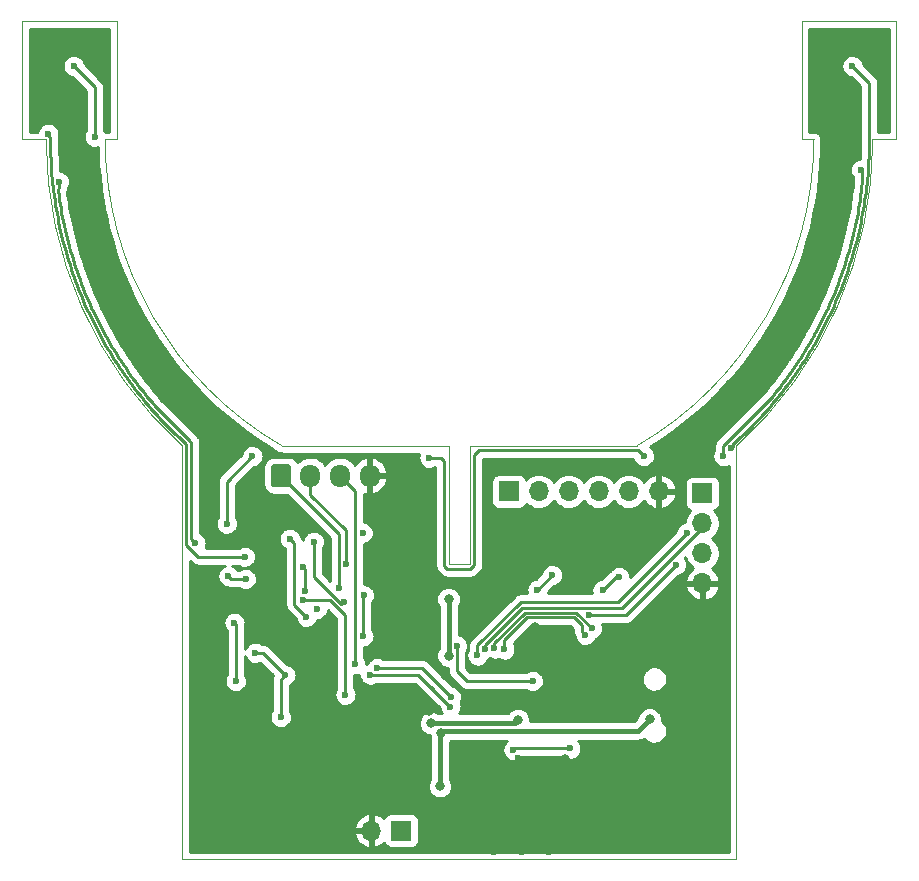
<source format=gbr>
%TF.GenerationSoftware,KiCad,Pcbnew,5.99.0-unknown-5405c09~101~ubuntu18.04.1*%
%TF.CreationDate,2020-04-21T19:36:23+03:00*%
%TF.ProjectId,Ultrasonic Flow Sensor,556c7472-6173-46f6-9e69-6320466c6f77,rev?*%
%TF.SameCoordinates,Original*%
%TF.FileFunction,Copper,L2,Bot*%
%TF.FilePolarity,Positive*%
%FSLAX46Y46*%
G04 Gerber Fmt 4.6, Leading zero omitted, Abs format (unit mm)*
G04 Created by KiCad (PCBNEW 5.99.0-unknown-5405c09~101~ubuntu18.04.1) date 2020-04-21 19:36:23*
%MOMM*%
%LPD*%
G01*
G04 APERTURE LIST*
%TA.AperFunction,Profile*%
%ADD10C,0.100000*%
%TD*%
%TA.AperFunction,ComponentPad*%
%ADD11R,1.700000X1.700000*%
%TD*%
%TA.AperFunction,ComponentPad*%
%ADD12O,1.700000X1.700000*%
%TD*%
%TA.AperFunction,ComponentPad*%
%ADD13O,1.700000X1.950000*%
%TD*%
%TA.AperFunction,ViaPad*%
%ADD14C,0.600000*%
%TD*%
%TA.AperFunction,ViaPad*%
%ADD15C,0.800000*%
%TD*%
%TA.AperFunction,Conductor*%
%ADD16C,0.250000*%
%TD*%
%TA.AperFunction,Conductor*%
%ADD17C,0.400000*%
%TD*%
%TA.AperFunction,Conductor*%
%ADD18C,0.254000*%
%TD*%
G04 APERTURE END LIST*
D10*
X149136991Y-69280010D02*
X147136990Y-69280010D01*
X142136990Y-69280010D02*
G75*
G02*
X127136990Y-95260771I-29999999J0D01*
G01*
X141136991Y-69280010D02*
X141136991Y-59280010D01*
X88684912Y-95260772D02*
X88684912Y-130260772D01*
X83136991Y-59280010D02*
X83136991Y-69280010D01*
X142136990Y-69280010D02*
X141136991Y-69280010D01*
X75136991Y-69280010D02*
X75136991Y-59280010D01*
X77136991Y-69280010D02*
X75136991Y-69280010D01*
X88684912Y-95260772D02*
G75*
G02*
X77136991Y-69280010I23452079J25980762D01*
G01*
X111286991Y-95260772D02*
X111286991Y-105260772D01*
X111286991Y-95260772D02*
X97136991Y-95260772D01*
X112986991Y-95260772D02*
X127136990Y-95260771D01*
X112986991Y-105260772D02*
X112986991Y-95260772D01*
X88684912Y-130260772D02*
X135589070Y-130260772D01*
X149136991Y-59280010D02*
X149136991Y-69280010D01*
X111286991Y-105260772D02*
X112986991Y-105260772D01*
X141136991Y-59280010D02*
X149136991Y-59280010D01*
X97136991Y-95260772D02*
G75*
G02*
X82136991Y-69280010I15000000J25980762D01*
G01*
X83136991Y-69280010D02*
X82136991Y-69280010D01*
X135589070Y-130260772D02*
X135589069Y-95260771D01*
X147136990Y-69280010D02*
G75*
G02*
X135589069Y-95260771I-34999999J0D01*
G01*
X75136991Y-59280010D02*
X83136991Y-59280010D01*
D11*
%TO.P,J1,1,Pin_1*%
%TO.N,/Mcu/NRST*%
X132708990Y-99260771D03*
D12*
%TO.P,J1,2,Pin_2*%
%TO.N,/Mcu/SWDIO*%
X132708990Y-101800771D03*
%TO.P,J1,3,Pin_3*%
%TO.N,/Mcu/SWCLK*%
X132708990Y-104340771D03*
%TO.P,J1,4,Pin_4*%
%TO.N,GND*%
X132708990Y-106880771D03*
%TD*%
%TO.P,J6,1,Pin_1*%
%TO.N,Net-(J6-Pad1)*%
%TA.AperFunction,ComponentPad*%
G36*
G01*
X96171990Y-98495771D02*
X96171990Y-97045771D01*
G75*
G02*
X96421990Y-96795771I250000J0D01*
G01*
X97621990Y-96795771D01*
G75*
G02*
X97871990Y-97045771I0J-250000D01*
G01*
X97871990Y-98495771D01*
G75*
G02*
X97621990Y-98745771I-250000J0D01*
G01*
X96421990Y-98745771D01*
G75*
G02*
X96171990Y-98495771I0J250000D01*
G01*
G37*
%TD.AperFunction*%
D13*
%TO.P,J6,2,Pin_2*%
%TO.N,Net-(J6-Pad2)*%
X99521990Y-97770771D03*
%TO.P,J6,3,Pin_3*%
%TO.N,/OP_BIAS*%
X102021990Y-97770771D03*
%TO.P,J6,4,Pin_4*%
%TO.N,GND*%
X104521990Y-97770771D03*
%TD*%
D11*
%TO.P,J3,1,Pin_1*%
%TO.N,Net-(J3-Pad1)*%
X116325990Y-99109521D03*
D12*
%TO.P,J3,2,Pin_2*%
%TO.N,Net-(J3-Pad2)*%
X118865990Y-99109521D03*
%TO.P,J3,3,Pin_3*%
%TO.N,Net-(J3-Pad3)*%
X121405990Y-99109521D03*
%TO.P,J3,4,Pin_4*%
%TO.N,Net-(J3-Pad4)*%
X123945990Y-99109521D03*
%TO.P,J3,5,Pin_5*%
%TO.N,Net-(J3-Pad5)*%
X126485990Y-99109521D03*
%TO.P,J3,6,Pin_6*%
%TO.N,GND*%
X129025990Y-99109521D03*
%TD*%
D11*
%TO.P,J4,1,Pin_1*%
%TO.N,+5V*%
X107211990Y-127818657D03*
D12*
%TO.P,J4,2,Pin_2*%
%TO.N,GND*%
X104671990Y-127818657D03*
%TD*%
D14*
%TO.N,GND*%
X119754990Y-129647771D03*
%TO.N,/RX_Y*%
X93211990Y-115169771D03*
%TO.N,/~TXRX_EN*%
X105157301Y-114040666D03*
%TO.N,Net-(C2-Pad1)*%
X81273990Y-69068771D03*
D15*
%TO.N,+5V*%
X128239695Y-118412334D03*
D14*
%TO.N,/PULSE*%
X118349990Y-115152271D03*
%TO.N,Net-(LS2-Pad2)*%
X94608990Y-96119771D03*
D15*
%TO.N,+5V*%
X111219480Y-113010771D03*
D14*
%TO.N,/OP_BIAS*%
X94862990Y-112756771D03*
%TO.N,GND*%
X128136990Y-120503771D03*
%TO.N,/USB_DP*%
X123333328Y-110702433D03*
%TO.N,/RX_Y*%
X93084990Y-110216771D03*
D15*
%TO.N,GND*%
X105560990Y-101529657D03*
D14*
%TO.N,/Mcu/NRST*%
X116694093Y-120977810D03*
%TO.N,GND*%
X114547990Y-121265771D03*
D15*
X107465990Y-104196657D03*
D14*
%TO.N,Net-(LS2-Pad2)*%
X94048609Y-106516241D03*
%TO.N,Net-(J6-Pad2)*%
X102550000Y-105249704D03*
%TO.N,/OP_BIAS*%
X97402990Y-114661771D03*
%TO.N,GND*%
X112896990Y-129139771D03*
X112642990Y-125075771D03*
X130168990Y-118217771D03*
D15*
X100196990Y-116820771D03*
D14*
%TO.N,/~TXRX_EN*%
X100069990Y-109073771D03*
%TO.N,Net-(LS2-Pad2)*%
X92576990Y-106279771D03*
%TO.N,/NSS*%
X125648490Y-106332521D03*
%TO.N,/Mcu/NRST*%
X121524990Y-120867271D03*
%TO.N,/RX_Y*%
X103947000Y-102613740D03*
%TO.N,GND*%
X121786990Y-129266771D03*
%TO.N,/PULSE*%
X104036990Y-107879657D03*
D15*
%TO.N,GND*%
X105560990Y-120960657D03*
%TO.N,VDDA*%
X109721990Y-118725771D03*
D14*
%TO.N,/OP_BIAS*%
X103323882Y-113746181D03*
D15*
%TO.N,GND*%
X109751990Y-106863657D03*
D14*
%TO.N,Net-(LS2-Pad2)*%
X92449990Y-101834771D03*
%TO.N,GND*%
X115055990Y-122535771D03*
X117468990Y-129647771D03*
%TO.N,/MISO*%
X118738990Y-107422771D03*
D15*
%TO.N,GND*%
X80257990Y-73005771D03*
D14*
%TO.N,/NSS*%
X124251490Y-107475521D03*
%TO.N,/~TXRX_EN*%
X111398626Y-116489948D03*
D15*
%TO.N,GND*%
X126223990Y-114644271D03*
D14*
%TO.N,/~TXRX_EN*%
X102355990Y-108438771D03*
%TO.N,GND*%
X115055990Y-129647771D03*
%TO.N,/RX_Y*%
X99053990Y-107549771D03*
%TO.N,/RX_X*%
X102482990Y-116312771D03*
%TO.N,GND*%
X117087990Y-121646771D03*
%TO.N,/Mcu/SWCLK*%
X131363490Y-102649521D03*
%TO.N,/TXRX_CTRL*%
X99180990Y-109708771D03*
%TO.N,GND*%
X112642990Y-127107771D03*
%TO.N,/TXRX_CTRL*%
X97783990Y-103104771D03*
D15*
%TO.N,GND*%
X97910990Y-110597771D03*
D14*
X122294990Y-124313771D03*
%TO.N,/TXRX_CTRL*%
X104582300Y-114615676D03*
%TO.N,Net-(C2-Pad1)*%
X79495990Y-63099771D03*
%TO.N,/Mcu/NRST*%
X123136990Y-109560771D03*
%TO.N,/PULSE*%
X111944490Y-112185271D03*
D15*
%TO.N,GND*%
X105560990Y-112705657D03*
D14*
%TO.N,/RX_X*%
X98926990Y-108311771D03*
%TO.N,/PULSE*%
X104006990Y-111359771D03*
%TO.N,/OP_BIAS*%
X146139095Y-71860201D03*
D15*
%TO.N,GND*%
X96298240Y-125405657D03*
D14*
%TO.N,/OP_BIAS*%
X78227667Y-72878600D03*
%TO.N,Net-(LS1-Pad2)*%
X77328332Y-68818069D03*
%TO.N,Net-(LS2-Pad2)*%
X135089060Y-95441877D03*
%TO.N,/~TXRX_EN*%
X99815990Y-103358771D03*
D15*
%TO.N,GND*%
X96894990Y-107295771D03*
%TO.N,+5V*%
X110483990Y-124059771D03*
%TO.N,GND*%
X98037990Y-101453771D03*
X126477990Y-124804271D03*
X109594990Y-117709771D03*
D14*
%TO.N,Net-(LS2-Pad2)*%
X145408990Y-63099771D03*
%TO.N,GND*%
X122294990Y-127615771D03*
X112769990Y-123043771D03*
X122421990Y-125964771D03*
%TO.N,/OP_BIAS*%
X127755990Y-96119771D03*
X97021990Y-118217771D03*
%TO.N,Net-(LS1-Pad2)*%
X93973990Y-104628771D03*
%TO.N,/Mcu/SWCLK*%
X113650990Y-112993271D03*
%TO.N,/OP_BIAS*%
X109594990Y-96246771D03*
X89782990Y-103485771D03*
D15*
%TO.N,GND*%
X121069201Y-121766453D03*
D14*
X133724990Y-118217771D03*
X133724990Y-115677771D03*
D15*
%TO.N,VDDA*%
X117092460Y-118473960D03*
D14*
%TO.N,/Mcu/NRST*%
X130474490Y-105316521D03*
%TO.N,/MISO*%
X119991730Y-106196031D03*
%TO.N,GND*%
X130168990Y-115677771D03*
%TO.N,/TXRX_CTRL*%
X111372990Y-117328771D03*
%TO.N,/Mcu/SWDIO*%
X114285990Y-112403823D03*
D15*
%TO.N,+5V*%
X110610990Y-119525781D03*
%TO.N,GND*%
X105403990Y-125329771D03*
D14*
X118738990Y-122662771D03*
%TO.N,Net-(J6-Pad1)*%
X101974990Y-107295771D03*
%TO.N,GND*%
X121024990Y-122789771D03*
D15*
%TO.N,+5V*%
X111219480Y-108211281D03*
D14*
%TO.N,/USB_DM*%
X122802990Y-111232771D03*
X115936990Y-112485271D03*
D15*
%TO.N,GND*%
X118536990Y-110560771D03*
X145027990Y-73132771D03*
D14*
%TO.N,/OP_BIAS*%
X134486990Y-96119771D03*
%TO.N,/RX_Y*%
X98926990Y-105517771D03*
%TO.N,/USB_DP*%
X115088607Y-112393252D03*
%TD*%
D16*
%TO.N,Net-(LS1-Pad2)*%
X79013626Y-79536585D02*
X78905521Y-79180722D01*
%TO.N,/OP_BIAS*%
X140823217Y-88038313D02*
X140634837Y-88323049D01*
X146215054Y-72834707D02*
X146215054Y-72948676D01*
%TO.N,Net-(LS1-Pad2)*%
X89003424Y-95111424D02*
X89020990Y-95128990D01*
%TO.N,/USB_DM*%
X122521979Y-110445760D02*
X122359240Y-110283021D01*
%TO.N,/OP_BIAS*%
X85857872Y-91284136D02*
X86095453Y-91564801D01*
%TO.N,Net-(LS1-Pad2)*%
X83529629Y-88875253D02*
X83321153Y-88567367D01*
%TO.N,/OP_BIAS*%
X143306341Y-83536416D02*
X143151699Y-83869778D01*
%TO.N,Net-(LS1-Pad2)*%
X85079801Y-90965560D02*
X84848839Y-90674202D01*
%TO.N,/OP_BIAS*%
X145702855Y-76215881D02*
X145626581Y-76575275D01*
%TO.N,Net-(LS2-Pad2)*%
X94048609Y-106516241D02*
X92813460Y-106516241D01*
%TO.N,/OP_BIAS*%
X83653563Y-88344847D02*
X83859638Y-88649186D01*
X109594990Y-96246771D02*
X110610990Y-96246771D01*
X78122133Y-73490628D02*
X78145466Y-73678868D01*
X82124645Y-85833943D02*
X82303908Y-86154868D01*
%TO.N,Net-(LS1-Pad2)*%
X77702999Y-73361044D02*
X77661216Y-72991553D01*
%TO.N,/OP_BIAS*%
X139335559Y-90136935D02*
X139362968Y-90100793D01*
%TO.N,Net-(LS2-Pad2)*%
X140744336Y-88875273D02*
X140532580Y-89180890D01*
%TO.N,/OP_BIAS*%
X144535212Y-80466108D02*
X144413365Y-80812971D01*
%TO.N,Net-(LS2-Pad2)*%
X146805074Y-69956855D02*
X146804001Y-70023619D01*
%TO.N,Net-(LS1-Pad2)*%
X82328870Y-86995272D02*
X82140552Y-86674500D01*
%TO.N,/Mcu/SWDIO*%
X125903253Y-108960760D02*
X133014490Y-101849523D01*
%TO.N,/OP_BIAS*%
X138319502Y-91398259D02*
X138416091Y-91284154D01*
X145908615Y-75132434D02*
X145843922Y-75494215D01*
X146215054Y-72948676D02*
X146173754Y-73313895D01*
X142666325Y-84859909D02*
X142497504Y-85186382D01*
%TO.N,/Mcu/SWDIO*%
X133014490Y-101849523D02*
X133014490Y-101722525D01*
%TO.N,/OP_BIAS*%
X78304543Y-74769920D02*
X78365357Y-75132394D01*
X110864990Y-105390771D02*
X111118990Y-105644771D01*
X143889098Y-82186489D02*
X143748817Y-82526364D01*
%TO.N,Net-(LS1-Pad2)*%
X85314020Y-91254606D02*
X85079801Y-90965560D01*
%TO.N,Net-(LS2-Pad2)*%
X137992951Y-92384638D02*
X137627769Y-92749820D01*
%TO.N,/OP_BIAS*%
X83251231Y-87729578D02*
X83450677Y-88038181D01*
X146128521Y-73678809D02*
X146079418Y-74042890D01*
%TO.N,Net-(LS2-Pad2)*%
X144259682Y-82337088D02*
X144117741Y-82680984D01*
%TO.N,/OP_BIAS*%
X143604974Y-82864544D02*
X143457483Y-83201224D01*
%TO.N,/Mcu/NRST*%
X116804632Y-120867271D02*
X116694093Y-120977810D01*
%TO.N,/OP_BIAS*%
X146026374Y-74406727D02*
X145969438Y-74769911D01*
X80115397Y-81502581D02*
X80248330Y-81845316D01*
X97021990Y-115042771D02*
X97402990Y-114661771D01*
%TO.N,Net-(LS1-Pad2)*%
X77661216Y-72991553D02*
X77623392Y-72621593D01*
X81774355Y-86027098D02*
X81596522Y-85700559D01*
X77469978Y-70023577D02*
X77469978Y-69153364D01*
X83741402Y-89180895D02*
X83529629Y-88875253D01*
%TO.N,/OP_BIAS*%
X140620432Y-88344822D02*
X140477765Y-88555519D01*
D17*
%TO.N,+5V*%
X127291258Y-119360771D02*
X110776000Y-119360771D01*
D16*
%TO.N,Net-(LS1-Pad2)*%
X86122310Y-92205091D02*
X86281066Y-92384681D01*
%TO.N,/OP_BIAS*%
X139110291Y-90427456D02*
X139335559Y-90136935D01*
%TO.N,Net-(LS2-Pad2)*%
X146780075Y-70767014D02*
X146762138Y-71138427D01*
%TO.N,/OP_BIAS*%
X145626581Y-76575275D02*
X145546433Y-76933937D01*
%TO.N,/USB_DP*%
X115088607Y-112393252D02*
X115088607Y-111943454D01*
%TO.N,Net-(LS2-Pad2)*%
X143822983Y-83363772D02*
X143670133Y-83702751D01*
%TO.N,Net-(LS1-Pad2)*%
X77271614Y-68955000D02*
X77271614Y-68874787D01*
%TO.N,/OP_BIAS*%
X142149366Y-85833886D02*
X142043547Y-86023328D01*
X145282915Y-78004752D02*
X145187433Y-78359749D01*
X113062625Y-105644771D02*
X113404990Y-105302406D01*
%TO.N,Net-(LS2-Pad2)*%
X136187263Y-94258779D02*
X135917944Y-94515318D01*
%TO.N,Net-(LS1-Pad2)*%
X77748765Y-73730248D02*
X77702999Y-73361044D01*
%TO.N,/OP_BIAS*%
X78227667Y-73385094D02*
X78122133Y-73490628D01*
X79738763Y-80466094D02*
X79860608Y-80812949D01*
X85163585Y-90427328D02*
X85391953Y-90715413D01*
%TO.N,Net-(LS1-Pad2)*%
X82140552Y-86674500D02*
X81955718Y-86351782D01*
%TO.N,/OP_BIAS*%
X94862990Y-112756771D02*
X95497990Y-112756771D01*
%TO.N,Net-(LS2-Pad2)*%
X137011465Y-93402490D02*
X137011465Y-93437813D01*
X141158007Y-88257236D02*
X141006219Y-88486664D01*
X144117741Y-82680984D02*
X143972223Y-83023100D01*
%TO.N,/OP_BIAS*%
X144767654Y-79768728D02*
X144653275Y-80118125D01*
X79620664Y-80118006D02*
X79738763Y-80466094D01*
%TO.N,Net-(LS2-Pad2)*%
X138960024Y-91254526D02*
X138722811Y-91540932D01*
X135917944Y-94515318D02*
X135646036Y-94768817D01*
D17*
%TO.N,+5V*%
X128239695Y-118412334D02*
X127291258Y-119360771D01*
D16*
%TO.N,/OP_BIAS*%
X88224339Y-93741422D02*
X88795839Y-94312922D01*
%TO.N,/Mcu/SWCLK*%
X117306240Y-108491521D02*
X117647490Y-108491521D01*
%TO.N,/OP_BIAS*%
X86335836Y-91842679D02*
X87208339Y-92715182D01*
%TO.N,Net-(LS2-Pad2)*%
X140317508Y-89484291D02*
X140099218Y-89785334D01*
%TO.N,/OP_BIAS*%
X142831581Y-84531752D02*
X142666325Y-84859909D01*
X79185840Y-78713741D02*
X79288869Y-79066459D01*
%TO.N,Net-(LS2-Pad2)*%
X139425073Y-90674285D02*
X139194098Y-90965661D01*
%TO.N,/OP_BIAS*%
X138881983Y-90715469D02*
X139110291Y-90427456D01*
X145469011Y-77263750D02*
X145462392Y-77291947D01*
X80967599Y-83536328D02*
X81122273Y-83869764D01*
X113404990Y-95992771D02*
X113785990Y-95611771D01*
X89421000Y-94963301D02*
X89421000Y-103123781D01*
%TO.N,Net-(LS2-Pad2)*%
X143670133Y-83702751D02*
X143513620Y-84040145D01*
X142677450Y-85700571D02*
X142499617Y-86027112D01*
%TO.N,/OP_BIAS*%
X134550490Y-95167271D02*
X138319502Y-91398259D01*
%TO.N,Net-(LS2-Pad2)*%
X141006219Y-88486664D02*
X140952872Y-88567299D01*
%TO.N,/MISO*%
X118764990Y-107422771D02*
X119991730Y-106196031D01*
%TO.N,Net-(LS2-Pad2)*%
X138722811Y-91540932D02*
X138482479Y-91824849D01*
X146650588Y-72621594D02*
X146612762Y-72991571D01*
X135270556Y-95111423D02*
X135259772Y-95346989D01*
%TO.N,/OP_BIAS*%
X81776467Y-85186369D02*
X81948812Y-85511077D01*
%TO.N,Net-(LS2-Pad2)*%
X145851324Y-77385457D02*
X145762462Y-77746539D01*
X142851819Y-85372051D02*
X142677450Y-85700571D01*
%TO.N,Net-(LS1-Pad2)*%
X86530317Y-92660620D02*
X86782560Y-92933921D01*
X87037672Y-93204449D02*
X87295688Y-93472247D01*
%TO.N,/OP_BIAS*%
X83859638Y-88649186D02*
X84068980Y-88951320D01*
X113785990Y-95611771D02*
X127247990Y-95611771D01*
%TO.N,Net-(LS1-Pad2)*%
X85551110Y-91540863D02*
X85314020Y-91254606D01*
X77798445Y-74098606D02*
X77765470Y-73854111D01*
%TO.N,/~TXRX_EN*%
X111398626Y-116489948D02*
X108949344Y-114040666D01*
%TO.N,/Mcu/SWCLK*%
X122219490Y-108491521D02*
X125521490Y-108491521D01*
%TO.N,/OP_BIAS*%
X144413365Y-80812971D02*
X144287803Y-81158511D01*
%TO.N,Net-(LS1-Pad2)*%
X90036990Y-104628771D02*
X93973990Y-104628771D01*
%TO.N,Net-(LS2-Pad2)*%
X142499617Y-86027112D02*
X142318232Y-86351834D01*
%TO.N,/OP_BIAS*%
X103323882Y-99072663D02*
X103323882Y-113746181D01*
%TO.N,/TXRX_CTRL*%
X98164990Y-103485771D02*
X97783990Y-103104771D01*
%TO.N,Net-(LS2-Pad2)*%
X146714315Y-71880606D02*
X146684437Y-72251287D01*
%TO.N,/OP_BIAS*%
X80816539Y-83201322D02*
X80967599Y-83536328D01*
%TO.N,Net-(LS2-Pad2)*%
X143353531Y-84375774D02*
X143189813Y-84709745D01*
%TO.N,/OP_BIAS*%
X78811562Y-77291844D02*
X78899402Y-77648781D01*
%TO.N,Net-(LS1-Pad2)*%
X88355988Y-94515273D02*
X88627951Y-94768824D01*
%TO.N,/Mcu/NRST*%
X126230240Y-109560771D02*
X126333615Y-109457396D01*
%TO.N,/OP_BIAS*%
X81515872Y-84677653D02*
X81607656Y-84859914D01*
%TO.N,Net-(LS1-Pad2)*%
X80156225Y-82680952D02*
X80014330Y-82337163D01*
%TO.N,/OP_BIAS*%
X78194570Y-74042958D02*
X78247613Y-74406770D01*
X79086515Y-78359638D02*
X79185840Y-78713741D01*
X85623447Y-91001096D02*
X85857872Y-91284136D01*
X82486588Y-86473823D02*
X82672706Y-86790849D01*
%TO.N,/~TXRX_EN*%
X108949344Y-114040666D02*
X105157301Y-114040666D01*
%TO.N,Net-(LS2-Pad2)*%
X146094600Y-76296796D02*
X146017412Y-76660500D01*
%TO.N,Net-(LS1-Pad2)*%
X86034725Y-92106012D02*
X85791494Y-91824841D01*
%TO.N,/Mcu/SWDIO*%
X117471301Y-108960760D02*
X125903253Y-108960760D01*
%TO.N,Net-(LS1-Pad2)*%
X77533761Y-71509617D02*
X77533761Y-70806869D01*
X78422653Y-77385444D02*
X78337652Y-77023351D01*
X81596522Y-85700559D02*
X81422165Y-85372061D01*
%TO.N,/OP_BIAS*%
X78247613Y-74406770D02*
X78304543Y-74769920D01*
%TO.N,Net-(LS2-Pad2)*%
X146017412Y-76660500D02*
X145936325Y-77023361D01*
%TO.N,/Mcu/SWCLK*%
X113523990Y-112866271D02*
X113650990Y-112993271D01*
%TO.N,/OP_BIAS*%
X141218975Y-87418689D02*
X141022780Y-87729526D01*
X142043547Y-86023328D02*
X141970070Y-86154867D01*
%TO.N,Net-(LS1-Pad2)*%
X78337652Y-77023351D02*
X78270040Y-76720788D01*
X86281066Y-92384681D02*
X86530317Y-92660620D01*
%TO.N,Net-(LS2-Pad2)*%
X142106162Y-86720943D02*
X142133421Y-86674511D01*
%TO.N,/OP_BIAS*%
X145775370Y-75855183D02*
X145702855Y-76215881D01*
%TO.N,Net-(LS2-Pad2)*%
X135646036Y-94768817D02*
X135270556Y-95111423D01*
D17*
%TO.N,+5V*%
X110776000Y-119360771D02*
X110610990Y-119525781D01*
D16*
%TO.N,/USB_DP*%
X117671301Y-109360760D02*
X122002679Y-109360760D01*
%TO.N,Net-(LS1-Pad2)*%
X80603838Y-83702731D02*
X80451002Y-83363787D01*
%TO.N,/OP_BIAS*%
X146173754Y-73313895D02*
X146128521Y-73678809D01*
%TO.N,Net-(LS1-Pad2)*%
X79241205Y-80244585D02*
X79125514Y-79891185D01*
%TO.N,Net-(J6-Pad1)*%
X101974990Y-102723771D02*
X97021990Y-97770771D01*
%TO.N,Net-(LS1-Pad2)*%
X81251364Y-85041759D02*
X81084164Y-84709741D01*
%TO.N,/OP_BIAS*%
X79288869Y-79066459D02*
X79395748Y-79418285D01*
%TO.N,Net-(LS2-Pad2)*%
X146794031Y-70395359D02*
X146780075Y-70767014D01*
%TO.N,/MISO*%
X118738990Y-107422771D02*
X118764990Y-107422771D01*
%TO.N,Net-(LS2-Pad2)*%
X92449990Y-101834771D02*
X92449990Y-98278771D01*
%TO.N,/OP_BIAS*%
X145546433Y-76933937D02*
X145469011Y-77263750D01*
%TO.N,Net-(LS2-Pad2)*%
X143972223Y-83023100D02*
X143822983Y-83363772D01*
X144663041Y-81297107D02*
X144532262Y-81645319D01*
%TO.N,/Mcu/SWCLK*%
X113650990Y-112146771D02*
X117306240Y-108491521D01*
%TO.N,Net-(LS2-Pad2)*%
X144532262Y-81645319D02*
X144397790Y-81992025D01*
%TO.N,Net-(LS1-Pad2)*%
X78119428Y-75998597D02*
X78106043Y-75932020D01*
%TO.N,/OP_BIAS*%
X142169192Y-85797481D02*
X142149366Y-85833886D01*
%TO.N,Net-(LS1-Pad2)*%
X78270040Y-76720788D02*
X78256567Y-76660493D01*
X77765470Y-73854111D02*
X77748765Y-73730248D01*
%TO.N,/OP_BIAS*%
X83450677Y-88038181D02*
X83653563Y-88344847D01*
%TO.N,/TXRX_CTRL*%
X99180990Y-109708771D02*
X98164990Y-108692771D01*
%TO.N,/OP_BIAS*%
X142993441Y-84201569D02*
X142831581Y-84531752D01*
X84068980Y-88951320D02*
X84281553Y-89251195D01*
%TO.N,Net-(LS2-Pad2)*%
X146364273Y-74834077D02*
X146302760Y-75200713D01*
%TO.N,/OP_BIAS*%
X81442384Y-84531724D02*
X81515872Y-84677653D01*
X144287803Y-81158511D02*
X144158568Y-81502615D01*
%TO.N,Net-(LS1-Pad2)*%
X77271614Y-68874787D02*
X77328332Y-68818069D01*
%TO.N,Net-(LS2-Pad2)*%
X144397790Y-81992025D02*
X144259682Y-82337088D01*
X145936325Y-77023361D02*
X145851324Y-77385457D01*
%TO.N,/OP_BIAS*%
X138416091Y-91284154D02*
X138650590Y-91001025D01*
X78647404Y-76575300D02*
X78727561Y-76934006D01*
%TO.N,Net-(LS2-Pad2)*%
X143189813Y-84709745D02*
X143022613Y-85041763D01*
%TO.N,/OP_BIAS*%
X141281318Y-87317530D02*
X141218975Y-87418689D01*
D17*
%TO.N,+5V*%
X111219480Y-108211281D02*
X111219480Y-113010771D01*
D16*
%TO.N,Net-(LS2-Pad2)*%
X141945133Y-86995234D02*
X141753485Y-87313806D01*
%TO.N,/OP_BIAS*%
X89303839Y-94846140D02*
X89421000Y-94963301D01*
X78571113Y-76215821D02*
X78647404Y-76575300D01*
X79506331Y-79768751D02*
X79620664Y-80118006D01*
%TO.N,Net-(LS1-Pad2)*%
X79876193Y-81992032D02*
X79741699Y-81645273D01*
X87295688Y-93472247D02*
X87556503Y-93737202D01*
%TO.N,/OP_BIAS*%
X138650590Y-91001025D02*
X138881983Y-90715469D01*
X141411843Y-87105737D02*
X141281318Y-87317530D01*
X144985081Y-79066557D02*
X144878254Y-79418210D01*
%TO.N,Net-(LS1-Pad2)*%
X78700816Y-78465697D02*
X78604239Y-78106629D01*
%TO.N,/OP_BIAS*%
X142043547Y-86023328D02*
X141970059Y-86154888D01*
%TO.N,Net-(J6-Pad2)*%
X99521990Y-97770771D02*
X99521990Y-99381771D01*
%TO.N,/OP_BIAS*%
X134486990Y-95230771D02*
X134550490Y-95167271D01*
%TO.N,Net-(LS2-Pad2)*%
X146804001Y-70023619D02*
X146794031Y-70395359D01*
%TO.N,/OP_BIAS*%
X141022780Y-87729526D02*
X140823217Y-88038313D01*
%TO.N,Net-(LS1-Pad2)*%
X84174802Y-89785391D02*
X83956473Y-89484294D01*
%TO.N,/OP_BIAS*%
X80669029Y-82864597D02*
X80816539Y-83201322D01*
%TO.N,Net-(LS1-Pad2)*%
X80451002Y-83363787D02*
X80301780Y-83023153D01*
%TO.N,/TXRX_CTRL*%
X109721990Y-115677771D02*
X109584025Y-115539806D01*
%TO.N,Net-(LS2-Pad2)*%
X146421880Y-74466615D02*
X146364273Y-74834077D01*
%TO.N,/USB_DP*%
X123333328Y-110691409D02*
X123333328Y-110702433D01*
%TO.N,Net-(LS2-Pad2)*%
X144790037Y-80947618D02*
X144663041Y-81297107D01*
%TO.N,Net-(J6-Pad2)*%
X102550000Y-102409781D02*
X102550000Y-102656761D01*
%TO.N,/OP_BIAS*%
X142325107Y-85511187D02*
X142169192Y-85797481D01*
%TO.N,Net-(LS1-Pad2)*%
X79360672Y-80596704D02*
X79241205Y-80244585D01*
%TO.N,/OP_BIAS*%
X140634837Y-88323049D02*
X140620432Y-88344822D01*
%TO.N,/Mcu/NRST*%
X130474490Y-105316521D02*
X126333615Y-109457396D01*
%TO.N,/OP_BIAS*%
X146079418Y-74042890D02*
X146026374Y-74406727D01*
X140414271Y-88649288D02*
X140477764Y-88555519D01*
%TO.N,/PULSE*%
X104006990Y-107909657D02*
X104036990Y-107879657D01*
%TO.N,Net-(LS1-Pad2)*%
X77909704Y-74834063D02*
X77852097Y-74466596D01*
%TO.N,/OP_BIAS*%
X79860608Y-80812949D02*
X79986195Y-81158561D01*
%TO.N,/RX_Y*%
X99053990Y-107549771D02*
X99053990Y-105644771D01*
%TO.N,/OP_BIAS*%
X144158568Y-81502615D02*
X144025620Y-81845391D01*
%TO.N,Net-(LS2-Pad2)*%
X145762462Y-77746539D02*
X145669730Y-78106667D01*
%TO.N,Net-(LS1-Pad2)*%
X84848839Y-90674202D02*
X84621052Y-90380432D01*
%TO.N,/Mcu/NRST*%
X121524990Y-120867271D02*
X116804632Y-120867271D01*
%TO.N,/OP_BIAS*%
X139776678Y-89548733D02*
X139992406Y-89251223D01*
%TO.N,Net-(LS2-Pad2)*%
X145408990Y-63099771D02*
X146297990Y-63988771D01*
%TO.N,/OP_BIAS*%
X84716307Y-89844051D02*
X84938469Y-90137002D01*
X84497388Y-89548853D02*
X84716307Y-89844051D01*
%TO.N,Net-(LS1-Pad2)*%
X78801289Y-78823889D02*
X78700816Y-78465697D01*
X87556503Y-93737202D02*
X87820249Y-93999450D01*
%TO.N,/OP_BIAS*%
X127247990Y-95611771D02*
X127755990Y-96119771D01*
X78365357Y-75132394D02*
X78430055Y-75494196D01*
X78227667Y-72878600D02*
X78227667Y-73385094D01*
%TO.N,Net-(LS2-Pad2)*%
X145573166Y-78465684D02*
X145472716Y-78823799D01*
X146302760Y-75200713D02*
X146237302Y-75566766D01*
%TO.N,/OP_BIAS*%
X140205062Y-88951229D02*
X140414271Y-88649288D01*
%TO.N,Net-(LS1-Pad2)*%
X77533761Y-70806869D02*
X77493904Y-70767012D01*
D17*
%TO.N,+5V*%
X107211990Y-127818657D02*
X107233104Y-127818657D01*
D16*
%TO.N,Net-(LS1-Pad2)*%
X78179372Y-76296759D02*
X78119428Y-75998597D01*
X85791494Y-91824841D02*
X85551110Y-91540863D01*
%TO.N,/OP_BIAS*%
X78430055Y-75494196D02*
X78498620Y-75855236D01*
%TO.N,Net-(LS1-Pad2)*%
X88627951Y-94768824D02*
X89003424Y-95111424D01*
X79483933Y-80947591D02*
X79360672Y-80596704D01*
X81955718Y-86351782D02*
X81774355Y-86027098D01*
%TO.N,/OP_BIAS*%
X110864990Y-96500771D02*
X110864990Y-105390771D01*
%TO.N,Net-(LS2-Pad2)*%
X143022613Y-85041763D02*
X142851819Y-85372051D01*
X146570981Y-73361044D02*
X146525223Y-73730181D01*
%TO.N,/PULSE*%
X118349990Y-115152271D02*
X112879490Y-115152271D01*
%TO.N,/OP_BIAS*%
X141970070Y-86154867D02*
X141787356Y-86473883D01*
%TO.N,Net-(LS2-Pad2)*%
X138239219Y-92106051D02*
X137992951Y-92384638D01*
X136717449Y-93737229D02*
X136453780Y-93999401D01*
%TO.N,/OP_BIAS*%
X80384857Y-82186428D02*
X80525125Y-82526274D01*
%TO.N,Net-(LS1-Pad2)*%
X82520509Y-87313830D02*
X82328870Y-86995272D01*
X79741699Y-81645273D02*
X79610954Y-81297148D01*
%TO.N,/OP_BIAS*%
X139992406Y-89251223D02*
X140205062Y-88951229D01*
%TO.N,Net-(LS2-Pad2)*%
X139652976Y-90380366D02*
X139425073Y-90674285D01*
%TO.N,/OP_BIAS*%
X85391953Y-90715413D02*
X85623447Y-91001096D01*
D17*
%TO.N,+5V*%
X110483990Y-119652781D02*
X110610990Y-119525781D01*
D16*
%TO.N,/OP_BIAS*%
X81268454Y-84176235D02*
X81280542Y-84201578D01*
%TO.N,Net-(LS2-Pad2)*%
X138482479Y-91824849D02*
X138239219Y-92106051D01*
%TO.N,/TXRX_CTRL*%
X111372990Y-117328771D02*
X108832990Y-114788771D01*
X111372990Y-117328771D02*
X109721990Y-115677771D01*
%TO.N,Net-(LS2-Pad2)*%
X137627769Y-92786186D02*
X137011465Y-93402490D01*
X146762138Y-71138427D02*
X146740220Y-71509605D01*
%TO.N,/OP_BIAS*%
X144653275Y-80118125D02*
X144535212Y-80466108D01*
%TO.N,Net-(LS2-Pad2)*%
X145368435Y-79180800D02*
X145260361Y-79536560D01*
%TO.N,Net-(LS1-Pad2)*%
X77493904Y-70767012D02*
X77493904Y-70047503D01*
X82715607Y-87630401D02*
X82520509Y-87313830D01*
%TO.N,Net-(LS2-Pad2)*%
X140952872Y-88567299D02*
X140744336Y-88875273D01*
%TO.N,Net-(LS1-Pad2)*%
X86122310Y-92205091D02*
X86034725Y-92106012D01*
%TO.N,/PULSE*%
X112879490Y-115152271D02*
X112752490Y-115152271D01*
%TO.N,/OP_BIAS*%
X79986195Y-81158561D02*
X80115397Y-81502581D01*
%TO.N,Net-(LS1-Pad2)*%
X77852097Y-74466596D02*
X77798445Y-74098606D01*
%TO.N,Net-(LS2-Pad2)*%
X92813460Y-106516241D02*
X92576990Y-106279771D01*
%TO.N,Net-(LS1-Pad2)*%
X87820249Y-93999450D02*
X88086761Y-94258823D01*
%TO.N,/RX_X*%
X101193979Y-108292760D02*
X102482990Y-109581771D01*
%TO.N,Net-(LS1-Pad2)*%
X84396273Y-90084030D02*
X84174802Y-89785391D01*
%TO.N,Net-(LS2-Pad2)*%
X146297990Y-63988771D02*
X146805074Y-64495855D01*
%TO.N,Net-(LS1-Pad2)*%
X88086761Y-94258823D02*
X88355988Y-94515273D01*
X78106043Y-75932020D02*
X78036678Y-75566766D01*
%TO.N,Net-(LS2-Pad2)*%
X140532580Y-89180890D02*
X140317508Y-89484291D01*
X92449990Y-98278771D02*
X94608990Y-96119771D01*
%TO.N,/TXRX_CTRL*%
X98164990Y-108692771D02*
X98164990Y-103485771D01*
%TO.N,/USB_DP*%
X115088607Y-111943454D02*
X117671301Y-109360760D01*
%TO.N,/OP_BIAS*%
X142497504Y-85186382D02*
X142325107Y-85511187D01*
X144878254Y-79418210D02*
X144779465Y-79731296D01*
%TO.N,Net-(LS2-Pad2)*%
X143513620Y-84040145D02*
X143353531Y-84375774D01*
X141359870Y-87944892D02*
X141158007Y-88257236D01*
X145260361Y-79536560D02*
X145148469Y-79891171D01*
D17*
%TO.N,VDDA*%
X109721990Y-118725771D02*
X116840649Y-118725771D01*
D16*
%TO.N,/OP_BIAS*%
X82862210Y-87105859D02*
X83054996Y-87418677D01*
%TO.N,Net-(LS2-Pad2)*%
X139194098Y-90965661D02*
X138960024Y-91254526D01*
%TO.N,/Mcu/SWCLK*%
X125521490Y-108491521D02*
X131363490Y-102649521D01*
%TO.N,/RX_Y*%
X93211990Y-110343771D02*
X93084990Y-110216771D01*
%TO.N,/RX_X*%
X102482990Y-109581771D02*
X102482990Y-116312771D01*
%TO.N,/OP_BIAS*%
X82672706Y-86790849D02*
X82862210Y-87105859D01*
%TO.N,Net-(LS1-Pad2)*%
X77493904Y-70047503D02*
X77469978Y-70023577D01*
%TO.N,/OP_BIAS*%
X95497990Y-112756771D02*
X97402990Y-114661771D01*
%TO.N,Net-(LS2-Pad2)*%
X146740220Y-71509605D02*
X146714315Y-71880606D01*
%TO.N,/OP_BIAS*%
X81280542Y-84201578D02*
X81442384Y-84531724D01*
%TO.N,Net-(LS2-Pad2)*%
X146475532Y-74098620D02*
X146421880Y-74466615D01*
%TO.N,Net-(LS1-Pad2)*%
X78905521Y-79180722D02*
X78801289Y-78823889D01*
X77565330Y-71541186D02*
X77533761Y-71509617D01*
%TO.N,/OP_BIAS*%
X143748817Y-82526364D02*
X143604974Y-82864544D01*
%TO.N,/PULSE*%
X111944490Y-114344271D02*
X111944490Y-112185271D01*
%TO.N,/OP_BIAS*%
X80525125Y-82526274D02*
X80669029Y-82864597D01*
X88795839Y-94312922D02*
X89303839Y-94820922D01*
X113404990Y-105302406D02*
X113404990Y-95992771D01*
%TO.N,Net-(LS2-Pad2)*%
X145032750Y-80244659D02*
X144913307Y-80596706D01*
X142106162Y-86720943D02*
X141945133Y-86995234D01*
%TO.N,/OP_BIAS*%
X87208339Y-92725422D02*
X88224339Y-93741422D01*
X139557647Y-89844083D02*
X139776678Y-89548733D01*
%TO.N,Net-(J6-Pad2)*%
X102550000Y-102656761D02*
X102550000Y-105249704D01*
%TO.N,/Mcu/SWDIO*%
X114285990Y-112403823D02*
X114285990Y-112146071D01*
%TO.N,Net-(LS1-Pad2)*%
X80920442Y-84375762D02*
X80760321Y-84040067D01*
%TO.N,/Mcu/NRST*%
X123136990Y-109560771D02*
X126230240Y-109560771D01*
%TO.N,Net-(LS1-Pad2)*%
X77971217Y-75200697D02*
X77909704Y-74834063D01*
%TO.N,/OP_BIAS*%
X144025620Y-81845391D02*
X143889098Y-82186489D01*
%TO.N,/USB_DM*%
X115936990Y-112485271D02*
X115936990Y-111660771D01*
%TO.N,/USB_DP*%
X122002679Y-109360760D02*
X123333328Y-110691409D01*
%TO.N,/OP_BIAS*%
X146215054Y-72834707D02*
X146215054Y-71936160D01*
%TO.N,Net-(LS2-Pad2)*%
X144913307Y-80596706D02*
X144790037Y-80947618D01*
%TO.N,Net-(LS1-Pad2)*%
X80014330Y-82337163D02*
X79876193Y-81992032D01*
%TO.N,Net-(J6-Pad2)*%
X99521990Y-99381771D02*
X102550000Y-102409781D01*
%TO.N,Net-(LS2-Pad2)*%
X137627769Y-92749820D02*
X137627769Y-92786186D01*
X136978217Y-93472321D02*
X136717449Y-93737229D01*
X136453780Y-93999401D02*
X136187263Y-94258779D01*
%TO.N,/OP_BIAS*%
X110610990Y-96246771D02*
X110864990Y-96500771D01*
X84938469Y-90137002D02*
X85163585Y-90427328D01*
X81607656Y-84859914D02*
X81776467Y-85186369D01*
X111118990Y-105644771D02*
X113062625Y-105644771D01*
%TO.N,Net-(LS2-Pad2)*%
X145669730Y-78106667D02*
X145573166Y-78465684D01*
%TO.N,Net-(LS1-Pad2)*%
X89020990Y-95128990D02*
X89020990Y-103612771D01*
X77469978Y-69153364D02*
X77271614Y-68955000D01*
%TO.N,/OP_BIAS*%
X145969438Y-74769911D02*
X145908615Y-75132434D01*
%TO.N,Net-(LS1-Pad2)*%
X83115936Y-88257180D02*
X82914104Y-87944885D01*
%TO.N,Net-(LS2-Pad2)*%
X146525223Y-73730181D02*
X146475532Y-74098620D01*
%TO.N,/OP_BIAS*%
X78498620Y-75855236D02*
X78571113Y-76215821D01*
X145187433Y-78359749D02*
X145088162Y-78713662D01*
%TO.N,Net-(LS1-Pad2)*%
X89020990Y-103612771D02*
X90036990Y-104628771D01*
X80760321Y-84040067D02*
X80603838Y-83702731D01*
D17*
%TO.N,+5V*%
X110483990Y-124059771D02*
X110483990Y-119652781D01*
D16*
%TO.N,/RX_Y*%
X99053990Y-105644771D02*
X98926990Y-105517771D01*
%TO.N,/USB_DM*%
X122521979Y-110445760D02*
X122521979Y-110951760D01*
%TO.N,/OP_BIAS*%
X80248330Y-81845316D02*
X80384857Y-82186428D01*
X146215054Y-71936160D02*
X146139095Y-71860201D01*
%TO.N,/PULSE*%
X112752490Y-115152271D02*
X111944490Y-114344271D01*
%TO.N,/TXRX_CTRL*%
X108832990Y-114788771D02*
X108659895Y-114615676D01*
%TO.N,/OP_BIAS*%
X102021990Y-97770771D02*
X103323882Y-99072663D01*
%TO.N,Net-(LS1-Pad2)*%
X83321153Y-88567367D02*
X83115936Y-88257180D01*
%TO.N,/OP_BIAS*%
X89421000Y-103123781D02*
X89782990Y-103485771D01*
X143457483Y-83201224D02*
X143306341Y-83536416D01*
X84281553Y-89251195D02*
X84497388Y-89548853D01*
D17*
%TO.N,VDDA*%
X116840649Y-118725771D02*
X117092460Y-118473960D01*
D16*
%TO.N,/OP_BIAS*%
X143151699Y-83869778D02*
X142993441Y-84201569D01*
%TO.N,/~TXRX_EN*%
X99815990Y-106349072D02*
X99815990Y-103358771D01*
%TO.N,Net-(LS1-Pad2)*%
X78511520Y-77746553D02*
X78422653Y-77385444D01*
%TO.N,/OP_BIAS*%
X82303908Y-86154868D02*
X82486588Y-86473823D01*
X145374559Y-77648851D02*
X145282915Y-78004752D01*
X144779465Y-79731296D02*
X144767654Y-79768728D01*
X79395748Y-79418285D02*
X79506331Y-79768751D01*
%TO.N,/RX_Y*%
X93211990Y-115169771D02*
X93211990Y-110343771D01*
%TO.N,Net-(LS2-Pad2)*%
X146167932Y-75932038D02*
X146094600Y-76296796D01*
%TO.N,/OP_BIAS*%
X78899402Y-77648781D02*
X78991071Y-78004784D01*
%TO.N,Net-(LS1-Pad2)*%
X81422165Y-85372061D02*
X81251364Y-85041759D01*
X78036678Y-75566766D02*
X77971217Y-75200697D01*
%TO.N,/RX_X*%
X98946001Y-108292760D02*
X101193979Y-108292760D01*
%TO.N,/PULSE*%
X104006990Y-111359771D02*
X104006990Y-107909657D01*
%TO.N,Net-(LS1-Pad2)*%
X80301780Y-83023153D02*
X80156225Y-82680952D01*
%TO.N,/NSS*%
X125648490Y-106332521D02*
X125394490Y-106332521D01*
%TO.N,/OP_BIAS*%
X89303839Y-94820922D02*
X89303839Y-94846140D01*
%TO.N,Net-(LS1-Pad2)*%
X86782560Y-92933921D02*
X87037672Y-93204449D01*
%TO.N,Net-(LS2-Pad2)*%
X137011465Y-93437813D02*
X136978217Y-93472321D01*
X141558385Y-87630379D02*
X141359870Y-87944892D01*
%TO.N,/~TXRX_EN*%
X102130839Y-108663922D02*
X99815990Y-106349072D01*
%TO.N,/OP_BIAS*%
X78145466Y-73678868D02*
X78194570Y-74042958D01*
X81948812Y-85511077D02*
X82124645Y-85833943D01*
X134486990Y-96119771D02*
X134486990Y-95230771D01*
%TO.N,Net-(LS1-Pad2)*%
X77623392Y-72621593D02*
X77589543Y-72251282D01*
X78604239Y-78106629D02*
X78511520Y-77746553D01*
%TO.N,/Mcu/SWCLK*%
X117647490Y-108491521D02*
X122219490Y-108491521D01*
%TO.N,/USB_DM*%
X121836990Y-109760771D02*
X122359240Y-110283021D01*
%TO.N,/OP_BIAS*%
X145843922Y-75494215D02*
X145775370Y-75855183D01*
X97021990Y-118217771D02*
X97021990Y-115042771D01*
X141706980Y-86610793D02*
X141787356Y-86473884D01*
%TO.N,Net-(LS2-Pad2)*%
X140099218Y-89785334D02*
X139877678Y-90084066D01*
%TO.N,/Mcu/SWDIO*%
X114158990Y-112276823D02*
X114285990Y-112403823D01*
%TO.N,/Mcu/SWCLK*%
X113650990Y-112993271D02*
X113650990Y-112146771D01*
%TO.N,Net-(LS1-Pad2)*%
X78256567Y-76660493D02*
X78179372Y-76296759D01*
%TO.N,Net-(LS2-Pad2)*%
X146612762Y-72991571D02*
X146570981Y-73361044D01*
%TO.N,/OP_BIAS*%
X139362968Y-90100793D02*
X139557647Y-89844083D01*
%TO.N,/USB_DM*%
X117836990Y-109760771D02*
X121836990Y-109760771D01*
%TO.N,/OP_BIAS*%
X86095453Y-91564801D02*
X86335836Y-91842679D01*
X81122273Y-83869764D02*
X81268454Y-84176235D01*
%TO.N,Net-(C2-Pad1)*%
X81273990Y-69068771D02*
X81273990Y-64877771D01*
%TO.N,/NSS*%
X125394490Y-106332521D02*
X124251490Y-107475521D01*
%TO.N,/OP_BIAS*%
X78727561Y-76934006D02*
X78811562Y-77291844D01*
%TO.N,Net-(LS2-Pad2)*%
X141753485Y-87313806D02*
X141558385Y-87630379D01*
%TO.N,/TXRX_CTRL*%
X108659895Y-114615676D02*
X104582300Y-114615676D01*
%TO.N,/USB_DM*%
X115936990Y-111660771D02*
X117836990Y-109760771D01*
%TO.N,/OP_BIAS*%
X145088162Y-78713662D02*
X144985081Y-79066557D01*
%TO.N,Net-(LS1-Pad2)*%
X77589543Y-72251282D02*
X77565330Y-71950892D01*
%TO.N,Net-(LS2-Pad2)*%
X145472716Y-78823799D02*
X145368435Y-79180800D01*
%TO.N,/~TXRX_EN*%
X102355990Y-108438771D02*
X102130839Y-108663922D01*
%TO.N,Net-(LS1-Pad2)*%
X81084164Y-84709741D02*
X80920442Y-84375762D01*
%TO.N,Net-(LS2-Pad2)*%
X142133421Y-86674511D02*
X142318232Y-86351834D01*
%TO.N,Net-(LS1-Pad2)*%
X79610954Y-81297148D02*
X79483933Y-80947591D01*
%TO.N,Net-(LS2-Pad2)*%
X139877678Y-90084066D02*
X139652976Y-90380366D01*
X146684437Y-72251287D02*
X146650588Y-72621594D01*
%TO.N,/OP_BIAS*%
X141706980Y-86610793D02*
X141601248Y-86790893D01*
X145462392Y-77291947D02*
X145374559Y-77648851D01*
X87208339Y-92715182D02*
X87208339Y-92725422D01*
X83054996Y-87418677D02*
X83251231Y-87729578D01*
%TO.N,Net-(LS1-Pad2)*%
X77565330Y-71950892D02*
X77565330Y-71541186D01*
%TO.N,Net-(C2-Pad1)*%
X81273990Y-64877771D02*
X79495990Y-63099771D01*
%TO.N,/USB_DM*%
X122521979Y-110951760D02*
X122802990Y-111232771D01*
%TO.N,/Mcu/SWDIO*%
X114285990Y-112146071D02*
X117471301Y-108960760D01*
%TO.N,Net-(LS2-Pad2)*%
X135270556Y-95111423D02*
X135248990Y-95132989D01*
%TO.N,Net-(J6-Pad1)*%
X101974990Y-107295771D02*
X101974990Y-102723771D01*
%TO.N,Net-(LS1-Pad2)*%
X83956473Y-89484294D02*
X83741402Y-89180895D01*
%TO.N,/RX_X*%
X98926990Y-108311771D02*
X98946001Y-108292760D01*
%TO.N,Net-(LS2-Pad2)*%
X145148469Y-79891171D02*
X145032750Y-80244659D01*
X146805074Y-64495855D02*
X146805074Y-69956855D01*
%TO.N,Net-(LS1-Pad2)*%
X79125514Y-79891185D02*
X79013626Y-79536585D01*
%TO.N,Net-(LS2-Pad2)*%
X146237302Y-75566766D02*
X146167932Y-75932038D01*
%TO.N,Net-(LS1-Pad2)*%
X82914104Y-87944885D02*
X82715607Y-87630401D01*
%TO.N,/OP_BIAS*%
X141601248Y-86790893D02*
X141411843Y-87105737D01*
%TO.N,/~TXRX_EN*%
X111398626Y-116489948D02*
X109873474Y-114964796D01*
%TO.N,Net-(LS1-Pad2)*%
X84621052Y-90380432D02*
X84396273Y-90084030D01*
%TO.N,/OP_BIAS*%
X78991071Y-78004784D02*
X79086515Y-78359638D01*
%TD*%
%TO.N,GND*%
G36*
X82502992Y-68646010D02*
G01*
X82218573Y-68646010D01*
X82211526Y-68645082D01*
X82129754Y-68646010D01*
X82112287Y-68646010D01*
X82034990Y-68518378D01*
X82034990Y-64822592D01*
X82034989Y-64822580D01*
X82034989Y-64767281D01*
X82031887Y-64747693D01*
X82016254Y-64699579D01*
X82008337Y-64649594D01*
X82002208Y-64630733D01*
X81979237Y-64585650D01*
X81963600Y-64537525D01*
X81954596Y-64519853D01*
X81924852Y-64478915D01*
X81901884Y-64433837D01*
X81890227Y-64417792D01*
X81740981Y-64268547D01*
X80427415Y-62954982D01*
X80365409Y-62732900D01*
X80358586Y-62717133D01*
X80234722Y-62512610D01*
X80223911Y-62499259D01*
X80049610Y-62335580D01*
X80035606Y-62325628D01*
X79823710Y-62214852D01*
X79807546Y-62209032D01*
X79573666Y-62159319D01*
X79556532Y-62158061D01*
X79317897Y-62173075D01*
X79301057Y-62176471D01*
X79075252Y-62255104D01*
X79059945Y-62262904D01*
X78863603Y-62399364D01*
X78850957Y-62410993D01*
X78698545Y-62595227D01*
X78689492Y-62609828D01*
X78592238Y-62828262D01*
X78587445Y-62844760D01*
X78552517Y-63081300D01*
X78552337Y-63098479D01*
X78582305Y-63335699D01*
X78586751Y-63352293D01*
X78679408Y-63572716D01*
X78688153Y-63587504D01*
X78836673Y-63774889D01*
X78849073Y-63786780D01*
X79042513Y-63927323D01*
X79057654Y-63935441D01*
X79281764Y-64018787D01*
X79298530Y-64022534D01*
X79346573Y-64026569D01*
X80512991Y-65192987D01*
X80512990Y-68520172D01*
X80476545Y-68564227D01*
X80467492Y-68578828D01*
X80370238Y-68797262D01*
X80365445Y-68813760D01*
X80330517Y-69050300D01*
X80330337Y-69067479D01*
X80360305Y-69304699D01*
X80364751Y-69321293D01*
X80457408Y-69541716D01*
X80466153Y-69556504D01*
X80614673Y-69743889D01*
X80627073Y-69755780D01*
X80820513Y-69896323D01*
X80835654Y-69904441D01*
X81059764Y-69987787D01*
X81076530Y-69991534D01*
X81314797Y-70011542D01*
X81331953Y-70010643D01*
X81509830Y-69976712D01*
X81516217Y-70342633D01*
X81516466Y-70345439D01*
X81516374Y-70348748D01*
X81516889Y-70359875D01*
X81516908Y-70360258D01*
X81571956Y-71410633D01*
X81572303Y-71413425D01*
X81572326Y-71416753D01*
X81573230Y-71427851D01*
X81573262Y-71428228D01*
X81664933Y-72476043D01*
X81665376Y-72478819D01*
X81665516Y-72482141D01*
X81666808Y-72493206D01*
X81666852Y-72493579D01*
X81795036Y-73537555D01*
X81795575Y-73540310D01*
X81795831Y-73543630D01*
X81797508Y-73554643D01*
X81797566Y-73555014D01*
X81962106Y-74593881D01*
X81962740Y-74596611D01*
X81963110Y-74599913D01*
X81965170Y-74610862D01*
X81965241Y-74611237D01*
X82165938Y-75643732D01*
X82166671Y-75646452D01*
X82167156Y-75649737D01*
X82169596Y-75660604D01*
X82169680Y-75660971D01*
X82406287Y-76685829D01*
X82407113Y-76688519D01*
X82407712Y-76691780D01*
X82410529Y-76702556D01*
X82410627Y-76702926D01*
X82682858Y-77718908D01*
X82683777Y-77721565D01*
X82684489Y-77724804D01*
X82687682Y-77735477D01*
X82687792Y-77735840D01*
X82995313Y-78741696D01*
X82996326Y-78744324D01*
X82997149Y-78747531D01*
X83000710Y-78758082D01*
X83000835Y-78758448D01*
X83343273Y-79752963D01*
X83344376Y-79755551D01*
X83345311Y-79758729D01*
X83349239Y-79769151D01*
X83349376Y-79769511D01*
X83726314Y-80751470D01*
X83727508Y-80754023D01*
X83728554Y-80757165D01*
X83732843Y-80767444D01*
X83732992Y-80767797D01*
X84143969Y-81735999D01*
X84145250Y-81738505D01*
X84146407Y-81741615D01*
X84151052Y-81751736D01*
X84151212Y-81752083D01*
X84595731Y-82705356D01*
X84597096Y-82707812D01*
X84598365Y-82710889D01*
X84603363Y-82720843D01*
X84603532Y-82721178D01*
X85081045Y-83658352D01*
X85082498Y-83660763D01*
X85083866Y-83663780D01*
X85089206Y-83673553D01*
X85089392Y-83673891D01*
X85599324Y-84593832D01*
X85600856Y-84596184D01*
X85602336Y-84599166D01*
X85608015Y-84608747D01*
X85608209Y-84609072D01*
X86149935Y-85510656D01*
X86151552Y-85512959D01*
X86153129Y-85515876D01*
X86159139Y-85525254D01*
X86159346Y-85525575D01*
X86732208Y-86407705D01*
X86733904Y-86409949D01*
X86735585Y-86412814D01*
X86741920Y-86421978D01*
X86742135Y-86422287D01*
X87345431Y-87283883D01*
X87347203Y-87286066D01*
X87348977Y-87288861D01*
X87355626Y-87297798D01*
X87355858Y-87298107D01*
X87988859Y-88138128D01*
X87990705Y-88140246D01*
X87992577Y-88142980D01*
X87999534Y-88151680D01*
X87999776Y-88151981D01*
X88661710Y-88969400D01*
X88663629Y-88971453D01*
X88665599Y-88974124D01*
X88672856Y-88982575D01*
X88673105Y-88982863D01*
X89363156Y-89776677D01*
X89365147Y-89778662D01*
X89367214Y-89781270D01*
X89374759Y-89789460D01*
X89375018Y-89789739D01*
X90092355Y-90558988D01*
X90094409Y-90560898D01*
X90096571Y-90563439D01*
X90104399Y-90571360D01*
X90104664Y-90571627D01*
X90848409Y-91315373D01*
X90850536Y-91317217D01*
X90852775Y-91319669D01*
X90860874Y-91327313D01*
X90861151Y-91327573D01*
X91630403Y-92044912D01*
X91632590Y-92046678D01*
X91634911Y-92049048D01*
X91643274Y-92056407D01*
X91643561Y-92056658D01*
X92437377Y-92746712D01*
X92439626Y-92748402D01*
X92442034Y-92750695D01*
X92450647Y-92757756D01*
X92450940Y-92757995D01*
X93268354Y-93419923D01*
X93270657Y-93421531D01*
X93273142Y-93423737D01*
X93281996Y-93430494D01*
X93282300Y-93430724D01*
X94122316Y-94063723D01*
X94124677Y-94065252D01*
X94127230Y-94067364D01*
X94136313Y-94073807D01*
X94136631Y-94074031D01*
X94998233Y-94677331D01*
X95000649Y-94678778D01*
X95003272Y-94680798D01*
X95012577Y-94686922D01*
X95012897Y-94687131D01*
X95895028Y-95259994D01*
X95897486Y-95261352D01*
X95900183Y-95263283D01*
X95909697Y-95269079D01*
X95910024Y-95269277D01*
X96811609Y-95811003D01*
X96819602Y-95815063D01*
X96879061Y-95840117D01*
X96941690Y-95869522D01*
X96959245Y-95874830D01*
X96962642Y-95875338D01*
X96966100Y-95876795D01*
X96983465Y-95881351D01*
X97067242Y-95890970D01*
X97088043Y-95894079D01*
X97097367Y-95894772D01*
X97100352Y-95894772D01*
X97145866Y-95899998D01*
X97163812Y-95899496D01*
X97191305Y-95894772D01*
X108727075Y-95894772D01*
X108691238Y-95975262D01*
X108686445Y-95991760D01*
X108651517Y-96228300D01*
X108651337Y-96245479D01*
X108681305Y-96482699D01*
X108685751Y-96499293D01*
X108778408Y-96719716D01*
X108787153Y-96734504D01*
X108935673Y-96921889D01*
X108948073Y-96933780D01*
X109141513Y-97074323D01*
X109156654Y-97082441D01*
X109380764Y-97165787D01*
X109397530Y-97169534D01*
X109635797Y-97189542D01*
X109652953Y-97188643D01*
X109887823Y-97143840D01*
X109904106Y-97138360D01*
X110103990Y-97039136D01*
X110103991Y-105290198D01*
X110103991Y-105501260D01*
X110107093Y-105520849D01*
X110122729Y-105568970D01*
X110130644Y-105618948D01*
X110136773Y-105637811D01*
X110159743Y-105682889D01*
X110175379Y-105731014D01*
X110184383Y-105748686D01*
X110214128Y-105789627D01*
X110237098Y-105834706D01*
X110248755Y-105850751D01*
X110492042Y-106094037D01*
X110492043Y-106094040D01*
X110659010Y-106261007D01*
X110675056Y-106272665D01*
X110720143Y-106295639D01*
X110761074Y-106325377D01*
X110778745Y-106334381D01*
X110826861Y-106350015D01*
X110871951Y-106372989D01*
X110890813Y-106379118D01*
X110940795Y-106387034D01*
X110988910Y-106402667D01*
X111008498Y-106405770D01*
X111063799Y-106405770D01*
X111063811Y-106405771D01*
X113117804Y-106405771D01*
X113117816Y-106405770D01*
X113173114Y-106405770D01*
X113192703Y-106402668D01*
X113240818Y-106387034D01*
X113290801Y-106379118D01*
X113309664Y-106372989D01*
X113354751Y-106350016D01*
X113402869Y-106334382D01*
X113420541Y-106325377D01*
X113461472Y-106295638D01*
X113506559Y-106272665D01*
X113522605Y-106261007D01*
X114021226Y-105762386D01*
X114032884Y-105746341D01*
X114055856Y-105701256D01*
X114085595Y-105660323D01*
X114094600Y-105642652D01*
X114110235Y-105594533D01*
X114133208Y-105549445D01*
X114139336Y-105530583D01*
X114147253Y-105480601D01*
X114162887Y-105432486D01*
X114165989Y-105412897D01*
X114165989Y-105357597D01*
X114165990Y-105357585D01*
X114165990Y-98254020D01*
X114834153Y-98254020D01*
X114834153Y-99967779D01*
X114836309Y-99984155D01*
X114911127Y-100263380D01*
X114923870Y-100287860D01*
X115054980Y-100444111D01*
X115071869Y-100458282D01*
X115246110Y-100558880D01*
X115266827Y-100566421D01*
X115459528Y-100600399D01*
X115470489Y-100601358D01*
X117184248Y-100601358D01*
X117200624Y-100599202D01*
X117479849Y-100524384D01*
X117504329Y-100511641D01*
X117660580Y-100380531D01*
X117674751Y-100363642D01*
X117775349Y-100189401D01*
X117782890Y-100168684D01*
X117789515Y-100131114D01*
X117864788Y-100211553D01*
X117872712Y-100218701D01*
X118064782Y-100364489D01*
X118073798Y-100370200D01*
X118287686Y-100481542D01*
X118297535Y-100485652D01*
X118527124Y-100559365D01*
X118537525Y-100561757D01*
X118776252Y-100595733D01*
X118786907Y-100596338D01*
X119027946Y-100589605D01*
X119038551Y-100588406D01*
X119275009Y-100541157D01*
X119285260Y-100538188D01*
X119510377Y-100451774D01*
X119519981Y-100447121D01*
X119727320Y-100324012D01*
X119736002Y-100317807D01*
X119919635Y-100161525D01*
X119927148Y-100153945D01*
X120081823Y-99968956D01*
X120087952Y-99960219D01*
X120135476Y-99878564D01*
X120233420Y-100027105D01*
X120240028Y-100035486D01*
X120404788Y-100211553D01*
X120412712Y-100218701D01*
X120604782Y-100364489D01*
X120613798Y-100370200D01*
X120827686Y-100481542D01*
X120837535Y-100485652D01*
X121067124Y-100559365D01*
X121077525Y-100561757D01*
X121316252Y-100595733D01*
X121326907Y-100596338D01*
X121567946Y-100589605D01*
X121578551Y-100588406D01*
X121815009Y-100541157D01*
X121825260Y-100538188D01*
X122050377Y-100451774D01*
X122059981Y-100447121D01*
X122267320Y-100324012D01*
X122276002Y-100317807D01*
X122459635Y-100161525D01*
X122467148Y-100153945D01*
X122621823Y-99968956D01*
X122627952Y-99960219D01*
X122675476Y-99878564D01*
X122773420Y-100027105D01*
X122780028Y-100035486D01*
X122944788Y-100211553D01*
X122952712Y-100218701D01*
X123144782Y-100364489D01*
X123153798Y-100370200D01*
X123367686Y-100481542D01*
X123377535Y-100485652D01*
X123607124Y-100559365D01*
X123617525Y-100561757D01*
X123856252Y-100595733D01*
X123866907Y-100596338D01*
X124107946Y-100589605D01*
X124118551Y-100588406D01*
X124355009Y-100541157D01*
X124365260Y-100538188D01*
X124590377Y-100451774D01*
X124599981Y-100447121D01*
X124807320Y-100324012D01*
X124816002Y-100317807D01*
X124999635Y-100161525D01*
X125007148Y-100153945D01*
X125161823Y-99968956D01*
X125167952Y-99960219D01*
X125215476Y-99878564D01*
X125313420Y-100027105D01*
X125320028Y-100035486D01*
X125484788Y-100211553D01*
X125492712Y-100218701D01*
X125684782Y-100364489D01*
X125693798Y-100370200D01*
X125907686Y-100481542D01*
X125917535Y-100485652D01*
X126147124Y-100559365D01*
X126157525Y-100561757D01*
X126396252Y-100595733D01*
X126406907Y-100596338D01*
X126647946Y-100589605D01*
X126658551Y-100588406D01*
X126895009Y-100541157D01*
X126905260Y-100538188D01*
X127130377Y-100451774D01*
X127139981Y-100447121D01*
X127347320Y-100324012D01*
X127356002Y-100317807D01*
X127539635Y-100161525D01*
X127547148Y-100153945D01*
X127701823Y-99968956D01*
X127707952Y-99960219D01*
X127755476Y-99878564D01*
X127853420Y-100027105D01*
X127860028Y-100035486D01*
X128024788Y-100211553D01*
X128032712Y-100218701D01*
X128224782Y-100364489D01*
X128233798Y-100370200D01*
X128447686Y-100481542D01*
X128457535Y-100485652D01*
X128687124Y-100559366D01*
X128697525Y-100561757D01*
X128811152Y-100577928D01*
X128897187Y-100503269D01*
X129153989Y-100503269D01*
X129246207Y-100578883D01*
X129435009Y-100541157D01*
X129445260Y-100538188D01*
X129670377Y-100451774D01*
X129679981Y-100447121D01*
X129887320Y-100324012D01*
X129896002Y-100317807D01*
X130079635Y-100161525D01*
X130087148Y-100153945D01*
X130241823Y-99968956D01*
X130247952Y-99960219D01*
X130369246Y-99751815D01*
X130373815Y-99742171D01*
X130458262Y-99516308D01*
X130461141Y-99506032D01*
X130494933Y-99328891D01*
X130419346Y-99237521D01*
X129227799Y-99237520D01*
X129153990Y-99311329D01*
X129153989Y-100503269D01*
X128897187Y-100503269D01*
X128897990Y-100502573D01*
X128897991Y-99311329D01*
X128897990Y-99311328D01*
X128897990Y-98907712D01*
X129153989Y-98907712D01*
X129227798Y-98981521D01*
X130418853Y-98981522D01*
X130494363Y-98892009D01*
X130468489Y-98740635D01*
X130465807Y-98730305D01*
X130385713Y-98502864D01*
X130381329Y-98493133D01*
X130264057Y-98282437D01*
X130258097Y-98273585D01*
X130107003Y-98085661D01*
X130099637Y-98077938D01*
X129919039Y-97918159D01*
X129910476Y-97911788D01*
X129705539Y-97784723D01*
X129696026Y-97779886D01*
X129472609Y-97689166D01*
X129462417Y-97686001D01*
X129248086Y-97638877D01*
X129153990Y-97714532D01*
X129153989Y-98907712D01*
X128897990Y-98907712D01*
X128897991Y-97715722D01*
X128812971Y-97640503D01*
X128725464Y-97651247D01*
X128715020Y-97653439D01*
X128484058Y-97722731D01*
X128474132Y-97726651D01*
X128258145Y-97833867D01*
X128249022Y-97839403D01*
X128054189Y-97981478D01*
X128046128Y-97988473D01*
X127878019Y-98161343D01*
X127871253Y-98169595D01*
X127755219Y-98338424D01*
X127724057Y-98282437D01*
X127718097Y-98273585D01*
X127567003Y-98085661D01*
X127559637Y-98077938D01*
X127379039Y-97918159D01*
X127370476Y-97911788D01*
X127165539Y-97784723D01*
X127156026Y-97779886D01*
X126932609Y-97689166D01*
X126922417Y-97686001D01*
X126686909Y-97634221D01*
X126676330Y-97632819D01*
X126435465Y-97621460D01*
X126424799Y-97621860D01*
X126185464Y-97651248D01*
X126175020Y-97653439D01*
X125944058Y-97722731D01*
X125934132Y-97726651D01*
X125718145Y-97833867D01*
X125709022Y-97839403D01*
X125514189Y-97981478D01*
X125506128Y-97988473D01*
X125338019Y-98161343D01*
X125331253Y-98169595D01*
X125215219Y-98338424D01*
X125184057Y-98282437D01*
X125178097Y-98273585D01*
X125027003Y-98085661D01*
X125019637Y-98077938D01*
X124839039Y-97918159D01*
X124830476Y-97911788D01*
X124625539Y-97784723D01*
X124616026Y-97779886D01*
X124392609Y-97689166D01*
X124382417Y-97686001D01*
X124146909Y-97634221D01*
X124136330Y-97632819D01*
X123895465Y-97621460D01*
X123884799Y-97621860D01*
X123645464Y-97651248D01*
X123635020Y-97653439D01*
X123404058Y-97722731D01*
X123394132Y-97726651D01*
X123178145Y-97833867D01*
X123169022Y-97839403D01*
X122974189Y-97981478D01*
X122966128Y-97988473D01*
X122798019Y-98161343D01*
X122791253Y-98169595D01*
X122675219Y-98338424D01*
X122644057Y-98282437D01*
X122638097Y-98273585D01*
X122487003Y-98085661D01*
X122479637Y-98077938D01*
X122299039Y-97918159D01*
X122290476Y-97911788D01*
X122085539Y-97784723D01*
X122076026Y-97779886D01*
X121852609Y-97689166D01*
X121842417Y-97686001D01*
X121606909Y-97634221D01*
X121596330Y-97632819D01*
X121355465Y-97621460D01*
X121344799Y-97621860D01*
X121105464Y-97651248D01*
X121095020Y-97653439D01*
X120864058Y-97722731D01*
X120854132Y-97726651D01*
X120638145Y-97833867D01*
X120629022Y-97839403D01*
X120434189Y-97981478D01*
X120426128Y-97988473D01*
X120258019Y-98161343D01*
X120251253Y-98169595D01*
X120135219Y-98338424D01*
X120104057Y-98282437D01*
X120098097Y-98273585D01*
X119947003Y-98085661D01*
X119939637Y-98077938D01*
X119759039Y-97918159D01*
X119750476Y-97911788D01*
X119545539Y-97784723D01*
X119536026Y-97779886D01*
X119312609Y-97689166D01*
X119302417Y-97686001D01*
X119066909Y-97634221D01*
X119056330Y-97632819D01*
X118815465Y-97621460D01*
X118804799Y-97621860D01*
X118565464Y-97651248D01*
X118555020Y-97653439D01*
X118324058Y-97722731D01*
X118314132Y-97726651D01*
X118098145Y-97833867D01*
X118089022Y-97839403D01*
X117894189Y-97981478D01*
X117886128Y-97988473D01*
X117779127Y-98098504D01*
X117740853Y-97955663D01*
X117728110Y-97931183D01*
X117597000Y-97774931D01*
X117580111Y-97760760D01*
X117405870Y-97660162D01*
X117385153Y-97652621D01*
X117192452Y-97618643D01*
X117181491Y-97617684D01*
X115467732Y-97617684D01*
X115451356Y-97619840D01*
X115172132Y-97694658D01*
X115147652Y-97707401D01*
X114991400Y-97838511D01*
X114977229Y-97855400D01*
X114876631Y-98029641D01*
X114869090Y-98050358D01*
X114835112Y-98243059D01*
X114834153Y-98254020D01*
X114165990Y-98254020D01*
X114165990Y-96372771D01*
X126846952Y-96372771D01*
X126939408Y-96592716D01*
X126948153Y-96607504D01*
X127096673Y-96794889D01*
X127109073Y-96806780D01*
X127302513Y-96947323D01*
X127317654Y-96955441D01*
X127541764Y-97038787D01*
X127558530Y-97042534D01*
X127796797Y-97062542D01*
X127813953Y-97061643D01*
X128048823Y-97016840D01*
X128065106Y-97011360D01*
X128279276Y-96905044D01*
X128293485Y-96895388D01*
X128471175Y-96735396D01*
X128482264Y-96722274D01*
X128610383Y-96520389D01*
X128617534Y-96504769D01*
X128686740Y-96275552D01*
X128689439Y-96257914D01*
X128692126Y-96001207D01*
X128689798Y-95983517D01*
X128625409Y-95752900D01*
X128618586Y-95737133D01*
X128494722Y-95532610D01*
X128483911Y-95519259D01*
X128309610Y-95355580D01*
X128295606Y-95345628D01*
X128264206Y-95329212D01*
X128367636Y-95267065D01*
X128369939Y-95265448D01*
X128372856Y-95263871D01*
X128382234Y-95257861D01*
X128382555Y-95257654D01*
X129264686Y-94684792D01*
X129266930Y-94683096D01*
X129269795Y-94681415D01*
X129278959Y-94675080D01*
X129279268Y-94674865D01*
X130140864Y-94071569D01*
X130143047Y-94069797D01*
X130145842Y-94068023D01*
X130154779Y-94061374D01*
X130155088Y-94061142D01*
X130995109Y-93428141D01*
X130997224Y-93426298D01*
X130999969Y-93424418D01*
X131008667Y-93417461D01*
X131008964Y-93417222D01*
X131826378Y-92755294D01*
X131828436Y-92753370D01*
X131831107Y-92751400D01*
X131839556Y-92744145D01*
X131839844Y-92743896D01*
X132633661Y-92053842D01*
X132635651Y-92051846D01*
X132638249Y-92049787D01*
X132646440Y-92042241D01*
X132646720Y-92041982D01*
X133415968Y-91324645D01*
X133417878Y-91322591D01*
X133420419Y-91320429D01*
X133428340Y-91312601D01*
X133428607Y-91312336D01*
X134172353Y-90568591D01*
X134174197Y-90566464D01*
X134176649Y-90564225D01*
X134184293Y-90556126D01*
X134184553Y-90555849D01*
X134901892Y-89786598D01*
X134903658Y-89784411D01*
X134906028Y-89782090D01*
X134913387Y-89773727D01*
X134913638Y-89773440D01*
X135603693Y-88979624D01*
X135605383Y-88977375D01*
X135607676Y-88974967D01*
X135614737Y-88966354D01*
X135614976Y-88966061D01*
X136276904Y-88148647D01*
X136278514Y-88146342D01*
X136280713Y-88143865D01*
X136287469Y-88135012D01*
X136287703Y-88134703D01*
X136920704Y-87294683D01*
X136922236Y-87292317D01*
X136924351Y-87289760D01*
X136930793Y-87280677D01*
X136931012Y-87280366D01*
X137534311Y-86418768D01*
X137535758Y-86416352D01*
X137537778Y-86413729D01*
X137543902Y-86404424D01*
X137544111Y-86404104D01*
X138116974Y-85521972D01*
X138118332Y-85519514D01*
X138120263Y-85516817D01*
X138126059Y-85507303D01*
X138126257Y-85506976D01*
X138667984Y-84605390D01*
X138669255Y-84602887D01*
X138671095Y-84600117D01*
X138676553Y-84590408D01*
X138676738Y-84590077D01*
X139186669Y-83670138D01*
X139187853Y-83667590D01*
X139189595Y-83664758D01*
X139194711Y-83654865D01*
X139194885Y-83654527D01*
X139672398Y-82717352D01*
X139673491Y-82714768D01*
X139675137Y-82711870D01*
X139679905Y-82701804D01*
X139680065Y-82701463D01*
X140124581Y-81748197D01*
X140125588Y-81745563D01*
X140127122Y-81742629D01*
X140131535Y-81732407D01*
X140131687Y-81732052D01*
X140542666Y-80763846D01*
X140543579Y-80761184D01*
X140545009Y-80758198D01*
X140549064Y-80747826D01*
X140549204Y-80747465D01*
X140926143Y-79765505D01*
X140926961Y-79762818D01*
X140928291Y-79759773D01*
X140931981Y-79749264D01*
X140932106Y-79748905D01*
X141274543Y-78754396D01*
X141275269Y-78751673D01*
X141276488Y-78748593D01*
X141279809Y-78737965D01*
X141279923Y-78737595D01*
X141587446Y-77731732D01*
X141588075Y-77728990D01*
X141589189Y-77725861D01*
X141592137Y-77715117D01*
X141592235Y-77714755D01*
X141864465Y-76698780D01*
X141864997Y-76696025D01*
X141866004Y-76692849D01*
X141868574Y-76682011D01*
X141868660Y-76681644D01*
X142105267Y-75656785D01*
X142105702Y-75654014D01*
X142106594Y-75650821D01*
X142108786Y-75639899D01*
X142108861Y-75639520D01*
X142309558Y-74607025D01*
X142309897Y-74604233D01*
X142310679Y-74601001D01*
X142312487Y-74590011D01*
X142312547Y-74589638D01*
X142477087Y-73550772D01*
X142477328Y-73547977D01*
X142477999Y-73544707D01*
X142479422Y-73533660D01*
X142479468Y-73533290D01*
X142607652Y-72489316D01*
X142607795Y-72486514D01*
X142608350Y-72483233D01*
X142609388Y-72472143D01*
X142609422Y-72471766D01*
X142701094Y-71423948D01*
X142701139Y-71421145D01*
X142701579Y-71417850D01*
X142702229Y-71406729D01*
X142702250Y-71406349D01*
X142757298Y-70355975D01*
X142757245Y-70353157D01*
X142757568Y-70349865D01*
X142757830Y-70338732D01*
X142757838Y-70338345D01*
X142776195Y-69286684D01*
X142775714Y-69277732D01*
X142771272Y-69242324D01*
X142771517Y-69202151D01*
X142769081Y-69184364D01*
X142760028Y-69152690D01*
X142755927Y-69119994D01*
X142751190Y-69102678D01*
X142735197Y-69065807D01*
X142724159Y-69027188D01*
X142716828Y-69010800D01*
X142699252Y-68982944D01*
X142686139Y-68952713D01*
X142676731Y-68937420D01*
X142651034Y-68906522D01*
X142629601Y-68872553D01*
X142617966Y-68858882D01*
X142593272Y-68837072D01*
X142572203Y-68811739D01*
X142558882Y-68799703D01*
X142525551Y-68777263D01*
X142495440Y-68750670D01*
X142480435Y-68740814D01*
X142450615Y-68726814D01*
X142423282Y-68708412D01*
X142407119Y-68700598D01*
X142368834Y-68688416D01*
X142332289Y-68671259D01*
X142314735Y-68665951D01*
X142283606Y-68661299D01*
X142251345Y-68651035D01*
X142233640Y-68648072D01*
X142187877Y-68646993D01*
X142185933Y-68646702D01*
X142176612Y-68646010D01*
X142146181Y-68646010D01*
X142070218Y-68644219D01*
X142055201Y-68646010D01*
X141770991Y-68646010D01*
X141770991Y-59914010D01*
X148502991Y-59914010D01*
X148502992Y-68646010D01*
X147566074Y-68646010D01*
X147566074Y-64440676D01*
X147566073Y-64440664D01*
X147566073Y-64385365D01*
X147562971Y-64365777D01*
X147547338Y-64317663D01*
X147539421Y-64267678D01*
X147533292Y-64248817D01*
X147510321Y-64203734D01*
X147494684Y-64155609D01*
X147485680Y-64137937D01*
X147455936Y-64096999D01*
X147432968Y-64051921D01*
X147421311Y-64035876D01*
X147378518Y-63993084D01*
X146875844Y-63490411D01*
X146875835Y-63490400D01*
X146340415Y-62954981D01*
X146278409Y-62732900D01*
X146271586Y-62717133D01*
X146147722Y-62512610D01*
X146136911Y-62499259D01*
X145962610Y-62335580D01*
X145948606Y-62325628D01*
X145736710Y-62214852D01*
X145720546Y-62209032D01*
X145486666Y-62159319D01*
X145469532Y-62158061D01*
X145230897Y-62173075D01*
X145214057Y-62176471D01*
X144988252Y-62255104D01*
X144972945Y-62262904D01*
X144776603Y-62399364D01*
X144763957Y-62410993D01*
X144611545Y-62595227D01*
X144602492Y-62609828D01*
X144505238Y-62828262D01*
X144500445Y-62844760D01*
X144465517Y-63081300D01*
X144465337Y-63098479D01*
X144495305Y-63335699D01*
X144499751Y-63352293D01*
X144592408Y-63572716D01*
X144601153Y-63587504D01*
X144749673Y-63774889D01*
X144762073Y-63786780D01*
X144955513Y-63927323D01*
X144970654Y-63935441D01*
X145194764Y-64018787D01*
X145211530Y-64022534D01*
X145259572Y-64026569D01*
X145799619Y-64566616D01*
X145799624Y-64566620D01*
X146044074Y-64811071D01*
X146044075Y-69950701D01*
X146043164Y-70007354D01*
X146033413Y-70370921D01*
X146019764Y-70734400D01*
X146010298Y-70930404D01*
X145961003Y-70933505D01*
X145944162Y-70936901D01*
X145718357Y-71015534D01*
X145703050Y-71023334D01*
X145506708Y-71159794D01*
X145494062Y-71171423D01*
X145341650Y-71355657D01*
X145332597Y-71370258D01*
X145235343Y-71588692D01*
X145230550Y-71605190D01*
X145195622Y-71841730D01*
X145195442Y-71858909D01*
X145225410Y-72096129D01*
X145229856Y-72112723D01*
X145322513Y-72333146D01*
X145331258Y-72347934D01*
X145454054Y-72502863D01*
X145454054Y-72905794D01*
X145418040Y-73224266D01*
X145373815Y-73581049D01*
X145325786Y-73937174D01*
X145273935Y-74292827D01*
X145218252Y-74648024D01*
X145158803Y-75002366D01*
X145095520Y-75356257D01*
X145028490Y-75709215D01*
X144957608Y-76061791D01*
X144883004Y-76413318D01*
X144804655Y-76763930D01*
X144722463Y-77114065D01*
X144636583Y-77463032D01*
X144546973Y-77811037D01*
X144453603Y-78158178D01*
X144356526Y-78504268D01*
X144255764Y-78849227D01*
X144151295Y-79193117D01*
X144043478Y-79534816D01*
X144043164Y-79535811D01*
X143931275Y-79877598D01*
X143815892Y-80217681D01*
X143696734Y-80556889D01*
X143573949Y-80894788D01*
X143447613Y-81231172D01*
X143317553Y-81566501D01*
X143184125Y-81899871D01*
X143046931Y-82232268D01*
X142906325Y-82562837D01*
X142762048Y-82892182D01*
X142614288Y-83219872D01*
X142463100Y-83545790D01*
X142308276Y-83870381D01*
X142150077Y-84193094D01*
X141988479Y-84513985D01*
X141823420Y-84833185D01*
X141654845Y-85150790D01*
X141529106Y-85381677D01*
X141529101Y-85381683D01*
X141482930Y-85466462D01*
X141407794Y-85600975D01*
X141407787Y-85600984D01*
X141334325Y-85732498D01*
X141307699Y-85780164D01*
X141128994Y-86092181D01*
X141080081Y-86175498D01*
X140947091Y-86402030D01*
X140761874Y-86709914D01*
X140630719Y-86922727D01*
X140573238Y-87015997D01*
X140381433Y-87319878D01*
X140186322Y-87621778D01*
X140003447Y-87898193D01*
X139988011Y-87921525D01*
X139876504Y-88086203D01*
X139786403Y-88219267D01*
X139581852Y-88514485D01*
X139373897Y-88807846D01*
X139163032Y-89098649D01*
X138948846Y-89387467D01*
X138731598Y-89673936D01*
X138511401Y-89957918D01*
X138288173Y-90239522D01*
X138061872Y-90518794D01*
X137832622Y-90795584D01*
X137759065Y-90882481D01*
X134050896Y-94590651D01*
X134050881Y-94590664D01*
X133979547Y-94661999D01*
X133870754Y-94770792D01*
X133859098Y-94786836D01*
X133836128Y-94831915D01*
X133806383Y-94872856D01*
X133797379Y-94890528D01*
X133781742Y-94938654D01*
X133758774Y-94983731D01*
X133752645Y-95002593D01*
X133744728Y-95052576D01*
X133729093Y-95100694D01*
X133725991Y-95120282D01*
X133725991Y-95175580D01*
X133725990Y-95175592D01*
X133725990Y-95571172D01*
X133689545Y-95615227D01*
X133680492Y-95629828D01*
X133583238Y-95848262D01*
X133578445Y-95864760D01*
X133543517Y-96101300D01*
X133543337Y-96118479D01*
X133573305Y-96355699D01*
X133577751Y-96372293D01*
X133670408Y-96592716D01*
X133679153Y-96607504D01*
X133827673Y-96794889D01*
X133840073Y-96806780D01*
X134033513Y-96947323D01*
X134048654Y-96955441D01*
X134272764Y-97038787D01*
X134289530Y-97042534D01*
X134527797Y-97062542D01*
X134544953Y-97061643D01*
X134779823Y-97016840D01*
X134796106Y-97011360D01*
X134955069Y-96932449D01*
X134955071Y-129626772D01*
X89318912Y-129626772D01*
X89318912Y-128043509D01*
X103198592Y-128043509D01*
X103261211Y-128294662D01*
X103264659Y-128304761D01*
X103361581Y-128525557D01*
X103366682Y-128534932D01*
X103499420Y-128736241D01*
X103506028Y-128744622D01*
X103670788Y-128920689D01*
X103678712Y-128927837D01*
X103870782Y-129073625D01*
X103879798Y-129079336D01*
X104093686Y-129190678D01*
X104103535Y-129194788D01*
X104333124Y-129268502D01*
X104343525Y-129270893D01*
X104457152Y-129287064D01*
X104543990Y-129211709D01*
X104543991Y-128020466D01*
X104470182Y-127946657D01*
X103274262Y-127946656D01*
X103198592Y-128043509D01*
X89318912Y-128043509D01*
X89318912Y-127591890D01*
X103196075Y-127591890D01*
X103271724Y-127690657D01*
X104470181Y-127690658D01*
X104543990Y-127616849D01*
X104799989Y-127616849D01*
X104799990Y-127616850D01*
X104799989Y-129212405D01*
X104892207Y-129288019D01*
X105081009Y-129250293D01*
X105091260Y-129247324D01*
X105316377Y-129160910D01*
X105325981Y-129156257D01*
X105533320Y-129033148D01*
X105542002Y-129026943D01*
X105725635Y-128870661D01*
X105733148Y-128863081D01*
X105759393Y-128831692D01*
X105797127Y-128972516D01*
X105809870Y-128996996D01*
X105940980Y-129153247D01*
X105957869Y-129167418D01*
X106132110Y-129268016D01*
X106152827Y-129275557D01*
X106345528Y-129309535D01*
X106356489Y-129310494D01*
X108070248Y-129310494D01*
X108086624Y-129308338D01*
X108365849Y-129233520D01*
X108390329Y-129220777D01*
X108546580Y-129089667D01*
X108560751Y-129072778D01*
X108661349Y-128898537D01*
X108668890Y-128877820D01*
X108702868Y-128685119D01*
X108703827Y-128674158D01*
X108703827Y-126960399D01*
X108701671Y-126944023D01*
X108626853Y-126664799D01*
X108614110Y-126640319D01*
X108483000Y-126484067D01*
X108466111Y-126469896D01*
X108291870Y-126369298D01*
X108271153Y-126361757D01*
X108078452Y-126327779D01*
X108067491Y-126326820D01*
X106353732Y-126326820D01*
X106337356Y-126328976D01*
X106058132Y-126403794D01*
X106033652Y-126416537D01*
X105877400Y-126547647D01*
X105863229Y-126564536D01*
X105762631Y-126738777D01*
X105755090Y-126759494D01*
X105749511Y-126791136D01*
X105745637Y-126787074D01*
X105565039Y-126627295D01*
X105556476Y-126620924D01*
X105351539Y-126493859D01*
X105342026Y-126489022D01*
X105118609Y-126398302D01*
X105108417Y-126395137D01*
X104894086Y-126348013D01*
X104799990Y-126423668D01*
X104799989Y-127616849D01*
X104543990Y-127616849D01*
X104543991Y-126424858D01*
X104458971Y-126349639D01*
X104371464Y-126360383D01*
X104361020Y-126362575D01*
X104130058Y-126431867D01*
X104120132Y-126435787D01*
X103904145Y-126543003D01*
X103895022Y-126548539D01*
X103700189Y-126690614D01*
X103692128Y-126697609D01*
X103524019Y-126870479D01*
X103517253Y-126878731D01*
X103380673Y-127077455D01*
X103375393Y-127086730D01*
X103274250Y-127305625D01*
X103270609Y-127315657D01*
X103196075Y-127591890D01*
X89318912Y-127591890D01*
X89318912Y-110215479D01*
X92141337Y-110215479D01*
X92171305Y-110452699D01*
X92175751Y-110469293D01*
X92268408Y-110689716D01*
X92277153Y-110704504D01*
X92425673Y-110891889D01*
X92438072Y-110903780D01*
X92450991Y-110913166D01*
X92450990Y-114621172D01*
X92414545Y-114665227D01*
X92405492Y-114679828D01*
X92308238Y-114898262D01*
X92303445Y-114914760D01*
X92268517Y-115151300D01*
X92268337Y-115168479D01*
X92298305Y-115405699D01*
X92302751Y-115422293D01*
X92395408Y-115642716D01*
X92404153Y-115657504D01*
X92552673Y-115844889D01*
X92565073Y-115856780D01*
X92758513Y-115997323D01*
X92773654Y-116005441D01*
X92997764Y-116088787D01*
X93014530Y-116092534D01*
X93252797Y-116112542D01*
X93269953Y-116111643D01*
X93504823Y-116066840D01*
X93521106Y-116061360D01*
X93735276Y-115955044D01*
X93749485Y-115945388D01*
X93927175Y-115785396D01*
X93938264Y-115772274D01*
X94066383Y-115570389D01*
X94073534Y-115554769D01*
X94142740Y-115325552D01*
X94145439Y-115307914D01*
X94148126Y-115051207D01*
X94145798Y-115033517D01*
X94081409Y-114802900D01*
X94074586Y-114787133D01*
X93972990Y-114619378D01*
X93972990Y-113055061D01*
X94046408Y-113229716D01*
X94055153Y-113244504D01*
X94203673Y-113431889D01*
X94216073Y-113443780D01*
X94409513Y-113584323D01*
X94424654Y-113592441D01*
X94648764Y-113675787D01*
X94665530Y-113679534D01*
X94903797Y-113699542D01*
X94920953Y-113698643D01*
X95155823Y-113653840D01*
X95172106Y-113648360D01*
X95266505Y-113601500D01*
X96344951Y-114679946D01*
X96341383Y-114684856D01*
X96332379Y-114702528D01*
X96316743Y-114750653D01*
X96293773Y-114795731D01*
X96287644Y-114814594D01*
X96279729Y-114864572D01*
X96264093Y-114912693D01*
X96260991Y-114932282D01*
X96260991Y-114992797D01*
X96260990Y-117669172D01*
X96224545Y-117713227D01*
X96215492Y-117727828D01*
X96118238Y-117946262D01*
X96113445Y-117962760D01*
X96078517Y-118199300D01*
X96078337Y-118216479D01*
X96108305Y-118453699D01*
X96112751Y-118470293D01*
X96205408Y-118690716D01*
X96214153Y-118705504D01*
X96362673Y-118892889D01*
X96375073Y-118904780D01*
X96568513Y-119045323D01*
X96583654Y-119053441D01*
X96807764Y-119136787D01*
X96824530Y-119140534D01*
X97062797Y-119160542D01*
X97079953Y-119159643D01*
X97314823Y-119114840D01*
X97331106Y-119109360D01*
X97545276Y-119003044D01*
X97559485Y-118993388D01*
X97737175Y-118833396D01*
X97748264Y-118820274D01*
X97876383Y-118618389D01*
X97883534Y-118602769D01*
X97952740Y-118373552D01*
X97955439Y-118355914D01*
X97958126Y-118099207D01*
X97955798Y-118081517D01*
X97891409Y-117850900D01*
X97884586Y-117835133D01*
X97782990Y-117667378D01*
X97782990Y-115518173D01*
X97926276Y-115447044D01*
X97940485Y-115437388D01*
X98118175Y-115277396D01*
X98129264Y-115264274D01*
X98257383Y-115062389D01*
X98264534Y-115046769D01*
X98333740Y-114817552D01*
X98336439Y-114799914D01*
X98339126Y-114543207D01*
X98336798Y-114525517D01*
X98272409Y-114294900D01*
X98265586Y-114279133D01*
X98141722Y-114074610D01*
X98130911Y-114061259D01*
X97956610Y-113897580D01*
X97942606Y-113887628D01*
X97730710Y-113776852D01*
X97714546Y-113771032D01*
X97554433Y-113736999D01*
X96114402Y-112296969D01*
X96114397Y-112296962D01*
X95957970Y-112140535D01*
X95941924Y-112128877D01*
X95896837Y-112105904D01*
X95855906Y-112076165D01*
X95838234Y-112067160D01*
X95790116Y-112051526D01*
X95745029Y-112028553D01*
X95726166Y-112022424D01*
X95676183Y-112014508D01*
X95628068Y-111998874D01*
X95608479Y-111995772D01*
X95553181Y-111995772D01*
X95553169Y-111995771D01*
X95420009Y-111995771D01*
X95416611Y-111992580D01*
X95402607Y-111982628D01*
X95190710Y-111871852D01*
X95174546Y-111866032D01*
X94940666Y-111816319D01*
X94923532Y-111815061D01*
X94684897Y-111830075D01*
X94668057Y-111833471D01*
X94442252Y-111912104D01*
X94426945Y-111919904D01*
X94230603Y-112056364D01*
X94217957Y-112067993D01*
X94065545Y-112252227D01*
X94056492Y-112266828D01*
X93972990Y-112454375D01*
X93972990Y-110514144D01*
X94015740Y-110372552D01*
X94018439Y-110354914D01*
X94021126Y-110098207D01*
X94018798Y-110080517D01*
X93954409Y-109849900D01*
X93947586Y-109834133D01*
X93823722Y-109629610D01*
X93812911Y-109616259D01*
X93638610Y-109452580D01*
X93624606Y-109442628D01*
X93412710Y-109331852D01*
X93396546Y-109326032D01*
X93162666Y-109276319D01*
X93145532Y-109275061D01*
X92906897Y-109290075D01*
X92890057Y-109293471D01*
X92664252Y-109372104D01*
X92648945Y-109379904D01*
X92452603Y-109516364D01*
X92439957Y-109527993D01*
X92287545Y-109712227D01*
X92278492Y-109726828D01*
X92181238Y-109945262D01*
X92176445Y-109961760D01*
X92141517Y-110198300D01*
X92141337Y-110215479D01*
X89318912Y-110215479D01*
X89318912Y-104986908D01*
X89577011Y-105245008D01*
X89593056Y-105256665D01*
X89638134Y-105279633D01*
X89679072Y-105309377D01*
X89696744Y-105318381D01*
X89744869Y-105334018D01*
X89789952Y-105356989D01*
X89808813Y-105363118D01*
X89858798Y-105371035D01*
X89906912Y-105386668D01*
X89926500Y-105389770D01*
X89981799Y-105389770D01*
X89981811Y-105389771D01*
X92286432Y-105389771D01*
X92156252Y-105435104D01*
X92140945Y-105442904D01*
X91944603Y-105579364D01*
X91931957Y-105590993D01*
X91779545Y-105775227D01*
X91770492Y-105789828D01*
X91673238Y-106008262D01*
X91668445Y-106024760D01*
X91633517Y-106261300D01*
X91633337Y-106278479D01*
X91663305Y-106515699D01*
X91667751Y-106532293D01*
X91760408Y-106752716D01*
X91769153Y-106767504D01*
X91917673Y-106954889D01*
X91930073Y-106966780D01*
X92123513Y-107107323D01*
X92138654Y-107115441D01*
X92362764Y-107198787D01*
X92379530Y-107202534D01*
X92492098Y-107211986D01*
X92521331Y-107221485D01*
X92566421Y-107244459D01*
X92585284Y-107250588D01*
X92635266Y-107258504D01*
X92683381Y-107274137D01*
X92702969Y-107277240D01*
X92758269Y-107277240D01*
X92758281Y-107277241D01*
X93503531Y-107277241D01*
X93595132Y-107343793D01*
X93610273Y-107351911D01*
X93834383Y-107435257D01*
X93851149Y-107439004D01*
X94089416Y-107459012D01*
X94106572Y-107458113D01*
X94341442Y-107413310D01*
X94357725Y-107407830D01*
X94571895Y-107301514D01*
X94586104Y-107291858D01*
X94763794Y-107131866D01*
X94774883Y-107118744D01*
X94903002Y-106916859D01*
X94910153Y-106901239D01*
X94979359Y-106672022D01*
X94982058Y-106654384D01*
X94984745Y-106397677D01*
X94982417Y-106379987D01*
X94918028Y-106149370D01*
X94911205Y-106133603D01*
X94787341Y-105929080D01*
X94776530Y-105915729D01*
X94602229Y-105752050D01*
X94588225Y-105742098D01*
X94376329Y-105631322D01*
X94360165Y-105625502D01*
X94126285Y-105575789D01*
X94109151Y-105574531D01*
X93870516Y-105589545D01*
X93853676Y-105592941D01*
X93627871Y-105671574D01*
X93612564Y-105679374D01*
X93503404Y-105755241D01*
X93353652Y-105755241D01*
X93315722Y-105692610D01*
X93304911Y-105679259D01*
X93130610Y-105515580D01*
X93116606Y-105505628D01*
X92904710Y-105394852D01*
X92890598Y-105389771D01*
X93428912Y-105389771D01*
X93520513Y-105456323D01*
X93535654Y-105464441D01*
X93759764Y-105547787D01*
X93776530Y-105551534D01*
X94014797Y-105571542D01*
X94031953Y-105570643D01*
X94266823Y-105525840D01*
X94283106Y-105520360D01*
X94497276Y-105414044D01*
X94511485Y-105404388D01*
X94689175Y-105244396D01*
X94700264Y-105231274D01*
X94828383Y-105029389D01*
X94835534Y-105013769D01*
X94904740Y-104784552D01*
X94907439Y-104766914D01*
X94910126Y-104510207D01*
X94907798Y-104492517D01*
X94843409Y-104261900D01*
X94836586Y-104246133D01*
X94712722Y-104041610D01*
X94701911Y-104028259D01*
X94527610Y-103864580D01*
X94513606Y-103854628D01*
X94301710Y-103743852D01*
X94285546Y-103738032D01*
X94051666Y-103688319D01*
X94034532Y-103687061D01*
X93795897Y-103702075D01*
X93779057Y-103705471D01*
X93553252Y-103784104D01*
X93537945Y-103791904D01*
X93428785Y-103867771D01*
X90645439Y-103867771D01*
X90713740Y-103641552D01*
X90716439Y-103623914D01*
X90719126Y-103367207D01*
X90716798Y-103349517D01*
X90652409Y-103118900D01*
X90645586Y-103103133D01*
X90521722Y-102898610D01*
X90510911Y-102885259D01*
X90336610Y-102721580D01*
X90322606Y-102711628D01*
X90182000Y-102638121D01*
X90182000Y-101833479D01*
X91506337Y-101833479D01*
X91536305Y-102070699D01*
X91540751Y-102087293D01*
X91633408Y-102307716D01*
X91642153Y-102322504D01*
X91790673Y-102509889D01*
X91803073Y-102521780D01*
X91996513Y-102662323D01*
X92011654Y-102670441D01*
X92235764Y-102753787D01*
X92252530Y-102757534D01*
X92490797Y-102777542D01*
X92507953Y-102776643D01*
X92742823Y-102731840D01*
X92759106Y-102726360D01*
X92973276Y-102620044D01*
X92987485Y-102610388D01*
X93165175Y-102450396D01*
X93176264Y-102437274D01*
X93304383Y-102235389D01*
X93311534Y-102219769D01*
X93380740Y-101990552D01*
X93383439Y-101972914D01*
X93386126Y-101716207D01*
X93383798Y-101698517D01*
X93319409Y-101467900D01*
X93312586Y-101452133D01*
X93210990Y-101284378D01*
X93210990Y-98593985D01*
X94761133Y-97043842D01*
X95532766Y-97043842D01*
X95532766Y-98499954D01*
X95534210Y-98513384D01*
X95607245Y-98849124D01*
X95615875Y-98869958D01*
X95744686Y-99070391D01*
X95756489Y-99084012D01*
X95934839Y-99238554D01*
X95950001Y-99248298D01*
X96164667Y-99346332D01*
X96181960Y-99351410D01*
X96411084Y-99384353D01*
X96420061Y-99384995D01*
X97560000Y-99384995D01*
X101213991Y-103038987D01*
X101213990Y-106670858D01*
X100576990Y-106033858D01*
X100576990Y-103906553D01*
X100670383Y-103759390D01*
X100677534Y-103743769D01*
X100746740Y-103514552D01*
X100749439Y-103496914D01*
X100752126Y-103240207D01*
X100749798Y-103222517D01*
X100685409Y-102991900D01*
X100678586Y-102976133D01*
X100554722Y-102771610D01*
X100543911Y-102758259D01*
X100369610Y-102594580D01*
X100355606Y-102584628D01*
X100143710Y-102473852D01*
X100127546Y-102468032D01*
X99893666Y-102418319D01*
X99876532Y-102417061D01*
X99637897Y-102432075D01*
X99621057Y-102435471D01*
X99395252Y-102514104D01*
X99379945Y-102521904D01*
X99183603Y-102658364D01*
X99170957Y-102669993D01*
X99018545Y-102854227D01*
X99009492Y-102868828D01*
X98912238Y-103087262D01*
X98907445Y-103103760D01*
X98888794Y-103230069D01*
X98870235Y-103193644D01*
X98854600Y-103145525D01*
X98845595Y-103127854D01*
X98815855Y-103086920D01*
X98792884Y-103041837D01*
X98781226Y-103025791D01*
X98715414Y-102959980D01*
X98653409Y-102737900D01*
X98646586Y-102722133D01*
X98522722Y-102517610D01*
X98511911Y-102504259D01*
X98337610Y-102340580D01*
X98323606Y-102330628D01*
X98111710Y-102219852D01*
X98095546Y-102214032D01*
X97861666Y-102164319D01*
X97844532Y-102163061D01*
X97605897Y-102178075D01*
X97589057Y-102181471D01*
X97363252Y-102260104D01*
X97347945Y-102267904D01*
X97151603Y-102404364D01*
X97138957Y-102415993D01*
X96986545Y-102600227D01*
X96977492Y-102614828D01*
X96880238Y-102833262D01*
X96875445Y-102849760D01*
X96840517Y-103086300D01*
X96840337Y-103103479D01*
X96870305Y-103340699D01*
X96874751Y-103357293D01*
X96967408Y-103577716D01*
X96976153Y-103592504D01*
X97124673Y-103779889D01*
X97137073Y-103791780D01*
X97330513Y-103932323D01*
X97345654Y-103940441D01*
X97403991Y-103962136D01*
X97403990Y-108747949D01*
X97403991Y-108747961D01*
X97403991Y-108803260D01*
X97407093Y-108822848D01*
X97422726Y-108870962D01*
X97430643Y-108920947D01*
X97436772Y-108939808D01*
X97459743Y-108984891D01*
X97475380Y-109033016D01*
X97484384Y-109050688D01*
X97514128Y-109091626D01*
X97537096Y-109136704D01*
X97548753Y-109152749D01*
X97705180Y-109309177D01*
X97705187Y-109309182D01*
X98256692Y-109860687D01*
X98267305Y-109944699D01*
X98271751Y-109961293D01*
X98364408Y-110181716D01*
X98373153Y-110196504D01*
X98521673Y-110383889D01*
X98534073Y-110395780D01*
X98727513Y-110536323D01*
X98742654Y-110544441D01*
X98966764Y-110627787D01*
X98983530Y-110631534D01*
X99221797Y-110651542D01*
X99238953Y-110650643D01*
X99473823Y-110605840D01*
X99490106Y-110600360D01*
X99704276Y-110494044D01*
X99718485Y-110484388D01*
X99896175Y-110324396D01*
X99907264Y-110311274D01*
X100035383Y-110109390D01*
X100042534Y-110093769D01*
X100066962Y-110012861D01*
X100110797Y-110016542D01*
X100127953Y-110015643D01*
X100362823Y-109970840D01*
X100379106Y-109965360D01*
X100593276Y-109859044D01*
X100607485Y-109849388D01*
X100785175Y-109689396D01*
X100796264Y-109676274D01*
X100924383Y-109474389D01*
X100931534Y-109458769D01*
X101000740Y-109229552D01*
X101003439Y-109211914D01*
X101003786Y-109178782D01*
X101721990Y-109896987D01*
X101721991Y-115764171D01*
X101685545Y-115808227D01*
X101676492Y-115822828D01*
X101579238Y-116041262D01*
X101574445Y-116057760D01*
X101539517Y-116294300D01*
X101539337Y-116311479D01*
X101569305Y-116548699D01*
X101573751Y-116565293D01*
X101666408Y-116785716D01*
X101675153Y-116800504D01*
X101823673Y-116987889D01*
X101836073Y-116999780D01*
X102029513Y-117140323D01*
X102044654Y-117148441D01*
X102268764Y-117231787D01*
X102285530Y-117235534D01*
X102523797Y-117255542D01*
X102540953Y-117254643D01*
X102775823Y-117209840D01*
X102792106Y-117204360D01*
X103006276Y-117098044D01*
X103020485Y-117088388D01*
X103198175Y-116928396D01*
X103209264Y-116915274D01*
X103337383Y-116713389D01*
X103344534Y-116697769D01*
X103413740Y-116468552D01*
X103416439Y-116450914D01*
X103419126Y-116194207D01*
X103416798Y-116176517D01*
X103352409Y-115945900D01*
X103345586Y-115930133D01*
X103243990Y-115762378D01*
X103243990Y-114678817D01*
X103364689Y-114688952D01*
X103381845Y-114688053D01*
X103616715Y-114643250D01*
X103632998Y-114637770D01*
X103641094Y-114633751D01*
X103668615Y-114851604D01*
X103673061Y-114868198D01*
X103765718Y-115088621D01*
X103774463Y-115103409D01*
X103922983Y-115290794D01*
X103935383Y-115302685D01*
X104128823Y-115443228D01*
X104143964Y-115451346D01*
X104368074Y-115534692D01*
X104384840Y-115538439D01*
X104623107Y-115558447D01*
X104640263Y-115557548D01*
X104875133Y-115512745D01*
X104891416Y-115507265D01*
X105105586Y-115400949D01*
X105119795Y-115391293D01*
X105136029Y-115376676D01*
X108344680Y-115376676D01*
X110448693Y-117480691D01*
X110459305Y-117564699D01*
X110463751Y-117581293D01*
X110556408Y-117801716D01*
X110565153Y-117816504D01*
X110623224Y-117889771D01*
X110345995Y-117889771D01*
X110129085Y-117764538D01*
X110113825Y-117758217D01*
X109866428Y-117691927D01*
X109850052Y-117689771D01*
X109593928Y-117689771D01*
X109577552Y-117691927D01*
X109330155Y-117758217D01*
X109314895Y-117764538D01*
X109093085Y-117892600D01*
X109079981Y-117902655D01*
X108898874Y-118083762D01*
X108888819Y-118096866D01*
X108760757Y-118318676D01*
X108754436Y-118333936D01*
X108688146Y-118581333D01*
X108685990Y-118597709D01*
X108685990Y-118853833D01*
X108688146Y-118870209D01*
X108754436Y-119117606D01*
X108760757Y-119132866D01*
X108888819Y-119354676D01*
X108898874Y-119367780D01*
X109079981Y-119548887D01*
X109093085Y-119558942D01*
X109314895Y-119687004D01*
X109330155Y-119693325D01*
X109577552Y-119759615D01*
X109593928Y-119761771D01*
X109601677Y-119761771D01*
X109643436Y-119917617D01*
X109647991Y-119928614D01*
X109647990Y-123435766D01*
X109522757Y-123652676D01*
X109516436Y-123667936D01*
X109450146Y-123915333D01*
X109447990Y-123931709D01*
X109447990Y-124187833D01*
X109450146Y-124204209D01*
X109516436Y-124451606D01*
X109522757Y-124466866D01*
X109650819Y-124688676D01*
X109660874Y-124701780D01*
X109841981Y-124882887D01*
X109855085Y-124892942D01*
X110076895Y-125021004D01*
X110092155Y-125027325D01*
X110339552Y-125093615D01*
X110355928Y-125095771D01*
X110612052Y-125095771D01*
X110628428Y-125093615D01*
X110875825Y-125027325D01*
X110891085Y-125021004D01*
X111112895Y-124892942D01*
X111125999Y-124882887D01*
X111307106Y-124701780D01*
X111317161Y-124688676D01*
X111445223Y-124466866D01*
X111451544Y-124451606D01*
X111517834Y-124204209D01*
X111519990Y-124187833D01*
X111519990Y-123931709D01*
X111517834Y-123915333D01*
X111451544Y-123667936D01*
X111445223Y-123652676D01*
X111319990Y-123435766D01*
X111319990Y-120281905D01*
X111405125Y-120196771D01*
X116177721Y-120196771D01*
X116061706Y-120277403D01*
X116049060Y-120289032D01*
X115896648Y-120473266D01*
X115887595Y-120487867D01*
X115790341Y-120706301D01*
X115785548Y-120722799D01*
X115750620Y-120959339D01*
X115750440Y-120976518D01*
X115780408Y-121213738D01*
X115784854Y-121230332D01*
X115877511Y-121450755D01*
X115886256Y-121465543D01*
X116034776Y-121652928D01*
X116047176Y-121664819D01*
X116240616Y-121805362D01*
X116255757Y-121813480D01*
X116479867Y-121896826D01*
X116496633Y-121900573D01*
X116734900Y-121920581D01*
X116752056Y-121919682D01*
X116986926Y-121874879D01*
X117003209Y-121869399D01*
X117217379Y-121763083D01*
X117231588Y-121753427D01*
X117370588Y-121628271D01*
X120979912Y-121628271D01*
X121071513Y-121694823D01*
X121086654Y-121702941D01*
X121310764Y-121786287D01*
X121327530Y-121790034D01*
X121565797Y-121810042D01*
X121582953Y-121809143D01*
X121817823Y-121764340D01*
X121834106Y-121758860D01*
X122048276Y-121652544D01*
X122062485Y-121642888D01*
X122240175Y-121482896D01*
X122251264Y-121469774D01*
X122379383Y-121267889D01*
X122386534Y-121252269D01*
X122455740Y-121023052D01*
X122458439Y-121005414D01*
X122461126Y-120748707D01*
X122458798Y-120731017D01*
X122394409Y-120500400D01*
X122387586Y-120484633D01*
X122263722Y-120280110D01*
X122252911Y-120266759D01*
X122178381Y-120196771D01*
X127197603Y-120196771D01*
X127214680Y-120200635D01*
X127232575Y-120202075D01*
X127318066Y-120196771D01*
X127346721Y-120196771D01*
X127355664Y-120196134D01*
X127376549Y-120193143D01*
X127453477Y-120188370D01*
X127471057Y-120184730D01*
X127494575Y-120176240D01*
X127519330Y-120172695D01*
X127536561Y-120167656D01*
X127606740Y-120135747D01*
X127679418Y-120109510D01*
X127695585Y-120100851D01*
X127714859Y-120086589D01*
X127738042Y-120076048D01*
X127753166Y-120066376D01*
X127776758Y-120046048D01*
X127878681Y-120165807D01*
X127887895Y-120174643D01*
X128051318Y-120302323D01*
X128062121Y-120309126D01*
X128247881Y-120401338D01*
X128259830Y-120405829D01*
X128460338Y-120458806D01*
X128472947Y-120460803D01*
X128680011Y-120472380D01*
X128692764Y-120471801D01*
X128897927Y-120441505D01*
X128910303Y-120438373D01*
X129105184Y-120367442D01*
X129116677Y-120361886D01*
X129293315Y-120253218D01*
X129303456Y-120245464D01*
X129454636Y-120103497D01*
X129463011Y-120093862D01*
X129582556Y-119924397D01*
X129588823Y-119913275D01*
X129671850Y-119723232D01*
X129675752Y-119711078D01*
X129718895Y-119508114D01*
X129720275Y-119495201D01*
X129721022Y-119280906D01*
X129719732Y-119267985D01*
X129678009Y-119064725D01*
X129674192Y-119052543D01*
X129592493Y-118861925D01*
X129586304Y-118850760D01*
X129467945Y-118680463D01*
X129459637Y-118670770D01*
X129309453Y-118527751D01*
X129299366Y-118519927D01*
X129275695Y-118505136D01*
X129275695Y-118284272D01*
X129273539Y-118267896D01*
X129207249Y-118020499D01*
X129200928Y-118005239D01*
X129072866Y-117783429D01*
X129062811Y-117770325D01*
X128881704Y-117589218D01*
X128868600Y-117579163D01*
X128646790Y-117451101D01*
X128631530Y-117444780D01*
X128384133Y-117378490D01*
X128367757Y-117376334D01*
X128111633Y-117376334D01*
X128095257Y-117378490D01*
X127847860Y-117444780D01*
X127832600Y-117451101D01*
X127610790Y-117579163D01*
X127597686Y-117589218D01*
X127416579Y-117770325D01*
X127406524Y-117783429D01*
X127278462Y-118005239D01*
X127272141Y-118020499D01*
X127207315Y-118262431D01*
X126944976Y-118524771D01*
X118128460Y-118524771D01*
X118128460Y-118345898D01*
X118126304Y-118329522D01*
X118060014Y-118082125D01*
X118053693Y-118066865D01*
X117925631Y-117845055D01*
X117915576Y-117831951D01*
X117734469Y-117650844D01*
X117721365Y-117640789D01*
X117499555Y-117512727D01*
X117484295Y-117506406D01*
X117236898Y-117440116D01*
X117220522Y-117437960D01*
X116964398Y-117437960D01*
X116948022Y-117440116D01*
X116700625Y-117506406D01*
X116685365Y-117512727D01*
X116463555Y-117640789D01*
X116450451Y-117650844D01*
X116269344Y-117831951D01*
X116259289Y-117845055D01*
X116233472Y-117889771D01*
X112125602Y-117889771D01*
X112227383Y-117729389D01*
X112234534Y-117713769D01*
X112303740Y-117484552D01*
X112306439Y-117466914D01*
X112309126Y-117210207D01*
X112306798Y-117192517D01*
X112242409Y-116961900D01*
X112235586Y-116946133D01*
X112226879Y-116931756D01*
X112253019Y-116890567D01*
X112260170Y-116874946D01*
X112329376Y-116645729D01*
X112332075Y-116628091D01*
X112334762Y-116371384D01*
X112332434Y-116353694D01*
X112268045Y-116123077D01*
X112261222Y-116107310D01*
X112137358Y-115902787D01*
X112126547Y-115889436D01*
X111952246Y-115725757D01*
X111938242Y-115715805D01*
X111726346Y-115605029D01*
X111710182Y-115599209D01*
X111550071Y-115565176D01*
X110782758Y-114797864D01*
X109565754Y-113580861D01*
X109565751Y-113580857D01*
X109409324Y-113424430D01*
X109393278Y-113412772D01*
X109348191Y-113389799D01*
X109307260Y-113360060D01*
X109289588Y-113351055D01*
X109241470Y-113335421D01*
X109196383Y-113312448D01*
X109177520Y-113306319D01*
X109127537Y-113298403D01*
X109079422Y-113282769D01*
X109059833Y-113279667D01*
X109004535Y-113279667D01*
X109004523Y-113279666D01*
X105714320Y-113279666D01*
X105710922Y-113276475D01*
X105696918Y-113266523D01*
X105485021Y-113155747D01*
X105468857Y-113149927D01*
X105234977Y-113100214D01*
X105217843Y-113098956D01*
X104979208Y-113113970D01*
X104962368Y-113117366D01*
X104736563Y-113195999D01*
X104721256Y-113203799D01*
X104524914Y-113340259D01*
X104512268Y-113351888D01*
X104359856Y-113536122D01*
X104350803Y-113550723D01*
X104269453Y-113733438D01*
X104258872Y-113737122D01*
X104260018Y-113627617D01*
X104257690Y-113609927D01*
X104193301Y-113379310D01*
X104186478Y-113363543D01*
X104084882Y-113195788D01*
X104084882Y-112297841D01*
X104299823Y-112256840D01*
X104316106Y-112251360D01*
X104530276Y-112145044D01*
X104544485Y-112135388D01*
X104722175Y-111975396D01*
X104733264Y-111962274D01*
X104861383Y-111760389D01*
X104868534Y-111744769D01*
X104937740Y-111515552D01*
X104940439Y-111497914D01*
X104943126Y-111241207D01*
X104940798Y-111223517D01*
X104876409Y-110992900D01*
X104869586Y-110977133D01*
X104767990Y-110809378D01*
X104767990Y-108474713D01*
X104891383Y-108280275D01*
X104898534Y-108264655D01*
X104953313Y-108083219D01*
X110183480Y-108083219D01*
X110183480Y-108339343D01*
X110185636Y-108355719D01*
X110251926Y-108603116D01*
X110258247Y-108618376D01*
X110383480Y-108835286D01*
X110383481Y-112386764D01*
X110258247Y-112603676D01*
X110251926Y-112618936D01*
X110185636Y-112866333D01*
X110183480Y-112882709D01*
X110183480Y-113138833D01*
X110185636Y-113155209D01*
X110251926Y-113402606D01*
X110258247Y-113417866D01*
X110386309Y-113639676D01*
X110396364Y-113652780D01*
X110577471Y-113833887D01*
X110590575Y-113843942D01*
X110812385Y-113972004D01*
X110827645Y-113978325D01*
X111075042Y-114044615D01*
X111091418Y-114046771D01*
X111183490Y-114046771D01*
X111183490Y-114399449D01*
X111183491Y-114399461D01*
X111183491Y-114454760D01*
X111186593Y-114474348D01*
X111202226Y-114522462D01*
X111210143Y-114572447D01*
X111216272Y-114591308D01*
X111239243Y-114636391D01*
X111254880Y-114684516D01*
X111263884Y-114702188D01*
X111293628Y-114743126D01*
X111316596Y-114788204D01*
X111328253Y-114804249D01*
X111484680Y-114960677D01*
X111484684Y-114960680D01*
X112252880Y-115728878D01*
X112252895Y-115728891D01*
X112292510Y-115768507D01*
X112308555Y-115780164D01*
X112353635Y-115803134D01*
X112394574Y-115832878D01*
X112412245Y-115841882D01*
X112460369Y-115857519D01*
X112505452Y-115880489D01*
X112524313Y-115886618D01*
X112574298Y-115894535D01*
X112622412Y-115910168D01*
X112642000Y-115913270D01*
X112697299Y-115913270D01*
X112697311Y-115913271D01*
X117804912Y-115913271D01*
X117896513Y-115979823D01*
X117911654Y-115987941D01*
X118135764Y-116071287D01*
X118152530Y-116075034D01*
X118390797Y-116095042D01*
X118407953Y-116094143D01*
X118642823Y-116049340D01*
X118659106Y-116043860D01*
X118873276Y-115937544D01*
X118887485Y-115927888D01*
X119065175Y-115767896D01*
X119076264Y-115754774D01*
X119204383Y-115552889D01*
X119211534Y-115537269D01*
X119280740Y-115308052D01*
X119283439Y-115290414D01*
X119286126Y-115033707D01*
X119283798Y-115016017D01*
X119275656Y-114986853D01*
X127548034Y-114986853D01*
X127568272Y-115193251D01*
X127570795Y-115205765D01*
X127632121Y-115403878D01*
X127637109Y-115415630D01*
X127737019Y-115597364D01*
X127744268Y-115607872D01*
X127878681Y-115765807D01*
X127887895Y-115774643D01*
X128051318Y-115902323D01*
X128062121Y-115909126D01*
X128247881Y-116001338D01*
X128259830Y-116005829D01*
X128460338Y-116058806D01*
X128472947Y-116060803D01*
X128680011Y-116072380D01*
X128692764Y-116071801D01*
X128897927Y-116041505D01*
X128910303Y-116038373D01*
X129105184Y-115967442D01*
X129116677Y-115961886D01*
X129293315Y-115853218D01*
X129303456Y-115845464D01*
X129454636Y-115703497D01*
X129463011Y-115693862D01*
X129582556Y-115524397D01*
X129588823Y-115513275D01*
X129671850Y-115323232D01*
X129675752Y-115311078D01*
X129718895Y-115108114D01*
X129720275Y-115095201D01*
X129721022Y-114880906D01*
X129719732Y-114867985D01*
X129678009Y-114664725D01*
X129674192Y-114652543D01*
X129592493Y-114461925D01*
X129586304Y-114450760D01*
X129467945Y-114280463D01*
X129459637Y-114270770D01*
X129309453Y-114127751D01*
X129299366Y-114119927D01*
X129123491Y-114010029D01*
X129112037Y-114004392D01*
X128917655Y-113932103D01*
X128905302Y-113928885D01*
X128700354Y-113897158D01*
X128687606Y-113896490D01*
X128480466Y-113906620D01*
X128467843Y-113908529D01*
X128266972Y-113960105D01*
X128254991Y-113964513D01*
X128068592Y-114055425D01*
X128057742Y-114062152D01*
X127893431Y-114188689D01*
X127884155Y-114197460D01*
X127748644Y-114354452D01*
X127741322Y-114364909D01*
X127640145Y-114545942D01*
X127635075Y-114557658D01*
X127572367Y-114755340D01*
X127569756Y-114767836D01*
X127548079Y-114974088D01*
X127548034Y-114986853D01*
X119275656Y-114986853D01*
X119219409Y-114785400D01*
X119212586Y-114769633D01*
X119088722Y-114565110D01*
X119077911Y-114551759D01*
X118903610Y-114388080D01*
X118889606Y-114378128D01*
X118677710Y-114267352D01*
X118661546Y-114261532D01*
X118427666Y-114211819D01*
X118410532Y-114210561D01*
X118171897Y-114225575D01*
X118155057Y-114228971D01*
X117929252Y-114307604D01*
X117913945Y-114315404D01*
X117804785Y-114391271D01*
X113067705Y-114391271D01*
X112705490Y-114029056D01*
X112705490Y-112991979D01*
X112707337Y-112991979D01*
X112737305Y-113229199D01*
X112741751Y-113245793D01*
X112834408Y-113466216D01*
X112843153Y-113481004D01*
X112991673Y-113668389D01*
X113004073Y-113680280D01*
X113197513Y-113820823D01*
X113212654Y-113828941D01*
X113436764Y-113912287D01*
X113453530Y-113916034D01*
X113691797Y-113936042D01*
X113708953Y-113935143D01*
X113943823Y-113890340D01*
X113960106Y-113884860D01*
X114174276Y-113778544D01*
X114188485Y-113768888D01*
X114366175Y-113608896D01*
X114377264Y-113595774D01*
X114505383Y-113393889D01*
X114512535Y-113378269D01*
X114533273Y-113309581D01*
X114578823Y-113300892D01*
X114595106Y-113295412D01*
X114695308Y-113245671D01*
X114874381Y-113312268D01*
X114891147Y-113316015D01*
X115129414Y-113336023D01*
X115146570Y-113335124D01*
X115381440Y-113290321D01*
X115397723Y-113284841D01*
X115425810Y-113270899D01*
X115483514Y-113312823D01*
X115498654Y-113320941D01*
X115722764Y-113404287D01*
X115739530Y-113408034D01*
X115977797Y-113428042D01*
X115994953Y-113427143D01*
X116229823Y-113382340D01*
X116246106Y-113376860D01*
X116460276Y-113270544D01*
X116474485Y-113260888D01*
X116652175Y-113100896D01*
X116663264Y-113087774D01*
X116791383Y-112885889D01*
X116798534Y-112870269D01*
X116867740Y-112641052D01*
X116870439Y-112623414D01*
X116873126Y-112366707D01*
X116870798Y-112349017D01*
X116806409Y-112118400D01*
X116799586Y-112102633D01*
X116713495Y-111960480D01*
X118152205Y-110521771D01*
X121521775Y-110521771D01*
X121760979Y-110760976D01*
X121760979Y-111006939D01*
X121760980Y-111006951D01*
X121760980Y-111062249D01*
X121764082Y-111081838D01*
X121779716Y-111129953D01*
X121787632Y-111179937D01*
X121793761Y-111198800D01*
X121816734Y-111243885D01*
X121832368Y-111292003D01*
X121841372Y-111309675D01*
X121871115Y-111350612D01*
X121875466Y-111359153D01*
X121889305Y-111468699D01*
X121893751Y-111485293D01*
X121986408Y-111705716D01*
X121995153Y-111720504D01*
X122143673Y-111907889D01*
X122156073Y-111919780D01*
X122349513Y-112060323D01*
X122364654Y-112068441D01*
X122588764Y-112151787D01*
X122605530Y-112155534D01*
X122843797Y-112175542D01*
X122860953Y-112174643D01*
X123095823Y-112129840D01*
X123112106Y-112124360D01*
X123326276Y-112018044D01*
X123340485Y-112008388D01*
X123518175Y-111848396D01*
X123529264Y-111835274D01*
X123657383Y-111633389D01*
X123664535Y-111617769D01*
X123676863Y-111576936D01*
X123856614Y-111487706D01*
X123870823Y-111478050D01*
X124048513Y-111318058D01*
X124059602Y-111304936D01*
X124187721Y-111103051D01*
X124194872Y-111087431D01*
X124264078Y-110858214D01*
X124266777Y-110840576D01*
X124269464Y-110583869D01*
X124267136Y-110566179D01*
X124202747Y-110335562D01*
X124196779Y-110321771D01*
X126285419Y-110321771D01*
X126285431Y-110321770D01*
X126340729Y-110321770D01*
X126360318Y-110318668D01*
X126408433Y-110303034D01*
X126458416Y-110295118D01*
X126477279Y-110288989D01*
X126522366Y-110266016D01*
X126570484Y-110250382D01*
X126588156Y-110241377D01*
X126629087Y-110211638D01*
X126674174Y-110188665D01*
X126690220Y-110177007D01*
X126910221Y-109957006D01*
X126910234Y-109956991D01*
X129761602Y-107105624D01*
X131235592Y-107105624D01*
X131298211Y-107356776D01*
X131301659Y-107366875D01*
X131398581Y-107587671D01*
X131403682Y-107597046D01*
X131536420Y-107798355D01*
X131543028Y-107806736D01*
X131707788Y-107982803D01*
X131715712Y-107989951D01*
X131907782Y-108135739D01*
X131916798Y-108141450D01*
X132130686Y-108252792D01*
X132140535Y-108256902D01*
X132370124Y-108330616D01*
X132380525Y-108333007D01*
X132494152Y-108349178D01*
X132580990Y-108273823D01*
X132580990Y-107082580D01*
X132836990Y-107082580D01*
X132836990Y-108274519D01*
X132929208Y-108350133D01*
X133118009Y-108312407D01*
X133128260Y-108309438D01*
X133353377Y-108223024D01*
X133362981Y-108218371D01*
X133570320Y-108095262D01*
X133579002Y-108089057D01*
X133762635Y-107932775D01*
X133770148Y-107925195D01*
X133924823Y-107740206D01*
X133930952Y-107731469D01*
X134052246Y-107523065D01*
X134056815Y-107513421D01*
X134141262Y-107287558D01*
X134144141Y-107277282D01*
X134177933Y-107100140D01*
X134102346Y-107008771D01*
X132910799Y-107008771D01*
X132836990Y-107082580D01*
X132580990Y-107082580D01*
X132507181Y-107008771D01*
X131311262Y-107008771D01*
X131235592Y-107105624D01*
X129761602Y-107105624D01*
X130626839Y-106240388D01*
X130767324Y-106213590D01*
X130783606Y-106208110D01*
X130997776Y-106101794D01*
X131011985Y-106092138D01*
X131189675Y-105932146D01*
X131200764Y-105919024D01*
X131328883Y-105717139D01*
X131336034Y-105701519D01*
X131405240Y-105472302D01*
X131407939Y-105454664D01*
X131410626Y-105197957D01*
X131408298Y-105180267D01*
X131343909Y-104949650D01*
X131337086Y-104933883D01*
X131213222Y-104729360D01*
X131212169Y-104728059D01*
X131263334Y-104676894D01*
X131298211Y-104816776D01*
X131301659Y-104826875D01*
X131398581Y-105047671D01*
X131403682Y-105057046D01*
X131536420Y-105258355D01*
X131543028Y-105266736D01*
X131707788Y-105442803D01*
X131715712Y-105449951D01*
X131907782Y-105595739D01*
X131916798Y-105601450D01*
X131933156Y-105609965D01*
X131932022Y-105610653D01*
X131737189Y-105752728D01*
X131729128Y-105759723D01*
X131561019Y-105932593D01*
X131554253Y-105940845D01*
X131417673Y-106139569D01*
X131412393Y-106148844D01*
X131311250Y-106367739D01*
X131307609Y-106377771D01*
X131233075Y-106654004D01*
X131308724Y-106752771D01*
X134101853Y-106752771D01*
X134177363Y-106663258D01*
X134151489Y-106511885D01*
X134148807Y-106501555D01*
X134068713Y-106274114D01*
X134064329Y-106264383D01*
X133947057Y-106053687D01*
X133941097Y-106044835D01*
X133790003Y-105856911D01*
X133782637Y-105849188D01*
X133602039Y-105689409D01*
X133593476Y-105683038D01*
X133476878Y-105610744D01*
X133570320Y-105555262D01*
X133579002Y-105549057D01*
X133762635Y-105392775D01*
X133770148Y-105385195D01*
X133924823Y-105200206D01*
X133930952Y-105191469D01*
X134052246Y-104983065D01*
X134056815Y-104973421D01*
X134141262Y-104747558D01*
X134144141Y-104737282D01*
X134189382Y-104500122D01*
X134190497Y-104488899D01*
X134193067Y-104221112D01*
X134192168Y-104209870D01*
X134151489Y-103971885D01*
X134148807Y-103961555D01*
X134068713Y-103734114D01*
X134064329Y-103724383D01*
X133947057Y-103513687D01*
X133941097Y-103504835D01*
X133790003Y-103316911D01*
X133782637Y-103309188D01*
X133602039Y-103149409D01*
X133593476Y-103143038D01*
X133476878Y-103070744D01*
X133570320Y-103015262D01*
X133579002Y-103009057D01*
X133762635Y-102852775D01*
X133770148Y-102845195D01*
X133924823Y-102660206D01*
X133930952Y-102651469D01*
X134052246Y-102443065D01*
X134056815Y-102433421D01*
X134141262Y-102207558D01*
X134144141Y-102197282D01*
X134189382Y-101960122D01*
X134190497Y-101948899D01*
X134193067Y-101681112D01*
X134192168Y-101669870D01*
X134151489Y-101431885D01*
X134148807Y-101421555D01*
X134068713Y-101194114D01*
X134064329Y-101184383D01*
X133947057Y-100973687D01*
X133941097Y-100964835D01*
X133790003Y-100776911D01*
X133782637Y-100769188D01*
X133720120Y-100713878D01*
X133862849Y-100675634D01*
X133887329Y-100662891D01*
X134043580Y-100531781D01*
X134057751Y-100514892D01*
X134158349Y-100340651D01*
X134165890Y-100319934D01*
X134199868Y-100127233D01*
X134200827Y-100116272D01*
X134200827Y-98402513D01*
X134198671Y-98386137D01*
X134123853Y-98106913D01*
X134111110Y-98082433D01*
X133980000Y-97926181D01*
X133963111Y-97912010D01*
X133788870Y-97811412D01*
X133768153Y-97803871D01*
X133575452Y-97769893D01*
X133564491Y-97768934D01*
X131850732Y-97768934D01*
X131834356Y-97771090D01*
X131555132Y-97845908D01*
X131530652Y-97858651D01*
X131374400Y-97989761D01*
X131360229Y-98006650D01*
X131259631Y-98180891D01*
X131252090Y-98201608D01*
X131218112Y-98394309D01*
X131217153Y-98405270D01*
X131217153Y-100119029D01*
X131219309Y-100135405D01*
X131294127Y-100414630D01*
X131306870Y-100439110D01*
X131437980Y-100595361D01*
X131454869Y-100609532D01*
X131629110Y-100710130D01*
X131649827Y-100717671D01*
X131686019Y-100724053D01*
X131561019Y-100852593D01*
X131554253Y-100860845D01*
X131417673Y-101059569D01*
X131412393Y-101068844D01*
X131311250Y-101287739D01*
X131307608Y-101297771D01*
X131244792Y-101530578D01*
X131242893Y-101541080D01*
X131225955Y-101720273D01*
X131185397Y-101722825D01*
X131168557Y-101726221D01*
X130942752Y-101804854D01*
X130927445Y-101812654D01*
X130731103Y-101949114D01*
X130718457Y-101960743D01*
X130566045Y-102144977D01*
X130556992Y-102159578D01*
X130459739Y-102378012D01*
X130454946Y-102394510D01*
X130439814Y-102496981D01*
X126583164Y-106353632D01*
X126584626Y-106213957D01*
X126582298Y-106196267D01*
X126517909Y-105965650D01*
X126511086Y-105949883D01*
X126387222Y-105745360D01*
X126376411Y-105732009D01*
X126202110Y-105568330D01*
X126188106Y-105558378D01*
X125976210Y-105447602D01*
X125960046Y-105441782D01*
X125726166Y-105392069D01*
X125709032Y-105390811D01*
X125470397Y-105405825D01*
X125453557Y-105409221D01*
X125227752Y-105487854D01*
X125212445Y-105495654D01*
X125016103Y-105632114D01*
X125003457Y-105643743D01*
X124954935Y-105702396D01*
X124950554Y-105704628D01*
X124934510Y-105716285D01*
X124103889Y-106546907D01*
X124073397Y-106548825D01*
X124056557Y-106552221D01*
X123830752Y-106630854D01*
X123815445Y-106638654D01*
X123619103Y-106775114D01*
X123606457Y-106786743D01*
X123454045Y-106970977D01*
X123444992Y-106985578D01*
X123347738Y-107204012D01*
X123342945Y-107220510D01*
X123308017Y-107457050D01*
X123307837Y-107474229D01*
X123337805Y-107711449D01*
X123342251Y-107728043D01*
X123343293Y-107730521D01*
X119623857Y-107730521D01*
X119662957Y-107601019D01*
X120144078Y-107119898D01*
X120284563Y-107093100D01*
X120300846Y-107087620D01*
X120515016Y-106981304D01*
X120529225Y-106971648D01*
X120706915Y-106811656D01*
X120718004Y-106798534D01*
X120846123Y-106596649D01*
X120853274Y-106581029D01*
X120922480Y-106351812D01*
X120925179Y-106334174D01*
X120927866Y-106077467D01*
X120925538Y-106059777D01*
X120861149Y-105829160D01*
X120854326Y-105813393D01*
X120730462Y-105608870D01*
X120719651Y-105595519D01*
X120545350Y-105431840D01*
X120531346Y-105421888D01*
X120319450Y-105311112D01*
X120303286Y-105305292D01*
X120069406Y-105255579D01*
X120052272Y-105254321D01*
X119813637Y-105269335D01*
X119796797Y-105272731D01*
X119570992Y-105351364D01*
X119555685Y-105359164D01*
X119359343Y-105495624D01*
X119346697Y-105507253D01*
X119194285Y-105691487D01*
X119185232Y-105706088D01*
X119087979Y-105924522D01*
X119083186Y-105941020D01*
X119068055Y-106043490D01*
X118619135Y-106492411D01*
X118560898Y-106496075D01*
X118544057Y-106499471D01*
X118318252Y-106578104D01*
X118302945Y-106585904D01*
X118106603Y-106722364D01*
X118093957Y-106733993D01*
X117941545Y-106918227D01*
X117932492Y-106932828D01*
X117835238Y-107151262D01*
X117830445Y-107167760D01*
X117795517Y-107404300D01*
X117795337Y-107421479D01*
X117825305Y-107658699D01*
X117829751Y-107675293D01*
X117852967Y-107730521D01*
X117251061Y-107730521D01*
X117251049Y-107730522D01*
X117195749Y-107730522D01*
X117176160Y-107733624D01*
X117128045Y-107749258D01*
X117078063Y-107757175D01*
X117059201Y-107763303D01*
X117014113Y-107786276D01*
X116965994Y-107801911D01*
X116948323Y-107810916D01*
X116907389Y-107840656D01*
X116862306Y-107863627D01*
X116846260Y-107875285D01*
X116803469Y-107918077D01*
X113184000Y-111537547D01*
X113034755Y-111686791D01*
X113023098Y-111702836D01*
X113000128Y-111747915D01*
X112970383Y-111788856D01*
X112961379Y-111806528D01*
X112945742Y-111854654D01*
X112922774Y-111899731D01*
X112916645Y-111918593D01*
X112908728Y-111968576D01*
X112893093Y-112016694D01*
X112889991Y-112036282D01*
X112889991Y-112091580D01*
X112889990Y-112091592D01*
X112889990Y-112444208D01*
X112887213Y-112448030D01*
X112853545Y-112488727D01*
X112844492Y-112503328D01*
X112747238Y-112721762D01*
X112742445Y-112738260D01*
X112707517Y-112974800D01*
X112707337Y-112991979D01*
X112705490Y-112991979D01*
X112705490Y-112733053D01*
X112798883Y-112585890D01*
X112806034Y-112570269D01*
X112875240Y-112341052D01*
X112877939Y-112323414D01*
X112880626Y-112066707D01*
X112878298Y-112049017D01*
X112813909Y-111818400D01*
X112807086Y-111802633D01*
X112683222Y-111598110D01*
X112672411Y-111584759D01*
X112498110Y-111421080D01*
X112484106Y-111411128D01*
X112272210Y-111300352D01*
X112256046Y-111294532D01*
X112055480Y-111251900D01*
X112055480Y-108835286D01*
X112180713Y-108618376D01*
X112187034Y-108603116D01*
X112253324Y-108355719D01*
X112255480Y-108339343D01*
X112255480Y-108083219D01*
X112253324Y-108066843D01*
X112187034Y-107819446D01*
X112180713Y-107804186D01*
X112052651Y-107582376D01*
X112042596Y-107569272D01*
X111861489Y-107388165D01*
X111848385Y-107378110D01*
X111626575Y-107250048D01*
X111611315Y-107243727D01*
X111363918Y-107177437D01*
X111347542Y-107175281D01*
X111091418Y-107175281D01*
X111075042Y-107177437D01*
X110827645Y-107243727D01*
X110812385Y-107250048D01*
X110590575Y-107378110D01*
X110577471Y-107388165D01*
X110396364Y-107569272D01*
X110386309Y-107582376D01*
X110258247Y-107804186D01*
X110251926Y-107819446D01*
X110185636Y-108066843D01*
X110183480Y-108083219D01*
X104953313Y-108083219D01*
X104967740Y-108035438D01*
X104970439Y-108017800D01*
X104973126Y-107761093D01*
X104970798Y-107743403D01*
X104906409Y-107512786D01*
X104899586Y-107497019D01*
X104775722Y-107292496D01*
X104764911Y-107279145D01*
X104590610Y-107115466D01*
X104576606Y-107105514D01*
X104364710Y-106994738D01*
X104348546Y-106988918D01*
X104114666Y-106939205D01*
X104097532Y-106937947D01*
X104084882Y-106938743D01*
X104084882Y-103540367D01*
X104239833Y-103510809D01*
X104256116Y-103505329D01*
X104470286Y-103399013D01*
X104484495Y-103389357D01*
X104662185Y-103229365D01*
X104673274Y-103216243D01*
X104801393Y-103014358D01*
X104808544Y-102998738D01*
X104877750Y-102769521D01*
X104880449Y-102751883D01*
X104883136Y-102495176D01*
X104880808Y-102477486D01*
X104816419Y-102246869D01*
X104809596Y-102231102D01*
X104685732Y-102026579D01*
X104674921Y-102013228D01*
X104500620Y-101849549D01*
X104486616Y-101839597D01*
X104274720Y-101728821D01*
X104258556Y-101723001D01*
X104084882Y-101686085D01*
X104084882Y-99315359D01*
X104136722Y-99333716D01*
X104146721Y-99336358D01*
X104303805Y-99364337D01*
X104393990Y-99288796D01*
X104393990Y-97972580D01*
X104649990Y-97972580D01*
X104649990Y-99288671D01*
X104737829Y-99364091D01*
X104861953Y-99345096D01*
X104872012Y-99342699D01*
X105094100Y-99270111D01*
X105103634Y-99266103D01*
X105310883Y-99158216D01*
X105319634Y-99152705D01*
X105506480Y-99012417D01*
X105514214Y-99005550D01*
X105675637Y-98836630D01*
X105682146Y-98828593D01*
X105813813Y-98635575D01*
X105818922Y-98626582D01*
X105917296Y-98414652D01*
X105920867Y-98404947D01*
X105983410Y-98179424D01*
X105985426Y-98168495D01*
X106003133Y-97981172D01*
X105928154Y-97898771D01*
X104723799Y-97898771D01*
X104649990Y-97972580D01*
X104393990Y-97972580D01*
X104393990Y-96252871D01*
X104393845Y-96252746D01*
X104649990Y-96252746D01*
X104649990Y-97568962D01*
X104723799Y-97642771D01*
X105929284Y-97642771D01*
X106004142Y-97561505D01*
X105991500Y-97407736D01*
X105989810Y-97397533D01*
X105932889Y-97170923D01*
X105929556Y-97161134D01*
X105836390Y-96946864D01*
X105831503Y-96937750D01*
X105704590Y-96741572D01*
X105698280Y-96733379D01*
X105541030Y-96560565D01*
X105533467Y-96553512D01*
X105350104Y-96408701D01*
X105341490Y-96402978D01*
X105136939Y-96290060D01*
X105127506Y-96285820D01*
X104907258Y-96207826D01*
X104897259Y-96205184D01*
X104740175Y-96177205D01*
X104649990Y-96252746D01*
X104393845Y-96252746D01*
X104306151Y-96177451D01*
X104182027Y-96196446D01*
X104171968Y-96198843D01*
X103949880Y-96271431D01*
X103940346Y-96275439D01*
X103733097Y-96383326D01*
X103724346Y-96388837D01*
X103537500Y-96529126D01*
X103529766Y-96535992D01*
X103368343Y-96704913D01*
X103361835Y-96712950D01*
X103271625Y-96845192D01*
X103204590Y-96741572D01*
X103198280Y-96733379D01*
X103041030Y-96560565D01*
X103033467Y-96553512D01*
X102850104Y-96408701D01*
X102841490Y-96402978D01*
X102636939Y-96290060D01*
X102627506Y-96285820D01*
X102407258Y-96207826D01*
X102397260Y-96205184D01*
X102167231Y-96164211D01*
X102156936Y-96163238D01*
X101923305Y-96160382D01*
X101912988Y-96161104D01*
X101682028Y-96196446D01*
X101671968Y-96198843D01*
X101449880Y-96271431D01*
X101440346Y-96275439D01*
X101233097Y-96383326D01*
X101224346Y-96388837D01*
X101037500Y-96529126D01*
X101029766Y-96535992D01*
X100868343Y-96704913D01*
X100861835Y-96712950D01*
X100771625Y-96845192D01*
X100704590Y-96741572D01*
X100698280Y-96733379D01*
X100541030Y-96560565D01*
X100533467Y-96553512D01*
X100350104Y-96408701D01*
X100341490Y-96402978D01*
X100136939Y-96290060D01*
X100127506Y-96285820D01*
X99907258Y-96207826D01*
X99897260Y-96205184D01*
X99667231Y-96164211D01*
X99656936Y-96163238D01*
X99423305Y-96160382D01*
X99412988Y-96161104D01*
X99182028Y-96196446D01*
X99171968Y-96198843D01*
X98949880Y-96271431D01*
X98940346Y-96275439D01*
X98733097Y-96383326D01*
X98724346Y-96388837D01*
X98537500Y-96529126D01*
X98529766Y-96535992D01*
X98416881Y-96654119D01*
X98299294Y-96471151D01*
X98287491Y-96457530D01*
X98109141Y-96302988D01*
X98093979Y-96293244D01*
X97879313Y-96195210D01*
X97862020Y-96190132D01*
X97632896Y-96157189D01*
X97623919Y-96156547D01*
X96417807Y-96156547D01*
X96404377Y-96157991D01*
X96068637Y-96231026D01*
X96047803Y-96239656D01*
X95847370Y-96368467D01*
X95833749Y-96380270D01*
X95679207Y-96558620D01*
X95669463Y-96573782D01*
X95571429Y-96788448D01*
X95566351Y-96805741D01*
X95533408Y-97034865D01*
X95532766Y-97043842D01*
X94761133Y-97043842D01*
X94761338Y-97043638D01*
X94901823Y-97016840D01*
X94918106Y-97011360D01*
X95132276Y-96905044D01*
X95146485Y-96895388D01*
X95324175Y-96735396D01*
X95335264Y-96722274D01*
X95463383Y-96520389D01*
X95470534Y-96504769D01*
X95539740Y-96275552D01*
X95542439Y-96257914D01*
X95545126Y-96001207D01*
X95542798Y-95983517D01*
X95478409Y-95752900D01*
X95471586Y-95737133D01*
X95347722Y-95532610D01*
X95336911Y-95519259D01*
X95162610Y-95355580D01*
X95148606Y-95345628D01*
X94936710Y-95234852D01*
X94920546Y-95229032D01*
X94686666Y-95179319D01*
X94669532Y-95178061D01*
X94430897Y-95193075D01*
X94414057Y-95196471D01*
X94188252Y-95275104D01*
X94172945Y-95282904D01*
X93976603Y-95419364D01*
X93963957Y-95430993D01*
X93811545Y-95615227D01*
X93802492Y-95629828D01*
X93705239Y-95848262D01*
X93700445Y-95864760D01*
X93685314Y-95967232D01*
X91983000Y-97669547D01*
X91833755Y-97818791D01*
X91822098Y-97834836D01*
X91799128Y-97879915D01*
X91769383Y-97920856D01*
X91760379Y-97938528D01*
X91744743Y-97986653D01*
X91721773Y-98031731D01*
X91715644Y-98050594D01*
X91707729Y-98100572D01*
X91692093Y-98148693D01*
X91688991Y-98168282D01*
X91688991Y-98228797D01*
X91688990Y-101286172D01*
X91652545Y-101330227D01*
X91643492Y-101344828D01*
X91546238Y-101563262D01*
X91541445Y-101579760D01*
X91506517Y-101816300D01*
X91506337Y-101833479D01*
X90182000Y-101833479D01*
X90182000Y-94908122D01*
X90181999Y-94908110D01*
X90181999Y-94852811D01*
X90178897Y-94833222D01*
X90163263Y-94785107D01*
X90155347Y-94735124D01*
X90149218Y-94716262D01*
X90126245Y-94671175D01*
X90110611Y-94623057D01*
X90101606Y-94605385D01*
X90071867Y-94564454D01*
X90048894Y-94519366D01*
X90037236Y-94503321D01*
X89953374Y-94419460D01*
X89931733Y-94376987D01*
X89920075Y-94360941D01*
X89882753Y-94323621D01*
X89882747Y-94323613D01*
X89373688Y-93814556D01*
X89373684Y-93814551D01*
X88802189Y-93243057D01*
X88802184Y-93243051D01*
X87842313Y-92283181D01*
X87836232Y-92271247D01*
X87824574Y-92255201D01*
X87787255Y-92217883D01*
X87787248Y-92217874D01*
X86893379Y-91324007D01*
X86673715Y-91070079D01*
X86441318Y-90795537D01*
X86212109Y-90518795D01*
X85985799Y-90239511D01*
X85762426Y-89957726D01*
X85542378Y-89673935D01*
X85325125Y-89387458D01*
X85111099Y-89098859D01*
X84900025Y-88807765D01*
X84692195Y-88514583D01*
X84487483Y-88219130D01*
X84285982Y-87921547D01*
X84087621Y-87621720D01*
X83892577Y-87319929D01*
X83700800Y-87016093D01*
X83512181Y-86710038D01*
X83326989Y-86402197D01*
X83144893Y-86092022D01*
X82966309Y-85780219D01*
X82791059Y-85466479D01*
X82619134Y-85150792D01*
X82450568Y-84833204D01*
X82285487Y-84513965D01*
X82217795Y-84379542D01*
X82123890Y-84193069D01*
X81965672Y-83870318D01*
X81810934Y-83545907D01*
X81659687Y-83219862D01*
X81511990Y-82892315D01*
X81367687Y-82562910D01*
X81226997Y-82232145D01*
X81089879Y-81899931D01*
X80956347Y-81566301D01*
X80826401Y-81231269D01*
X80700052Y-80894846D01*
X80577217Y-80556807D01*
X80458135Y-80217818D01*
X80342602Y-79877294D01*
X80230844Y-79535901D01*
X80122719Y-79193228D01*
X80018195Y-78849157D01*
X79917463Y-78504301D01*
X79820336Y-78158038D01*
X79727021Y-77811095D01*
X79637383Y-77462984D01*
X79551473Y-77113884D01*
X79469375Y-76764154D01*
X79390986Y-76413366D01*
X79316378Y-76061818D01*
X79245507Y-75709305D01*
X79178454Y-75356222D01*
X79115203Y-75002516D01*
X79055734Y-74648063D01*
X79000063Y-74292943D01*
X78948198Y-73937215D01*
X78918935Y-73720237D01*
X78932912Y-73677220D01*
X78955885Y-73632133D01*
X78962014Y-73613271D01*
X78969930Y-73563288D01*
X78985564Y-73515173D01*
X78988666Y-73495584D01*
X78988666Y-73440285D01*
X78988667Y-73440273D01*
X78988667Y-73426382D01*
X79082060Y-73279219D01*
X79089211Y-73263598D01*
X79158417Y-73034381D01*
X79161116Y-73016743D01*
X79163803Y-72760036D01*
X79161475Y-72742346D01*
X79097086Y-72511729D01*
X79090263Y-72495962D01*
X78966399Y-72291439D01*
X78955588Y-72278088D01*
X78781287Y-72114409D01*
X78767283Y-72104457D01*
X78555387Y-71993681D01*
X78539223Y-71987861D01*
X78328161Y-71942998D01*
X78326330Y-71920277D01*
X78326330Y-71486008D01*
X78326329Y-71485996D01*
X78326329Y-71430695D01*
X78323226Y-71411107D01*
X78307593Y-71362992D01*
X78299677Y-71313009D01*
X78294761Y-71297880D01*
X78294761Y-70751690D01*
X78294760Y-70751678D01*
X78294760Y-70696378D01*
X78291657Y-70676790D01*
X78276024Y-70628675D01*
X78268108Y-70578692D01*
X78261979Y-70559830D01*
X78254904Y-70545945D01*
X78254904Y-69992324D01*
X78254903Y-69992312D01*
X78254903Y-69937012D01*
X78251800Y-69917424D01*
X78236167Y-69869309D01*
X78230978Y-69836546D01*
X78230978Y-69098185D01*
X78230977Y-69098173D01*
X78230977Y-69066936D01*
X78259082Y-68973850D01*
X78261781Y-68956212D01*
X78264468Y-68699505D01*
X78262140Y-68681815D01*
X78197751Y-68451198D01*
X78190928Y-68435431D01*
X78067064Y-68230908D01*
X78056253Y-68217557D01*
X77881952Y-68053878D01*
X77867948Y-68043926D01*
X77656052Y-67933150D01*
X77639888Y-67927330D01*
X77406008Y-67877617D01*
X77388874Y-67876359D01*
X77150239Y-67891373D01*
X77133399Y-67894769D01*
X76907594Y-67973402D01*
X76892287Y-67981202D01*
X76695945Y-68117662D01*
X76683299Y-68129291D01*
X76530887Y-68313525D01*
X76521834Y-68328126D01*
X76424580Y-68546560D01*
X76419787Y-68563058D01*
X76407538Y-68646010D01*
X75770991Y-68646010D01*
X75770991Y-59914010D01*
X82502991Y-59914010D01*
X82502992Y-68646010D01*
G37*
D18*
X82502992Y-68646010D02*
X82218573Y-68646010D01*
X82211526Y-68645082D01*
X82129754Y-68646010D01*
X82112287Y-68646010D01*
X82034990Y-68518378D01*
X82034990Y-64822592D01*
X82034989Y-64822580D01*
X82034989Y-64767281D01*
X82031887Y-64747693D01*
X82016254Y-64699579D01*
X82008337Y-64649594D01*
X82002208Y-64630733D01*
X81979237Y-64585650D01*
X81963600Y-64537525D01*
X81954596Y-64519853D01*
X81924852Y-64478915D01*
X81901884Y-64433837D01*
X81890227Y-64417792D01*
X81740981Y-64268547D01*
X80427415Y-62954982D01*
X80365409Y-62732900D01*
X80358586Y-62717133D01*
X80234722Y-62512610D01*
X80223911Y-62499259D01*
X80049610Y-62335580D01*
X80035606Y-62325628D01*
X79823710Y-62214852D01*
X79807546Y-62209032D01*
X79573666Y-62159319D01*
X79556532Y-62158061D01*
X79317897Y-62173075D01*
X79301057Y-62176471D01*
X79075252Y-62255104D01*
X79059945Y-62262904D01*
X78863603Y-62399364D01*
X78850957Y-62410993D01*
X78698545Y-62595227D01*
X78689492Y-62609828D01*
X78592238Y-62828262D01*
X78587445Y-62844760D01*
X78552517Y-63081300D01*
X78552337Y-63098479D01*
X78582305Y-63335699D01*
X78586751Y-63352293D01*
X78679408Y-63572716D01*
X78688153Y-63587504D01*
X78836673Y-63774889D01*
X78849073Y-63786780D01*
X79042513Y-63927323D01*
X79057654Y-63935441D01*
X79281764Y-64018787D01*
X79298530Y-64022534D01*
X79346573Y-64026569D01*
X80512991Y-65192987D01*
X80512990Y-68520172D01*
X80476545Y-68564227D01*
X80467492Y-68578828D01*
X80370238Y-68797262D01*
X80365445Y-68813760D01*
X80330517Y-69050300D01*
X80330337Y-69067479D01*
X80360305Y-69304699D01*
X80364751Y-69321293D01*
X80457408Y-69541716D01*
X80466153Y-69556504D01*
X80614673Y-69743889D01*
X80627073Y-69755780D01*
X80820513Y-69896323D01*
X80835654Y-69904441D01*
X81059764Y-69987787D01*
X81076530Y-69991534D01*
X81314797Y-70011542D01*
X81331953Y-70010643D01*
X81509830Y-69976712D01*
X81516217Y-70342633D01*
X81516466Y-70345439D01*
X81516374Y-70348748D01*
X81516889Y-70359875D01*
X81516908Y-70360258D01*
X81571956Y-71410633D01*
X81572303Y-71413425D01*
X81572326Y-71416753D01*
X81573230Y-71427851D01*
X81573262Y-71428228D01*
X81664933Y-72476043D01*
X81665376Y-72478819D01*
X81665516Y-72482141D01*
X81666808Y-72493206D01*
X81666852Y-72493579D01*
X81795036Y-73537555D01*
X81795575Y-73540310D01*
X81795831Y-73543630D01*
X81797508Y-73554643D01*
X81797566Y-73555014D01*
X81962106Y-74593881D01*
X81962740Y-74596611D01*
X81963110Y-74599913D01*
X81965170Y-74610862D01*
X81965241Y-74611237D01*
X82165938Y-75643732D01*
X82166671Y-75646452D01*
X82167156Y-75649737D01*
X82169596Y-75660604D01*
X82169680Y-75660971D01*
X82406287Y-76685829D01*
X82407113Y-76688519D01*
X82407712Y-76691780D01*
X82410529Y-76702556D01*
X82410627Y-76702926D01*
X82682858Y-77718908D01*
X82683777Y-77721565D01*
X82684489Y-77724804D01*
X82687682Y-77735477D01*
X82687792Y-77735840D01*
X82995313Y-78741696D01*
X82996326Y-78744324D01*
X82997149Y-78747531D01*
X83000710Y-78758082D01*
X83000835Y-78758448D01*
X83343273Y-79752963D01*
X83344376Y-79755551D01*
X83345311Y-79758729D01*
X83349239Y-79769151D01*
X83349376Y-79769511D01*
X83726314Y-80751470D01*
X83727508Y-80754023D01*
X83728554Y-80757165D01*
X83732843Y-80767444D01*
X83732992Y-80767797D01*
X84143969Y-81735999D01*
X84145250Y-81738505D01*
X84146407Y-81741615D01*
X84151052Y-81751736D01*
X84151212Y-81752083D01*
X84595731Y-82705356D01*
X84597096Y-82707812D01*
X84598365Y-82710889D01*
X84603363Y-82720843D01*
X84603532Y-82721178D01*
X85081045Y-83658352D01*
X85082498Y-83660763D01*
X85083866Y-83663780D01*
X85089206Y-83673553D01*
X85089392Y-83673891D01*
X85599324Y-84593832D01*
X85600856Y-84596184D01*
X85602336Y-84599166D01*
X85608015Y-84608747D01*
X85608209Y-84609072D01*
X86149935Y-85510656D01*
X86151552Y-85512959D01*
X86153129Y-85515876D01*
X86159139Y-85525254D01*
X86159346Y-85525575D01*
X86732208Y-86407705D01*
X86733904Y-86409949D01*
X86735585Y-86412814D01*
X86741920Y-86421978D01*
X86742135Y-86422287D01*
X87345431Y-87283883D01*
X87347203Y-87286066D01*
X87348977Y-87288861D01*
X87355626Y-87297798D01*
X87355858Y-87298107D01*
X87988859Y-88138128D01*
X87990705Y-88140246D01*
X87992577Y-88142980D01*
X87999534Y-88151680D01*
X87999776Y-88151981D01*
X88661710Y-88969400D01*
X88663629Y-88971453D01*
X88665599Y-88974124D01*
X88672856Y-88982575D01*
X88673105Y-88982863D01*
X89363156Y-89776677D01*
X89365147Y-89778662D01*
X89367214Y-89781270D01*
X89374759Y-89789460D01*
X89375018Y-89789739D01*
X90092355Y-90558988D01*
X90094409Y-90560898D01*
X90096571Y-90563439D01*
X90104399Y-90571360D01*
X90104664Y-90571627D01*
X90848409Y-91315373D01*
X90850536Y-91317217D01*
X90852775Y-91319669D01*
X90860874Y-91327313D01*
X90861151Y-91327573D01*
X91630403Y-92044912D01*
X91632590Y-92046678D01*
X91634911Y-92049048D01*
X91643274Y-92056407D01*
X91643561Y-92056658D01*
X92437377Y-92746712D01*
X92439626Y-92748402D01*
X92442034Y-92750695D01*
X92450647Y-92757756D01*
X92450940Y-92757995D01*
X93268354Y-93419923D01*
X93270657Y-93421531D01*
X93273142Y-93423737D01*
X93281996Y-93430494D01*
X93282300Y-93430724D01*
X94122316Y-94063723D01*
X94124677Y-94065252D01*
X94127230Y-94067364D01*
X94136313Y-94073807D01*
X94136631Y-94074031D01*
X94998233Y-94677331D01*
X95000649Y-94678778D01*
X95003272Y-94680798D01*
X95012577Y-94686922D01*
X95012897Y-94687131D01*
X95895028Y-95259994D01*
X95897486Y-95261352D01*
X95900183Y-95263283D01*
X95909697Y-95269079D01*
X95910024Y-95269277D01*
X96811609Y-95811003D01*
X96819602Y-95815063D01*
X96879061Y-95840117D01*
X96941690Y-95869522D01*
X96959245Y-95874830D01*
X96962642Y-95875338D01*
X96966100Y-95876795D01*
X96983465Y-95881351D01*
X97067242Y-95890970D01*
X97088043Y-95894079D01*
X97097367Y-95894772D01*
X97100352Y-95894772D01*
X97145866Y-95899998D01*
X97163812Y-95899496D01*
X97191305Y-95894772D01*
X108727075Y-95894772D01*
X108691238Y-95975262D01*
X108686445Y-95991760D01*
X108651517Y-96228300D01*
X108651337Y-96245479D01*
X108681305Y-96482699D01*
X108685751Y-96499293D01*
X108778408Y-96719716D01*
X108787153Y-96734504D01*
X108935673Y-96921889D01*
X108948073Y-96933780D01*
X109141513Y-97074323D01*
X109156654Y-97082441D01*
X109380764Y-97165787D01*
X109397530Y-97169534D01*
X109635797Y-97189542D01*
X109652953Y-97188643D01*
X109887823Y-97143840D01*
X109904106Y-97138360D01*
X110103990Y-97039136D01*
X110103991Y-105290198D01*
X110103991Y-105501260D01*
X110107093Y-105520849D01*
X110122729Y-105568970D01*
X110130644Y-105618948D01*
X110136773Y-105637811D01*
X110159743Y-105682889D01*
X110175379Y-105731014D01*
X110184383Y-105748686D01*
X110214128Y-105789627D01*
X110237098Y-105834706D01*
X110248755Y-105850751D01*
X110492042Y-106094037D01*
X110492043Y-106094040D01*
X110659010Y-106261007D01*
X110675056Y-106272665D01*
X110720143Y-106295639D01*
X110761074Y-106325377D01*
X110778745Y-106334381D01*
X110826861Y-106350015D01*
X110871951Y-106372989D01*
X110890813Y-106379118D01*
X110940795Y-106387034D01*
X110988910Y-106402667D01*
X111008498Y-106405770D01*
X111063799Y-106405770D01*
X111063811Y-106405771D01*
X113117804Y-106405771D01*
X113117816Y-106405770D01*
X113173114Y-106405770D01*
X113192703Y-106402668D01*
X113240818Y-106387034D01*
X113290801Y-106379118D01*
X113309664Y-106372989D01*
X113354751Y-106350016D01*
X113402869Y-106334382D01*
X113420541Y-106325377D01*
X113461472Y-106295638D01*
X113506559Y-106272665D01*
X113522605Y-106261007D01*
X114021226Y-105762386D01*
X114032884Y-105746341D01*
X114055856Y-105701256D01*
X114085595Y-105660323D01*
X114094600Y-105642652D01*
X114110235Y-105594533D01*
X114133208Y-105549445D01*
X114139336Y-105530583D01*
X114147253Y-105480601D01*
X114162887Y-105432486D01*
X114165989Y-105412897D01*
X114165989Y-105357597D01*
X114165990Y-105357585D01*
X114165990Y-98254020D01*
X114834153Y-98254020D01*
X114834153Y-99967779D01*
X114836309Y-99984155D01*
X114911127Y-100263380D01*
X114923870Y-100287860D01*
X115054980Y-100444111D01*
X115071869Y-100458282D01*
X115246110Y-100558880D01*
X115266827Y-100566421D01*
X115459528Y-100600399D01*
X115470489Y-100601358D01*
X117184248Y-100601358D01*
X117200624Y-100599202D01*
X117479849Y-100524384D01*
X117504329Y-100511641D01*
X117660580Y-100380531D01*
X117674751Y-100363642D01*
X117775349Y-100189401D01*
X117782890Y-100168684D01*
X117789515Y-100131114D01*
X117864788Y-100211553D01*
X117872712Y-100218701D01*
X118064782Y-100364489D01*
X118073798Y-100370200D01*
X118287686Y-100481542D01*
X118297535Y-100485652D01*
X118527124Y-100559365D01*
X118537525Y-100561757D01*
X118776252Y-100595733D01*
X118786907Y-100596338D01*
X119027946Y-100589605D01*
X119038551Y-100588406D01*
X119275009Y-100541157D01*
X119285260Y-100538188D01*
X119510377Y-100451774D01*
X119519981Y-100447121D01*
X119727320Y-100324012D01*
X119736002Y-100317807D01*
X119919635Y-100161525D01*
X119927148Y-100153945D01*
X120081823Y-99968956D01*
X120087952Y-99960219D01*
X120135476Y-99878564D01*
X120233420Y-100027105D01*
X120240028Y-100035486D01*
X120404788Y-100211553D01*
X120412712Y-100218701D01*
X120604782Y-100364489D01*
X120613798Y-100370200D01*
X120827686Y-100481542D01*
X120837535Y-100485652D01*
X121067124Y-100559365D01*
X121077525Y-100561757D01*
X121316252Y-100595733D01*
X121326907Y-100596338D01*
X121567946Y-100589605D01*
X121578551Y-100588406D01*
X121815009Y-100541157D01*
X121825260Y-100538188D01*
X122050377Y-100451774D01*
X122059981Y-100447121D01*
X122267320Y-100324012D01*
X122276002Y-100317807D01*
X122459635Y-100161525D01*
X122467148Y-100153945D01*
X122621823Y-99968956D01*
X122627952Y-99960219D01*
X122675476Y-99878564D01*
X122773420Y-100027105D01*
X122780028Y-100035486D01*
X122944788Y-100211553D01*
X122952712Y-100218701D01*
X123144782Y-100364489D01*
X123153798Y-100370200D01*
X123367686Y-100481542D01*
X123377535Y-100485652D01*
X123607124Y-100559365D01*
X123617525Y-100561757D01*
X123856252Y-100595733D01*
X123866907Y-100596338D01*
X124107946Y-100589605D01*
X124118551Y-100588406D01*
X124355009Y-100541157D01*
X124365260Y-100538188D01*
X124590377Y-100451774D01*
X124599981Y-100447121D01*
X124807320Y-100324012D01*
X124816002Y-100317807D01*
X124999635Y-100161525D01*
X125007148Y-100153945D01*
X125161823Y-99968956D01*
X125167952Y-99960219D01*
X125215476Y-99878564D01*
X125313420Y-100027105D01*
X125320028Y-100035486D01*
X125484788Y-100211553D01*
X125492712Y-100218701D01*
X125684782Y-100364489D01*
X125693798Y-100370200D01*
X125907686Y-100481542D01*
X125917535Y-100485652D01*
X126147124Y-100559365D01*
X126157525Y-100561757D01*
X126396252Y-100595733D01*
X126406907Y-100596338D01*
X126647946Y-100589605D01*
X126658551Y-100588406D01*
X126895009Y-100541157D01*
X126905260Y-100538188D01*
X127130377Y-100451774D01*
X127139981Y-100447121D01*
X127347320Y-100324012D01*
X127356002Y-100317807D01*
X127539635Y-100161525D01*
X127547148Y-100153945D01*
X127701823Y-99968956D01*
X127707952Y-99960219D01*
X127755476Y-99878564D01*
X127853420Y-100027105D01*
X127860028Y-100035486D01*
X128024788Y-100211553D01*
X128032712Y-100218701D01*
X128224782Y-100364489D01*
X128233798Y-100370200D01*
X128447686Y-100481542D01*
X128457535Y-100485652D01*
X128687124Y-100559366D01*
X128697525Y-100561757D01*
X128811152Y-100577928D01*
X128897187Y-100503269D01*
X129153989Y-100503269D01*
X129246207Y-100578883D01*
X129435009Y-100541157D01*
X129445260Y-100538188D01*
X129670377Y-100451774D01*
X129679981Y-100447121D01*
X129887320Y-100324012D01*
X129896002Y-100317807D01*
X130079635Y-100161525D01*
X130087148Y-100153945D01*
X130241823Y-99968956D01*
X130247952Y-99960219D01*
X130369246Y-99751815D01*
X130373815Y-99742171D01*
X130458262Y-99516308D01*
X130461141Y-99506032D01*
X130494933Y-99328891D01*
X130419346Y-99237521D01*
X129227799Y-99237520D01*
X129153990Y-99311329D01*
X129153989Y-100503269D01*
X128897187Y-100503269D01*
X128897990Y-100502573D01*
X128897991Y-99311329D01*
X128897990Y-99311328D01*
X128897990Y-98907712D01*
X129153989Y-98907712D01*
X129227798Y-98981521D01*
X130418853Y-98981522D01*
X130494363Y-98892009D01*
X130468489Y-98740635D01*
X130465807Y-98730305D01*
X130385713Y-98502864D01*
X130381329Y-98493133D01*
X130264057Y-98282437D01*
X130258097Y-98273585D01*
X130107003Y-98085661D01*
X130099637Y-98077938D01*
X129919039Y-97918159D01*
X129910476Y-97911788D01*
X129705539Y-97784723D01*
X129696026Y-97779886D01*
X129472609Y-97689166D01*
X129462417Y-97686001D01*
X129248086Y-97638877D01*
X129153990Y-97714532D01*
X129153989Y-98907712D01*
X128897990Y-98907712D01*
X128897991Y-97715722D01*
X128812971Y-97640503D01*
X128725464Y-97651247D01*
X128715020Y-97653439D01*
X128484058Y-97722731D01*
X128474132Y-97726651D01*
X128258145Y-97833867D01*
X128249022Y-97839403D01*
X128054189Y-97981478D01*
X128046128Y-97988473D01*
X127878019Y-98161343D01*
X127871253Y-98169595D01*
X127755219Y-98338424D01*
X127724057Y-98282437D01*
X127718097Y-98273585D01*
X127567003Y-98085661D01*
X127559637Y-98077938D01*
X127379039Y-97918159D01*
X127370476Y-97911788D01*
X127165539Y-97784723D01*
X127156026Y-97779886D01*
X126932609Y-97689166D01*
X126922417Y-97686001D01*
X126686909Y-97634221D01*
X126676330Y-97632819D01*
X126435465Y-97621460D01*
X126424799Y-97621860D01*
X126185464Y-97651248D01*
X126175020Y-97653439D01*
X125944058Y-97722731D01*
X125934132Y-97726651D01*
X125718145Y-97833867D01*
X125709022Y-97839403D01*
X125514189Y-97981478D01*
X125506128Y-97988473D01*
X125338019Y-98161343D01*
X125331253Y-98169595D01*
X125215219Y-98338424D01*
X125184057Y-98282437D01*
X125178097Y-98273585D01*
X125027003Y-98085661D01*
X125019637Y-98077938D01*
X124839039Y-97918159D01*
X124830476Y-97911788D01*
X124625539Y-97784723D01*
X124616026Y-97779886D01*
X124392609Y-97689166D01*
X124382417Y-97686001D01*
X124146909Y-97634221D01*
X124136330Y-97632819D01*
X123895465Y-97621460D01*
X123884799Y-97621860D01*
X123645464Y-97651248D01*
X123635020Y-97653439D01*
X123404058Y-97722731D01*
X123394132Y-97726651D01*
X123178145Y-97833867D01*
X123169022Y-97839403D01*
X122974189Y-97981478D01*
X122966128Y-97988473D01*
X122798019Y-98161343D01*
X122791253Y-98169595D01*
X122675219Y-98338424D01*
X122644057Y-98282437D01*
X122638097Y-98273585D01*
X122487003Y-98085661D01*
X122479637Y-98077938D01*
X122299039Y-97918159D01*
X122290476Y-97911788D01*
X122085539Y-97784723D01*
X122076026Y-97779886D01*
X121852609Y-97689166D01*
X121842417Y-97686001D01*
X121606909Y-97634221D01*
X121596330Y-97632819D01*
X121355465Y-97621460D01*
X121344799Y-97621860D01*
X121105464Y-97651248D01*
X121095020Y-97653439D01*
X120864058Y-97722731D01*
X120854132Y-97726651D01*
X120638145Y-97833867D01*
X120629022Y-97839403D01*
X120434189Y-97981478D01*
X120426128Y-97988473D01*
X120258019Y-98161343D01*
X120251253Y-98169595D01*
X120135219Y-98338424D01*
X120104057Y-98282437D01*
X120098097Y-98273585D01*
X119947003Y-98085661D01*
X119939637Y-98077938D01*
X119759039Y-97918159D01*
X119750476Y-97911788D01*
X119545539Y-97784723D01*
X119536026Y-97779886D01*
X119312609Y-97689166D01*
X119302417Y-97686001D01*
X119066909Y-97634221D01*
X119056330Y-97632819D01*
X118815465Y-97621460D01*
X118804799Y-97621860D01*
X118565464Y-97651248D01*
X118555020Y-97653439D01*
X118324058Y-97722731D01*
X118314132Y-97726651D01*
X118098145Y-97833867D01*
X118089022Y-97839403D01*
X117894189Y-97981478D01*
X117886128Y-97988473D01*
X117779127Y-98098504D01*
X117740853Y-97955663D01*
X117728110Y-97931183D01*
X117597000Y-97774931D01*
X117580111Y-97760760D01*
X117405870Y-97660162D01*
X117385153Y-97652621D01*
X117192452Y-97618643D01*
X117181491Y-97617684D01*
X115467732Y-97617684D01*
X115451356Y-97619840D01*
X115172132Y-97694658D01*
X115147652Y-97707401D01*
X114991400Y-97838511D01*
X114977229Y-97855400D01*
X114876631Y-98029641D01*
X114869090Y-98050358D01*
X114835112Y-98243059D01*
X114834153Y-98254020D01*
X114165990Y-98254020D01*
X114165990Y-96372771D01*
X126846952Y-96372771D01*
X126939408Y-96592716D01*
X126948153Y-96607504D01*
X127096673Y-96794889D01*
X127109073Y-96806780D01*
X127302513Y-96947323D01*
X127317654Y-96955441D01*
X127541764Y-97038787D01*
X127558530Y-97042534D01*
X127796797Y-97062542D01*
X127813953Y-97061643D01*
X128048823Y-97016840D01*
X128065106Y-97011360D01*
X128279276Y-96905044D01*
X128293485Y-96895388D01*
X128471175Y-96735396D01*
X128482264Y-96722274D01*
X128610383Y-96520389D01*
X128617534Y-96504769D01*
X128686740Y-96275552D01*
X128689439Y-96257914D01*
X128692126Y-96001207D01*
X128689798Y-95983517D01*
X128625409Y-95752900D01*
X128618586Y-95737133D01*
X128494722Y-95532610D01*
X128483911Y-95519259D01*
X128309610Y-95355580D01*
X128295606Y-95345628D01*
X128264206Y-95329212D01*
X128367636Y-95267065D01*
X128369939Y-95265448D01*
X128372856Y-95263871D01*
X128382234Y-95257861D01*
X128382555Y-95257654D01*
X129264686Y-94684792D01*
X129266930Y-94683096D01*
X129269795Y-94681415D01*
X129278959Y-94675080D01*
X129279268Y-94674865D01*
X130140864Y-94071569D01*
X130143047Y-94069797D01*
X130145842Y-94068023D01*
X130154779Y-94061374D01*
X130155088Y-94061142D01*
X130995109Y-93428141D01*
X130997224Y-93426298D01*
X130999969Y-93424418D01*
X131008667Y-93417461D01*
X131008964Y-93417222D01*
X131826378Y-92755294D01*
X131828436Y-92753370D01*
X131831107Y-92751400D01*
X131839556Y-92744145D01*
X131839844Y-92743896D01*
X132633661Y-92053842D01*
X132635651Y-92051846D01*
X132638249Y-92049787D01*
X132646440Y-92042241D01*
X132646720Y-92041982D01*
X133415968Y-91324645D01*
X133417878Y-91322591D01*
X133420419Y-91320429D01*
X133428340Y-91312601D01*
X133428607Y-91312336D01*
X134172353Y-90568591D01*
X134174197Y-90566464D01*
X134176649Y-90564225D01*
X134184293Y-90556126D01*
X134184553Y-90555849D01*
X134901892Y-89786598D01*
X134903658Y-89784411D01*
X134906028Y-89782090D01*
X134913387Y-89773727D01*
X134913638Y-89773440D01*
X135603693Y-88979624D01*
X135605383Y-88977375D01*
X135607676Y-88974967D01*
X135614737Y-88966354D01*
X135614976Y-88966061D01*
X136276904Y-88148647D01*
X136278514Y-88146342D01*
X136280713Y-88143865D01*
X136287469Y-88135012D01*
X136287703Y-88134703D01*
X136920704Y-87294683D01*
X136922236Y-87292317D01*
X136924351Y-87289760D01*
X136930793Y-87280677D01*
X136931012Y-87280366D01*
X137534311Y-86418768D01*
X137535758Y-86416352D01*
X137537778Y-86413729D01*
X137543902Y-86404424D01*
X137544111Y-86404104D01*
X138116974Y-85521972D01*
X138118332Y-85519514D01*
X138120263Y-85516817D01*
X138126059Y-85507303D01*
X138126257Y-85506976D01*
X138667984Y-84605390D01*
X138669255Y-84602887D01*
X138671095Y-84600117D01*
X138676553Y-84590408D01*
X138676738Y-84590077D01*
X139186669Y-83670138D01*
X139187853Y-83667590D01*
X139189595Y-83664758D01*
X139194711Y-83654865D01*
X139194885Y-83654527D01*
X139672398Y-82717352D01*
X139673491Y-82714768D01*
X139675137Y-82711870D01*
X139679905Y-82701804D01*
X139680065Y-82701463D01*
X140124581Y-81748197D01*
X140125588Y-81745563D01*
X140127122Y-81742629D01*
X140131535Y-81732407D01*
X140131687Y-81732052D01*
X140542666Y-80763846D01*
X140543579Y-80761184D01*
X140545009Y-80758198D01*
X140549064Y-80747826D01*
X140549204Y-80747465D01*
X140926143Y-79765505D01*
X140926961Y-79762818D01*
X140928291Y-79759773D01*
X140931981Y-79749264D01*
X140932106Y-79748905D01*
X141274543Y-78754396D01*
X141275269Y-78751673D01*
X141276488Y-78748593D01*
X141279809Y-78737965D01*
X141279923Y-78737595D01*
X141587446Y-77731732D01*
X141588075Y-77728990D01*
X141589189Y-77725861D01*
X141592137Y-77715117D01*
X141592235Y-77714755D01*
X141864465Y-76698780D01*
X141864997Y-76696025D01*
X141866004Y-76692849D01*
X141868574Y-76682011D01*
X141868660Y-76681644D01*
X142105267Y-75656785D01*
X142105702Y-75654014D01*
X142106594Y-75650821D01*
X142108786Y-75639899D01*
X142108861Y-75639520D01*
X142309558Y-74607025D01*
X142309897Y-74604233D01*
X142310679Y-74601001D01*
X142312487Y-74590011D01*
X142312547Y-74589638D01*
X142477087Y-73550772D01*
X142477328Y-73547977D01*
X142477999Y-73544707D01*
X142479422Y-73533660D01*
X142479468Y-73533290D01*
X142607652Y-72489316D01*
X142607795Y-72486514D01*
X142608350Y-72483233D01*
X142609388Y-72472143D01*
X142609422Y-72471766D01*
X142701094Y-71423948D01*
X142701139Y-71421145D01*
X142701579Y-71417850D01*
X142702229Y-71406729D01*
X142702250Y-71406349D01*
X142757298Y-70355975D01*
X142757245Y-70353157D01*
X142757568Y-70349865D01*
X142757830Y-70338732D01*
X142757838Y-70338345D01*
X142776195Y-69286684D01*
X142775714Y-69277732D01*
X142771272Y-69242324D01*
X142771517Y-69202151D01*
X142769081Y-69184364D01*
X142760028Y-69152690D01*
X142755927Y-69119994D01*
X142751190Y-69102678D01*
X142735197Y-69065807D01*
X142724159Y-69027188D01*
X142716828Y-69010800D01*
X142699252Y-68982944D01*
X142686139Y-68952713D01*
X142676731Y-68937420D01*
X142651034Y-68906522D01*
X142629601Y-68872553D01*
X142617966Y-68858882D01*
X142593272Y-68837072D01*
X142572203Y-68811739D01*
X142558882Y-68799703D01*
X142525551Y-68777263D01*
X142495440Y-68750670D01*
X142480435Y-68740814D01*
X142450615Y-68726814D01*
X142423282Y-68708412D01*
X142407119Y-68700598D01*
X142368834Y-68688416D01*
X142332289Y-68671259D01*
X142314735Y-68665951D01*
X142283606Y-68661299D01*
X142251345Y-68651035D01*
X142233640Y-68648072D01*
X142187877Y-68646993D01*
X142185933Y-68646702D01*
X142176612Y-68646010D01*
X142146181Y-68646010D01*
X142070218Y-68644219D01*
X142055201Y-68646010D01*
X141770991Y-68646010D01*
X141770991Y-59914010D01*
X148502991Y-59914010D01*
X148502992Y-68646010D01*
X147566074Y-68646010D01*
X147566074Y-64440676D01*
X147566073Y-64440664D01*
X147566073Y-64385365D01*
X147562971Y-64365777D01*
X147547338Y-64317663D01*
X147539421Y-64267678D01*
X147533292Y-64248817D01*
X147510321Y-64203734D01*
X147494684Y-64155609D01*
X147485680Y-64137937D01*
X147455936Y-64096999D01*
X147432968Y-64051921D01*
X147421311Y-64035876D01*
X147378518Y-63993084D01*
X146875844Y-63490411D01*
X146875835Y-63490400D01*
X146340415Y-62954981D01*
X146278409Y-62732900D01*
X146271586Y-62717133D01*
X146147722Y-62512610D01*
X146136911Y-62499259D01*
X145962610Y-62335580D01*
X145948606Y-62325628D01*
X145736710Y-62214852D01*
X145720546Y-62209032D01*
X145486666Y-62159319D01*
X145469532Y-62158061D01*
X145230897Y-62173075D01*
X145214057Y-62176471D01*
X144988252Y-62255104D01*
X144972945Y-62262904D01*
X144776603Y-62399364D01*
X144763957Y-62410993D01*
X144611545Y-62595227D01*
X144602492Y-62609828D01*
X144505238Y-62828262D01*
X144500445Y-62844760D01*
X144465517Y-63081300D01*
X144465337Y-63098479D01*
X144495305Y-63335699D01*
X144499751Y-63352293D01*
X144592408Y-63572716D01*
X144601153Y-63587504D01*
X144749673Y-63774889D01*
X144762073Y-63786780D01*
X144955513Y-63927323D01*
X144970654Y-63935441D01*
X145194764Y-64018787D01*
X145211530Y-64022534D01*
X145259572Y-64026569D01*
X145799619Y-64566616D01*
X145799624Y-64566620D01*
X146044074Y-64811071D01*
X146044075Y-69950701D01*
X146043164Y-70007354D01*
X146033413Y-70370921D01*
X146019764Y-70734400D01*
X146010298Y-70930404D01*
X145961003Y-70933505D01*
X145944162Y-70936901D01*
X145718357Y-71015534D01*
X145703050Y-71023334D01*
X145506708Y-71159794D01*
X145494062Y-71171423D01*
X145341650Y-71355657D01*
X145332597Y-71370258D01*
X145235343Y-71588692D01*
X145230550Y-71605190D01*
X145195622Y-71841730D01*
X145195442Y-71858909D01*
X145225410Y-72096129D01*
X145229856Y-72112723D01*
X145322513Y-72333146D01*
X145331258Y-72347934D01*
X145454054Y-72502863D01*
X145454054Y-72905794D01*
X145418040Y-73224266D01*
X145373815Y-73581049D01*
X145325786Y-73937174D01*
X145273935Y-74292827D01*
X145218252Y-74648024D01*
X145158803Y-75002366D01*
X145095520Y-75356257D01*
X145028490Y-75709215D01*
X144957608Y-76061791D01*
X144883004Y-76413318D01*
X144804655Y-76763930D01*
X144722463Y-77114065D01*
X144636583Y-77463032D01*
X144546973Y-77811037D01*
X144453603Y-78158178D01*
X144356526Y-78504268D01*
X144255764Y-78849227D01*
X144151295Y-79193117D01*
X144043478Y-79534816D01*
X144043164Y-79535811D01*
X143931275Y-79877598D01*
X143815892Y-80217681D01*
X143696734Y-80556889D01*
X143573949Y-80894788D01*
X143447613Y-81231172D01*
X143317553Y-81566501D01*
X143184125Y-81899871D01*
X143046931Y-82232268D01*
X142906325Y-82562837D01*
X142762048Y-82892182D01*
X142614288Y-83219872D01*
X142463100Y-83545790D01*
X142308276Y-83870381D01*
X142150077Y-84193094D01*
X141988479Y-84513985D01*
X141823420Y-84833185D01*
X141654845Y-85150790D01*
X141529106Y-85381677D01*
X141529101Y-85381683D01*
X141482930Y-85466462D01*
X141407794Y-85600975D01*
X141407787Y-85600984D01*
X141334325Y-85732498D01*
X141307699Y-85780164D01*
X141128994Y-86092181D01*
X141080081Y-86175498D01*
X140947091Y-86402030D01*
X140761874Y-86709914D01*
X140630719Y-86922727D01*
X140573238Y-87015997D01*
X140381433Y-87319878D01*
X140186322Y-87621778D01*
X140003447Y-87898193D01*
X139988011Y-87921525D01*
X139876504Y-88086203D01*
X139786403Y-88219267D01*
X139581852Y-88514485D01*
X139373897Y-88807846D01*
X139163032Y-89098649D01*
X138948846Y-89387467D01*
X138731598Y-89673936D01*
X138511401Y-89957918D01*
X138288173Y-90239522D01*
X138061872Y-90518794D01*
X137832622Y-90795584D01*
X137759065Y-90882481D01*
X134050896Y-94590651D01*
X134050881Y-94590664D01*
X133979547Y-94661999D01*
X133870754Y-94770792D01*
X133859098Y-94786836D01*
X133836128Y-94831915D01*
X133806383Y-94872856D01*
X133797379Y-94890528D01*
X133781742Y-94938654D01*
X133758774Y-94983731D01*
X133752645Y-95002593D01*
X133744728Y-95052576D01*
X133729093Y-95100694D01*
X133725991Y-95120282D01*
X133725991Y-95175580D01*
X133725990Y-95175592D01*
X133725990Y-95571172D01*
X133689545Y-95615227D01*
X133680492Y-95629828D01*
X133583238Y-95848262D01*
X133578445Y-95864760D01*
X133543517Y-96101300D01*
X133543337Y-96118479D01*
X133573305Y-96355699D01*
X133577751Y-96372293D01*
X133670408Y-96592716D01*
X133679153Y-96607504D01*
X133827673Y-96794889D01*
X133840073Y-96806780D01*
X134033513Y-96947323D01*
X134048654Y-96955441D01*
X134272764Y-97038787D01*
X134289530Y-97042534D01*
X134527797Y-97062542D01*
X134544953Y-97061643D01*
X134779823Y-97016840D01*
X134796106Y-97011360D01*
X134955069Y-96932449D01*
X134955071Y-129626772D01*
X89318912Y-129626772D01*
X89318912Y-128043509D01*
X103198592Y-128043509D01*
X103261211Y-128294662D01*
X103264659Y-128304761D01*
X103361581Y-128525557D01*
X103366682Y-128534932D01*
X103499420Y-128736241D01*
X103506028Y-128744622D01*
X103670788Y-128920689D01*
X103678712Y-128927837D01*
X103870782Y-129073625D01*
X103879798Y-129079336D01*
X104093686Y-129190678D01*
X104103535Y-129194788D01*
X104333124Y-129268502D01*
X104343525Y-129270893D01*
X104457152Y-129287064D01*
X104543990Y-129211709D01*
X104543991Y-128020466D01*
X104470182Y-127946657D01*
X103274262Y-127946656D01*
X103198592Y-128043509D01*
X89318912Y-128043509D01*
X89318912Y-127591890D01*
X103196075Y-127591890D01*
X103271724Y-127690657D01*
X104470181Y-127690658D01*
X104543990Y-127616849D01*
X104799989Y-127616849D01*
X104799990Y-127616850D01*
X104799989Y-129212405D01*
X104892207Y-129288019D01*
X105081009Y-129250293D01*
X105091260Y-129247324D01*
X105316377Y-129160910D01*
X105325981Y-129156257D01*
X105533320Y-129033148D01*
X105542002Y-129026943D01*
X105725635Y-128870661D01*
X105733148Y-128863081D01*
X105759393Y-128831692D01*
X105797127Y-128972516D01*
X105809870Y-128996996D01*
X105940980Y-129153247D01*
X105957869Y-129167418D01*
X106132110Y-129268016D01*
X106152827Y-129275557D01*
X106345528Y-129309535D01*
X106356489Y-129310494D01*
X108070248Y-129310494D01*
X108086624Y-129308338D01*
X108365849Y-129233520D01*
X108390329Y-129220777D01*
X108546580Y-129089667D01*
X108560751Y-129072778D01*
X108661349Y-128898537D01*
X108668890Y-128877820D01*
X108702868Y-128685119D01*
X108703827Y-128674158D01*
X108703827Y-126960399D01*
X108701671Y-126944023D01*
X108626853Y-126664799D01*
X108614110Y-126640319D01*
X108483000Y-126484067D01*
X108466111Y-126469896D01*
X108291870Y-126369298D01*
X108271153Y-126361757D01*
X108078452Y-126327779D01*
X108067491Y-126326820D01*
X106353732Y-126326820D01*
X106337356Y-126328976D01*
X106058132Y-126403794D01*
X106033652Y-126416537D01*
X105877400Y-126547647D01*
X105863229Y-126564536D01*
X105762631Y-126738777D01*
X105755090Y-126759494D01*
X105749511Y-126791136D01*
X105745637Y-126787074D01*
X105565039Y-126627295D01*
X105556476Y-126620924D01*
X105351539Y-126493859D01*
X105342026Y-126489022D01*
X105118609Y-126398302D01*
X105108417Y-126395137D01*
X104894086Y-126348013D01*
X104799990Y-126423668D01*
X104799989Y-127616849D01*
X104543990Y-127616849D01*
X104543991Y-126424858D01*
X104458971Y-126349639D01*
X104371464Y-126360383D01*
X104361020Y-126362575D01*
X104130058Y-126431867D01*
X104120132Y-126435787D01*
X103904145Y-126543003D01*
X103895022Y-126548539D01*
X103700189Y-126690614D01*
X103692128Y-126697609D01*
X103524019Y-126870479D01*
X103517253Y-126878731D01*
X103380673Y-127077455D01*
X103375393Y-127086730D01*
X103274250Y-127305625D01*
X103270609Y-127315657D01*
X103196075Y-127591890D01*
X89318912Y-127591890D01*
X89318912Y-110215479D01*
X92141337Y-110215479D01*
X92171305Y-110452699D01*
X92175751Y-110469293D01*
X92268408Y-110689716D01*
X92277153Y-110704504D01*
X92425673Y-110891889D01*
X92438072Y-110903780D01*
X92450991Y-110913166D01*
X92450990Y-114621172D01*
X92414545Y-114665227D01*
X92405492Y-114679828D01*
X92308238Y-114898262D01*
X92303445Y-114914760D01*
X92268517Y-115151300D01*
X92268337Y-115168479D01*
X92298305Y-115405699D01*
X92302751Y-115422293D01*
X92395408Y-115642716D01*
X92404153Y-115657504D01*
X92552673Y-115844889D01*
X92565073Y-115856780D01*
X92758513Y-115997323D01*
X92773654Y-116005441D01*
X92997764Y-116088787D01*
X93014530Y-116092534D01*
X93252797Y-116112542D01*
X93269953Y-116111643D01*
X93504823Y-116066840D01*
X93521106Y-116061360D01*
X93735276Y-115955044D01*
X93749485Y-115945388D01*
X93927175Y-115785396D01*
X93938264Y-115772274D01*
X94066383Y-115570389D01*
X94073534Y-115554769D01*
X94142740Y-115325552D01*
X94145439Y-115307914D01*
X94148126Y-115051207D01*
X94145798Y-115033517D01*
X94081409Y-114802900D01*
X94074586Y-114787133D01*
X93972990Y-114619378D01*
X93972990Y-113055061D01*
X94046408Y-113229716D01*
X94055153Y-113244504D01*
X94203673Y-113431889D01*
X94216073Y-113443780D01*
X94409513Y-113584323D01*
X94424654Y-113592441D01*
X94648764Y-113675787D01*
X94665530Y-113679534D01*
X94903797Y-113699542D01*
X94920953Y-113698643D01*
X95155823Y-113653840D01*
X95172106Y-113648360D01*
X95266505Y-113601500D01*
X96344951Y-114679946D01*
X96341383Y-114684856D01*
X96332379Y-114702528D01*
X96316743Y-114750653D01*
X96293773Y-114795731D01*
X96287644Y-114814594D01*
X96279729Y-114864572D01*
X96264093Y-114912693D01*
X96260991Y-114932282D01*
X96260991Y-114992797D01*
X96260990Y-117669172D01*
X96224545Y-117713227D01*
X96215492Y-117727828D01*
X96118238Y-117946262D01*
X96113445Y-117962760D01*
X96078517Y-118199300D01*
X96078337Y-118216479D01*
X96108305Y-118453699D01*
X96112751Y-118470293D01*
X96205408Y-118690716D01*
X96214153Y-118705504D01*
X96362673Y-118892889D01*
X96375073Y-118904780D01*
X96568513Y-119045323D01*
X96583654Y-119053441D01*
X96807764Y-119136787D01*
X96824530Y-119140534D01*
X97062797Y-119160542D01*
X97079953Y-119159643D01*
X97314823Y-119114840D01*
X97331106Y-119109360D01*
X97545276Y-119003044D01*
X97559485Y-118993388D01*
X97737175Y-118833396D01*
X97748264Y-118820274D01*
X97876383Y-118618389D01*
X97883534Y-118602769D01*
X97952740Y-118373552D01*
X97955439Y-118355914D01*
X97958126Y-118099207D01*
X97955798Y-118081517D01*
X97891409Y-117850900D01*
X97884586Y-117835133D01*
X97782990Y-117667378D01*
X97782990Y-115518173D01*
X97926276Y-115447044D01*
X97940485Y-115437388D01*
X98118175Y-115277396D01*
X98129264Y-115264274D01*
X98257383Y-115062389D01*
X98264534Y-115046769D01*
X98333740Y-114817552D01*
X98336439Y-114799914D01*
X98339126Y-114543207D01*
X98336798Y-114525517D01*
X98272409Y-114294900D01*
X98265586Y-114279133D01*
X98141722Y-114074610D01*
X98130911Y-114061259D01*
X97956610Y-113897580D01*
X97942606Y-113887628D01*
X97730710Y-113776852D01*
X97714546Y-113771032D01*
X97554433Y-113736999D01*
X96114402Y-112296969D01*
X96114397Y-112296962D01*
X95957970Y-112140535D01*
X95941924Y-112128877D01*
X95896837Y-112105904D01*
X95855906Y-112076165D01*
X95838234Y-112067160D01*
X95790116Y-112051526D01*
X95745029Y-112028553D01*
X95726166Y-112022424D01*
X95676183Y-112014508D01*
X95628068Y-111998874D01*
X95608479Y-111995772D01*
X95553181Y-111995772D01*
X95553169Y-111995771D01*
X95420009Y-111995771D01*
X95416611Y-111992580D01*
X95402607Y-111982628D01*
X95190710Y-111871852D01*
X95174546Y-111866032D01*
X94940666Y-111816319D01*
X94923532Y-111815061D01*
X94684897Y-111830075D01*
X94668057Y-111833471D01*
X94442252Y-111912104D01*
X94426945Y-111919904D01*
X94230603Y-112056364D01*
X94217957Y-112067993D01*
X94065545Y-112252227D01*
X94056492Y-112266828D01*
X93972990Y-112454375D01*
X93972990Y-110514144D01*
X94015740Y-110372552D01*
X94018439Y-110354914D01*
X94021126Y-110098207D01*
X94018798Y-110080517D01*
X93954409Y-109849900D01*
X93947586Y-109834133D01*
X93823722Y-109629610D01*
X93812911Y-109616259D01*
X93638610Y-109452580D01*
X93624606Y-109442628D01*
X93412710Y-109331852D01*
X93396546Y-109326032D01*
X93162666Y-109276319D01*
X93145532Y-109275061D01*
X92906897Y-109290075D01*
X92890057Y-109293471D01*
X92664252Y-109372104D01*
X92648945Y-109379904D01*
X92452603Y-109516364D01*
X92439957Y-109527993D01*
X92287545Y-109712227D01*
X92278492Y-109726828D01*
X92181238Y-109945262D01*
X92176445Y-109961760D01*
X92141517Y-110198300D01*
X92141337Y-110215479D01*
X89318912Y-110215479D01*
X89318912Y-104986908D01*
X89577011Y-105245008D01*
X89593056Y-105256665D01*
X89638134Y-105279633D01*
X89679072Y-105309377D01*
X89696744Y-105318381D01*
X89744869Y-105334018D01*
X89789952Y-105356989D01*
X89808813Y-105363118D01*
X89858798Y-105371035D01*
X89906912Y-105386668D01*
X89926500Y-105389770D01*
X89981799Y-105389770D01*
X89981811Y-105389771D01*
X92286432Y-105389771D01*
X92156252Y-105435104D01*
X92140945Y-105442904D01*
X91944603Y-105579364D01*
X91931957Y-105590993D01*
X91779545Y-105775227D01*
X91770492Y-105789828D01*
X91673238Y-106008262D01*
X91668445Y-106024760D01*
X91633517Y-106261300D01*
X91633337Y-106278479D01*
X91663305Y-106515699D01*
X91667751Y-106532293D01*
X91760408Y-106752716D01*
X91769153Y-106767504D01*
X91917673Y-106954889D01*
X91930073Y-106966780D01*
X92123513Y-107107323D01*
X92138654Y-107115441D01*
X92362764Y-107198787D01*
X92379530Y-107202534D01*
X92492098Y-107211986D01*
X92521331Y-107221485D01*
X92566421Y-107244459D01*
X92585284Y-107250588D01*
X92635266Y-107258504D01*
X92683381Y-107274137D01*
X92702969Y-107277240D01*
X92758269Y-107277240D01*
X92758281Y-107277241D01*
X93503531Y-107277241D01*
X93595132Y-107343793D01*
X93610273Y-107351911D01*
X93834383Y-107435257D01*
X93851149Y-107439004D01*
X94089416Y-107459012D01*
X94106572Y-107458113D01*
X94341442Y-107413310D01*
X94357725Y-107407830D01*
X94571895Y-107301514D01*
X94586104Y-107291858D01*
X94763794Y-107131866D01*
X94774883Y-107118744D01*
X94903002Y-106916859D01*
X94910153Y-106901239D01*
X94979359Y-106672022D01*
X94982058Y-106654384D01*
X94984745Y-106397677D01*
X94982417Y-106379987D01*
X94918028Y-106149370D01*
X94911205Y-106133603D01*
X94787341Y-105929080D01*
X94776530Y-105915729D01*
X94602229Y-105752050D01*
X94588225Y-105742098D01*
X94376329Y-105631322D01*
X94360165Y-105625502D01*
X94126285Y-105575789D01*
X94109151Y-105574531D01*
X93870516Y-105589545D01*
X93853676Y-105592941D01*
X93627871Y-105671574D01*
X93612564Y-105679374D01*
X93503404Y-105755241D01*
X93353652Y-105755241D01*
X93315722Y-105692610D01*
X93304911Y-105679259D01*
X93130610Y-105515580D01*
X93116606Y-105505628D01*
X92904710Y-105394852D01*
X92890598Y-105389771D01*
X93428912Y-105389771D01*
X93520513Y-105456323D01*
X93535654Y-105464441D01*
X93759764Y-105547787D01*
X93776530Y-105551534D01*
X94014797Y-105571542D01*
X94031953Y-105570643D01*
X94266823Y-105525840D01*
X94283106Y-105520360D01*
X94497276Y-105414044D01*
X94511485Y-105404388D01*
X94689175Y-105244396D01*
X94700264Y-105231274D01*
X94828383Y-105029389D01*
X94835534Y-105013769D01*
X94904740Y-104784552D01*
X94907439Y-104766914D01*
X94910126Y-104510207D01*
X94907798Y-104492517D01*
X94843409Y-104261900D01*
X94836586Y-104246133D01*
X94712722Y-104041610D01*
X94701911Y-104028259D01*
X94527610Y-103864580D01*
X94513606Y-103854628D01*
X94301710Y-103743852D01*
X94285546Y-103738032D01*
X94051666Y-103688319D01*
X94034532Y-103687061D01*
X93795897Y-103702075D01*
X93779057Y-103705471D01*
X93553252Y-103784104D01*
X93537945Y-103791904D01*
X93428785Y-103867771D01*
X90645439Y-103867771D01*
X90713740Y-103641552D01*
X90716439Y-103623914D01*
X90719126Y-103367207D01*
X90716798Y-103349517D01*
X90652409Y-103118900D01*
X90645586Y-103103133D01*
X90521722Y-102898610D01*
X90510911Y-102885259D01*
X90336610Y-102721580D01*
X90322606Y-102711628D01*
X90182000Y-102638121D01*
X90182000Y-101833479D01*
X91506337Y-101833479D01*
X91536305Y-102070699D01*
X91540751Y-102087293D01*
X91633408Y-102307716D01*
X91642153Y-102322504D01*
X91790673Y-102509889D01*
X91803073Y-102521780D01*
X91996513Y-102662323D01*
X92011654Y-102670441D01*
X92235764Y-102753787D01*
X92252530Y-102757534D01*
X92490797Y-102777542D01*
X92507953Y-102776643D01*
X92742823Y-102731840D01*
X92759106Y-102726360D01*
X92973276Y-102620044D01*
X92987485Y-102610388D01*
X93165175Y-102450396D01*
X93176264Y-102437274D01*
X93304383Y-102235389D01*
X93311534Y-102219769D01*
X93380740Y-101990552D01*
X93383439Y-101972914D01*
X93386126Y-101716207D01*
X93383798Y-101698517D01*
X93319409Y-101467900D01*
X93312586Y-101452133D01*
X93210990Y-101284378D01*
X93210990Y-98593985D01*
X94761133Y-97043842D01*
X95532766Y-97043842D01*
X95532766Y-98499954D01*
X95534210Y-98513384D01*
X95607245Y-98849124D01*
X95615875Y-98869958D01*
X95744686Y-99070391D01*
X95756489Y-99084012D01*
X95934839Y-99238554D01*
X95950001Y-99248298D01*
X96164667Y-99346332D01*
X96181960Y-99351410D01*
X96411084Y-99384353D01*
X96420061Y-99384995D01*
X97560000Y-99384995D01*
X101213991Y-103038987D01*
X101213990Y-106670858D01*
X100576990Y-106033858D01*
X100576990Y-103906553D01*
X100670383Y-103759390D01*
X100677534Y-103743769D01*
X100746740Y-103514552D01*
X100749439Y-103496914D01*
X100752126Y-103240207D01*
X100749798Y-103222517D01*
X100685409Y-102991900D01*
X100678586Y-102976133D01*
X100554722Y-102771610D01*
X100543911Y-102758259D01*
X100369610Y-102594580D01*
X100355606Y-102584628D01*
X100143710Y-102473852D01*
X100127546Y-102468032D01*
X99893666Y-102418319D01*
X99876532Y-102417061D01*
X99637897Y-102432075D01*
X99621057Y-102435471D01*
X99395252Y-102514104D01*
X99379945Y-102521904D01*
X99183603Y-102658364D01*
X99170957Y-102669993D01*
X99018545Y-102854227D01*
X99009492Y-102868828D01*
X98912238Y-103087262D01*
X98907445Y-103103760D01*
X98888794Y-103230069D01*
X98870235Y-103193644D01*
X98854600Y-103145525D01*
X98845595Y-103127854D01*
X98815855Y-103086920D01*
X98792884Y-103041837D01*
X98781226Y-103025791D01*
X98715414Y-102959980D01*
X98653409Y-102737900D01*
X98646586Y-102722133D01*
X98522722Y-102517610D01*
X98511911Y-102504259D01*
X98337610Y-102340580D01*
X98323606Y-102330628D01*
X98111710Y-102219852D01*
X98095546Y-102214032D01*
X97861666Y-102164319D01*
X97844532Y-102163061D01*
X97605897Y-102178075D01*
X97589057Y-102181471D01*
X97363252Y-102260104D01*
X97347945Y-102267904D01*
X97151603Y-102404364D01*
X97138957Y-102415993D01*
X96986545Y-102600227D01*
X96977492Y-102614828D01*
X96880238Y-102833262D01*
X96875445Y-102849760D01*
X96840517Y-103086300D01*
X96840337Y-103103479D01*
X96870305Y-103340699D01*
X96874751Y-103357293D01*
X96967408Y-103577716D01*
X96976153Y-103592504D01*
X97124673Y-103779889D01*
X97137073Y-103791780D01*
X97330513Y-103932323D01*
X97345654Y-103940441D01*
X97403991Y-103962136D01*
X97403990Y-108747949D01*
X97403991Y-108747961D01*
X97403991Y-108803260D01*
X97407093Y-108822848D01*
X97422726Y-108870962D01*
X97430643Y-108920947D01*
X97436772Y-108939808D01*
X97459743Y-108984891D01*
X97475380Y-109033016D01*
X97484384Y-109050688D01*
X97514128Y-109091626D01*
X97537096Y-109136704D01*
X97548753Y-109152749D01*
X97705180Y-109309177D01*
X97705187Y-109309182D01*
X98256692Y-109860687D01*
X98267305Y-109944699D01*
X98271751Y-109961293D01*
X98364408Y-110181716D01*
X98373153Y-110196504D01*
X98521673Y-110383889D01*
X98534073Y-110395780D01*
X98727513Y-110536323D01*
X98742654Y-110544441D01*
X98966764Y-110627787D01*
X98983530Y-110631534D01*
X99221797Y-110651542D01*
X99238953Y-110650643D01*
X99473823Y-110605840D01*
X99490106Y-110600360D01*
X99704276Y-110494044D01*
X99718485Y-110484388D01*
X99896175Y-110324396D01*
X99907264Y-110311274D01*
X100035383Y-110109390D01*
X100042534Y-110093769D01*
X100066962Y-110012861D01*
X100110797Y-110016542D01*
X100127953Y-110015643D01*
X100362823Y-109970840D01*
X100379106Y-109965360D01*
X100593276Y-109859044D01*
X100607485Y-109849388D01*
X100785175Y-109689396D01*
X100796264Y-109676274D01*
X100924383Y-109474389D01*
X100931534Y-109458769D01*
X101000740Y-109229552D01*
X101003439Y-109211914D01*
X101003786Y-109178782D01*
X101721990Y-109896987D01*
X101721991Y-115764171D01*
X101685545Y-115808227D01*
X101676492Y-115822828D01*
X101579238Y-116041262D01*
X101574445Y-116057760D01*
X101539517Y-116294300D01*
X101539337Y-116311479D01*
X101569305Y-116548699D01*
X101573751Y-116565293D01*
X101666408Y-116785716D01*
X101675153Y-116800504D01*
X101823673Y-116987889D01*
X101836073Y-116999780D01*
X102029513Y-117140323D01*
X102044654Y-117148441D01*
X102268764Y-117231787D01*
X102285530Y-117235534D01*
X102523797Y-117255542D01*
X102540953Y-117254643D01*
X102775823Y-117209840D01*
X102792106Y-117204360D01*
X103006276Y-117098044D01*
X103020485Y-117088388D01*
X103198175Y-116928396D01*
X103209264Y-116915274D01*
X103337383Y-116713389D01*
X103344534Y-116697769D01*
X103413740Y-116468552D01*
X103416439Y-116450914D01*
X103419126Y-116194207D01*
X103416798Y-116176517D01*
X103352409Y-115945900D01*
X103345586Y-115930133D01*
X103243990Y-115762378D01*
X103243990Y-114678817D01*
X103364689Y-114688952D01*
X103381845Y-114688053D01*
X103616715Y-114643250D01*
X103632998Y-114637770D01*
X103641094Y-114633751D01*
X103668615Y-114851604D01*
X103673061Y-114868198D01*
X103765718Y-115088621D01*
X103774463Y-115103409D01*
X103922983Y-115290794D01*
X103935383Y-115302685D01*
X104128823Y-115443228D01*
X104143964Y-115451346D01*
X104368074Y-115534692D01*
X104384840Y-115538439D01*
X104623107Y-115558447D01*
X104640263Y-115557548D01*
X104875133Y-115512745D01*
X104891416Y-115507265D01*
X105105586Y-115400949D01*
X105119795Y-115391293D01*
X105136029Y-115376676D01*
X108344680Y-115376676D01*
X110448693Y-117480691D01*
X110459305Y-117564699D01*
X110463751Y-117581293D01*
X110556408Y-117801716D01*
X110565153Y-117816504D01*
X110623224Y-117889771D01*
X110345995Y-117889771D01*
X110129085Y-117764538D01*
X110113825Y-117758217D01*
X109866428Y-117691927D01*
X109850052Y-117689771D01*
X109593928Y-117689771D01*
X109577552Y-117691927D01*
X109330155Y-117758217D01*
X109314895Y-117764538D01*
X109093085Y-117892600D01*
X109079981Y-117902655D01*
X108898874Y-118083762D01*
X108888819Y-118096866D01*
X108760757Y-118318676D01*
X108754436Y-118333936D01*
X108688146Y-118581333D01*
X108685990Y-118597709D01*
X108685990Y-118853833D01*
X108688146Y-118870209D01*
X108754436Y-119117606D01*
X108760757Y-119132866D01*
X108888819Y-119354676D01*
X108898874Y-119367780D01*
X109079981Y-119548887D01*
X109093085Y-119558942D01*
X109314895Y-119687004D01*
X109330155Y-119693325D01*
X109577552Y-119759615D01*
X109593928Y-119761771D01*
X109601677Y-119761771D01*
X109643436Y-119917617D01*
X109647991Y-119928614D01*
X109647990Y-123435766D01*
X109522757Y-123652676D01*
X109516436Y-123667936D01*
X109450146Y-123915333D01*
X109447990Y-123931709D01*
X109447990Y-124187833D01*
X109450146Y-124204209D01*
X109516436Y-124451606D01*
X109522757Y-124466866D01*
X109650819Y-124688676D01*
X109660874Y-124701780D01*
X109841981Y-124882887D01*
X109855085Y-124892942D01*
X110076895Y-125021004D01*
X110092155Y-125027325D01*
X110339552Y-125093615D01*
X110355928Y-125095771D01*
X110612052Y-125095771D01*
X110628428Y-125093615D01*
X110875825Y-125027325D01*
X110891085Y-125021004D01*
X111112895Y-124892942D01*
X111125999Y-124882887D01*
X111307106Y-124701780D01*
X111317161Y-124688676D01*
X111445223Y-124466866D01*
X111451544Y-124451606D01*
X111517834Y-124204209D01*
X111519990Y-124187833D01*
X111519990Y-123931709D01*
X111517834Y-123915333D01*
X111451544Y-123667936D01*
X111445223Y-123652676D01*
X111319990Y-123435766D01*
X111319990Y-120281905D01*
X111405125Y-120196771D01*
X116177721Y-120196771D01*
X116061706Y-120277403D01*
X116049060Y-120289032D01*
X115896648Y-120473266D01*
X115887595Y-120487867D01*
X115790341Y-120706301D01*
X115785548Y-120722799D01*
X115750620Y-120959339D01*
X115750440Y-120976518D01*
X115780408Y-121213738D01*
X115784854Y-121230332D01*
X115877511Y-121450755D01*
X115886256Y-121465543D01*
X116034776Y-121652928D01*
X116047176Y-121664819D01*
X116240616Y-121805362D01*
X116255757Y-121813480D01*
X116479867Y-121896826D01*
X116496633Y-121900573D01*
X116734900Y-121920581D01*
X116752056Y-121919682D01*
X116986926Y-121874879D01*
X117003209Y-121869399D01*
X117217379Y-121763083D01*
X117231588Y-121753427D01*
X117370588Y-121628271D01*
X120979912Y-121628271D01*
X121071513Y-121694823D01*
X121086654Y-121702941D01*
X121310764Y-121786287D01*
X121327530Y-121790034D01*
X121565797Y-121810042D01*
X121582953Y-121809143D01*
X121817823Y-121764340D01*
X121834106Y-121758860D01*
X122048276Y-121652544D01*
X122062485Y-121642888D01*
X122240175Y-121482896D01*
X122251264Y-121469774D01*
X122379383Y-121267889D01*
X122386534Y-121252269D01*
X122455740Y-121023052D01*
X122458439Y-121005414D01*
X122461126Y-120748707D01*
X122458798Y-120731017D01*
X122394409Y-120500400D01*
X122387586Y-120484633D01*
X122263722Y-120280110D01*
X122252911Y-120266759D01*
X122178381Y-120196771D01*
X127197603Y-120196771D01*
X127214680Y-120200635D01*
X127232575Y-120202075D01*
X127318066Y-120196771D01*
X127346721Y-120196771D01*
X127355664Y-120196134D01*
X127376549Y-120193143D01*
X127453477Y-120188370D01*
X127471057Y-120184730D01*
X127494575Y-120176240D01*
X127519330Y-120172695D01*
X127536561Y-120167656D01*
X127606740Y-120135747D01*
X127679418Y-120109510D01*
X127695585Y-120100851D01*
X127714859Y-120086589D01*
X127738042Y-120076048D01*
X127753166Y-120066376D01*
X127776758Y-120046048D01*
X127878681Y-120165807D01*
X127887895Y-120174643D01*
X128051318Y-120302323D01*
X128062121Y-120309126D01*
X128247881Y-120401338D01*
X128259830Y-120405829D01*
X128460338Y-120458806D01*
X128472947Y-120460803D01*
X128680011Y-120472380D01*
X128692764Y-120471801D01*
X128897927Y-120441505D01*
X128910303Y-120438373D01*
X129105184Y-120367442D01*
X129116677Y-120361886D01*
X129293315Y-120253218D01*
X129303456Y-120245464D01*
X129454636Y-120103497D01*
X129463011Y-120093862D01*
X129582556Y-119924397D01*
X129588823Y-119913275D01*
X129671850Y-119723232D01*
X129675752Y-119711078D01*
X129718895Y-119508114D01*
X129720275Y-119495201D01*
X129721022Y-119280906D01*
X129719732Y-119267985D01*
X129678009Y-119064725D01*
X129674192Y-119052543D01*
X129592493Y-118861925D01*
X129586304Y-118850760D01*
X129467945Y-118680463D01*
X129459637Y-118670770D01*
X129309453Y-118527751D01*
X129299366Y-118519927D01*
X129275695Y-118505136D01*
X129275695Y-118284272D01*
X129273539Y-118267896D01*
X129207249Y-118020499D01*
X129200928Y-118005239D01*
X129072866Y-117783429D01*
X129062811Y-117770325D01*
X128881704Y-117589218D01*
X128868600Y-117579163D01*
X128646790Y-117451101D01*
X128631530Y-117444780D01*
X128384133Y-117378490D01*
X128367757Y-117376334D01*
X128111633Y-117376334D01*
X128095257Y-117378490D01*
X127847860Y-117444780D01*
X127832600Y-117451101D01*
X127610790Y-117579163D01*
X127597686Y-117589218D01*
X127416579Y-117770325D01*
X127406524Y-117783429D01*
X127278462Y-118005239D01*
X127272141Y-118020499D01*
X127207315Y-118262431D01*
X126944976Y-118524771D01*
X118128460Y-118524771D01*
X118128460Y-118345898D01*
X118126304Y-118329522D01*
X118060014Y-118082125D01*
X118053693Y-118066865D01*
X117925631Y-117845055D01*
X117915576Y-117831951D01*
X117734469Y-117650844D01*
X117721365Y-117640789D01*
X117499555Y-117512727D01*
X117484295Y-117506406D01*
X117236898Y-117440116D01*
X117220522Y-117437960D01*
X116964398Y-117437960D01*
X116948022Y-117440116D01*
X116700625Y-117506406D01*
X116685365Y-117512727D01*
X116463555Y-117640789D01*
X116450451Y-117650844D01*
X116269344Y-117831951D01*
X116259289Y-117845055D01*
X116233472Y-117889771D01*
X112125602Y-117889771D01*
X112227383Y-117729389D01*
X112234534Y-117713769D01*
X112303740Y-117484552D01*
X112306439Y-117466914D01*
X112309126Y-117210207D01*
X112306798Y-117192517D01*
X112242409Y-116961900D01*
X112235586Y-116946133D01*
X112226879Y-116931756D01*
X112253019Y-116890567D01*
X112260170Y-116874946D01*
X112329376Y-116645729D01*
X112332075Y-116628091D01*
X112334762Y-116371384D01*
X112332434Y-116353694D01*
X112268045Y-116123077D01*
X112261222Y-116107310D01*
X112137358Y-115902787D01*
X112126547Y-115889436D01*
X111952246Y-115725757D01*
X111938242Y-115715805D01*
X111726346Y-115605029D01*
X111710182Y-115599209D01*
X111550071Y-115565176D01*
X110782758Y-114797864D01*
X109565754Y-113580861D01*
X109565751Y-113580857D01*
X109409324Y-113424430D01*
X109393278Y-113412772D01*
X109348191Y-113389799D01*
X109307260Y-113360060D01*
X109289588Y-113351055D01*
X109241470Y-113335421D01*
X109196383Y-113312448D01*
X109177520Y-113306319D01*
X109127537Y-113298403D01*
X109079422Y-113282769D01*
X109059833Y-113279667D01*
X109004535Y-113279667D01*
X109004523Y-113279666D01*
X105714320Y-113279666D01*
X105710922Y-113276475D01*
X105696918Y-113266523D01*
X105485021Y-113155747D01*
X105468857Y-113149927D01*
X105234977Y-113100214D01*
X105217843Y-113098956D01*
X104979208Y-113113970D01*
X104962368Y-113117366D01*
X104736563Y-113195999D01*
X104721256Y-113203799D01*
X104524914Y-113340259D01*
X104512268Y-113351888D01*
X104359856Y-113536122D01*
X104350803Y-113550723D01*
X104269453Y-113733438D01*
X104258872Y-113737122D01*
X104260018Y-113627617D01*
X104257690Y-113609927D01*
X104193301Y-113379310D01*
X104186478Y-113363543D01*
X104084882Y-113195788D01*
X104084882Y-112297841D01*
X104299823Y-112256840D01*
X104316106Y-112251360D01*
X104530276Y-112145044D01*
X104544485Y-112135388D01*
X104722175Y-111975396D01*
X104733264Y-111962274D01*
X104861383Y-111760389D01*
X104868534Y-111744769D01*
X104937740Y-111515552D01*
X104940439Y-111497914D01*
X104943126Y-111241207D01*
X104940798Y-111223517D01*
X104876409Y-110992900D01*
X104869586Y-110977133D01*
X104767990Y-110809378D01*
X104767990Y-108474713D01*
X104891383Y-108280275D01*
X104898534Y-108264655D01*
X104953313Y-108083219D01*
X110183480Y-108083219D01*
X110183480Y-108339343D01*
X110185636Y-108355719D01*
X110251926Y-108603116D01*
X110258247Y-108618376D01*
X110383480Y-108835286D01*
X110383481Y-112386764D01*
X110258247Y-112603676D01*
X110251926Y-112618936D01*
X110185636Y-112866333D01*
X110183480Y-112882709D01*
X110183480Y-113138833D01*
X110185636Y-113155209D01*
X110251926Y-113402606D01*
X110258247Y-113417866D01*
X110386309Y-113639676D01*
X110396364Y-113652780D01*
X110577471Y-113833887D01*
X110590575Y-113843942D01*
X110812385Y-113972004D01*
X110827645Y-113978325D01*
X111075042Y-114044615D01*
X111091418Y-114046771D01*
X111183490Y-114046771D01*
X111183490Y-114399449D01*
X111183491Y-114399461D01*
X111183491Y-114454760D01*
X111186593Y-114474348D01*
X111202226Y-114522462D01*
X111210143Y-114572447D01*
X111216272Y-114591308D01*
X111239243Y-114636391D01*
X111254880Y-114684516D01*
X111263884Y-114702188D01*
X111293628Y-114743126D01*
X111316596Y-114788204D01*
X111328253Y-114804249D01*
X111484680Y-114960677D01*
X111484684Y-114960680D01*
X112252880Y-115728878D01*
X112252895Y-115728891D01*
X112292510Y-115768507D01*
X112308555Y-115780164D01*
X112353635Y-115803134D01*
X112394574Y-115832878D01*
X112412245Y-115841882D01*
X112460369Y-115857519D01*
X112505452Y-115880489D01*
X112524313Y-115886618D01*
X112574298Y-115894535D01*
X112622412Y-115910168D01*
X112642000Y-115913270D01*
X112697299Y-115913270D01*
X112697311Y-115913271D01*
X117804912Y-115913271D01*
X117896513Y-115979823D01*
X117911654Y-115987941D01*
X118135764Y-116071287D01*
X118152530Y-116075034D01*
X118390797Y-116095042D01*
X118407953Y-116094143D01*
X118642823Y-116049340D01*
X118659106Y-116043860D01*
X118873276Y-115937544D01*
X118887485Y-115927888D01*
X119065175Y-115767896D01*
X119076264Y-115754774D01*
X119204383Y-115552889D01*
X119211534Y-115537269D01*
X119280740Y-115308052D01*
X119283439Y-115290414D01*
X119286126Y-115033707D01*
X119283798Y-115016017D01*
X119275656Y-114986853D01*
X127548034Y-114986853D01*
X127568272Y-115193251D01*
X127570795Y-115205765D01*
X127632121Y-115403878D01*
X127637109Y-115415630D01*
X127737019Y-115597364D01*
X127744268Y-115607872D01*
X127878681Y-115765807D01*
X127887895Y-115774643D01*
X128051318Y-115902323D01*
X128062121Y-115909126D01*
X128247881Y-116001338D01*
X128259830Y-116005829D01*
X128460338Y-116058806D01*
X128472947Y-116060803D01*
X128680011Y-116072380D01*
X128692764Y-116071801D01*
X128897927Y-116041505D01*
X128910303Y-116038373D01*
X129105184Y-115967442D01*
X129116677Y-115961886D01*
X129293315Y-115853218D01*
X129303456Y-115845464D01*
X129454636Y-115703497D01*
X129463011Y-115693862D01*
X129582556Y-115524397D01*
X129588823Y-115513275D01*
X129671850Y-115323232D01*
X129675752Y-115311078D01*
X129718895Y-115108114D01*
X129720275Y-115095201D01*
X129721022Y-114880906D01*
X129719732Y-114867985D01*
X129678009Y-114664725D01*
X129674192Y-114652543D01*
X129592493Y-114461925D01*
X129586304Y-114450760D01*
X129467945Y-114280463D01*
X129459637Y-114270770D01*
X129309453Y-114127751D01*
X129299366Y-114119927D01*
X129123491Y-114010029D01*
X129112037Y-114004392D01*
X128917655Y-113932103D01*
X128905302Y-113928885D01*
X128700354Y-113897158D01*
X128687606Y-113896490D01*
X128480466Y-113906620D01*
X128467843Y-113908529D01*
X128266972Y-113960105D01*
X128254991Y-113964513D01*
X128068592Y-114055425D01*
X128057742Y-114062152D01*
X127893431Y-114188689D01*
X127884155Y-114197460D01*
X127748644Y-114354452D01*
X127741322Y-114364909D01*
X127640145Y-114545942D01*
X127635075Y-114557658D01*
X127572367Y-114755340D01*
X127569756Y-114767836D01*
X127548079Y-114974088D01*
X127548034Y-114986853D01*
X119275656Y-114986853D01*
X119219409Y-114785400D01*
X119212586Y-114769633D01*
X119088722Y-114565110D01*
X119077911Y-114551759D01*
X118903610Y-114388080D01*
X118889606Y-114378128D01*
X118677710Y-114267352D01*
X118661546Y-114261532D01*
X118427666Y-114211819D01*
X118410532Y-114210561D01*
X118171897Y-114225575D01*
X118155057Y-114228971D01*
X117929252Y-114307604D01*
X117913945Y-114315404D01*
X117804785Y-114391271D01*
X113067705Y-114391271D01*
X112705490Y-114029056D01*
X112705490Y-112991979D01*
X112707337Y-112991979D01*
X112737305Y-113229199D01*
X112741751Y-113245793D01*
X112834408Y-113466216D01*
X112843153Y-113481004D01*
X112991673Y-113668389D01*
X113004073Y-113680280D01*
X113197513Y-113820823D01*
X113212654Y-113828941D01*
X113436764Y-113912287D01*
X113453530Y-113916034D01*
X113691797Y-113936042D01*
X113708953Y-113935143D01*
X113943823Y-113890340D01*
X113960106Y-113884860D01*
X114174276Y-113778544D01*
X114188485Y-113768888D01*
X114366175Y-113608896D01*
X114377264Y-113595774D01*
X114505383Y-113393889D01*
X114512535Y-113378269D01*
X114533273Y-113309581D01*
X114578823Y-113300892D01*
X114595106Y-113295412D01*
X114695308Y-113245671D01*
X114874381Y-113312268D01*
X114891147Y-113316015D01*
X115129414Y-113336023D01*
X115146570Y-113335124D01*
X115381440Y-113290321D01*
X115397723Y-113284841D01*
X115425810Y-113270899D01*
X115483514Y-113312823D01*
X115498654Y-113320941D01*
X115722764Y-113404287D01*
X115739530Y-113408034D01*
X115977797Y-113428042D01*
X115994953Y-113427143D01*
X116229823Y-113382340D01*
X116246106Y-113376860D01*
X116460276Y-113270544D01*
X116474485Y-113260888D01*
X116652175Y-113100896D01*
X116663264Y-113087774D01*
X116791383Y-112885889D01*
X116798534Y-112870269D01*
X116867740Y-112641052D01*
X116870439Y-112623414D01*
X116873126Y-112366707D01*
X116870798Y-112349017D01*
X116806409Y-112118400D01*
X116799586Y-112102633D01*
X116713495Y-111960480D01*
X118152205Y-110521771D01*
X121521775Y-110521771D01*
X121760979Y-110760976D01*
X121760979Y-111006939D01*
X121760980Y-111006951D01*
X121760980Y-111062249D01*
X121764082Y-111081838D01*
X121779716Y-111129953D01*
X121787632Y-111179937D01*
X121793761Y-111198800D01*
X121816734Y-111243885D01*
X121832368Y-111292003D01*
X121841372Y-111309675D01*
X121871115Y-111350612D01*
X121875466Y-111359153D01*
X121889305Y-111468699D01*
X121893751Y-111485293D01*
X121986408Y-111705716D01*
X121995153Y-111720504D01*
X122143673Y-111907889D01*
X122156073Y-111919780D01*
X122349513Y-112060323D01*
X122364654Y-112068441D01*
X122588764Y-112151787D01*
X122605530Y-112155534D01*
X122843797Y-112175542D01*
X122860953Y-112174643D01*
X123095823Y-112129840D01*
X123112106Y-112124360D01*
X123326276Y-112018044D01*
X123340485Y-112008388D01*
X123518175Y-111848396D01*
X123529264Y-111835274D01*
X123657383Y-111633389D01*
X123664535Y-111617769D01*
X123676863Y-111576936D01*
X123856614Y-111487706D01*
X123870823Y-111478050D01*
X124048513Y-111318058D01*
X124059602Y-111304936D01*
X124187721Y-111103051D01*
X124194872Y-111087431D01*
X124264078Y-110858214D01*
X124266777Y-110840576D01*
X124269464Y-110583869D01*
X124267136Y-110566179D01*
X124202747Y-110335562D01*
X124196779Y-110321771D01*
X126285419Y-110321771D01*
X126285431Y-110321770D01*
X126340729Y-110321770D01*
X126360318Y-110318668D01*
X126408433Y-110303034D01*
X126458416Y-110295118D01*
X126477279Y-110288989D01*
X126522366Y-110266016D01*
X126570484Y-110250382D01*
X126588156Y-110241377D01*
X126629087Y-110211638D01*
X126674174Y-110188665D01*
X126690220Y-110177007D01*
X126910221Y-109957006D01*
X126910234Y-109956991D01*
X129761602Y-107105624D01*
X131235592Y-107105624D01*
X131298211Y-107356776D01*
X131301659Y-107366875D01*
X131398581Y-107587671D01*
X131403682Y-107597046D01*
X131536420Y-107798355D01*
X131543028Y-107806736D01*
X131707788Y-107982803D01*
X131715712Y-107989951D01*
X131907782Y-108135739D01*
X131916798Y-108141450D01*
X132130686Y-108252792D01*
X132140535Y-108256902D01*
X132370124Y-108330616D01*
X132380525Y-108333007D01*
X132494152Y-108349178D01*
X132580990Y-108273823D01*
X132580990Y-107082580D01*
X132836990Y-107082580D01*
X132836990Y-108274519D01*
X132929208Y-108350133D01*
X133118009Y-108312407D01*
X133128260Y-108309438D01*
X133353377Y-108223024D01*
X133362981Y-108218371D01*
X133570320Y-108095262D01*
X133579002Y-108089057D01*
X133762635Y-107932775D01*
X133770148Y-107925195D01*
X133924823Y-107740206D01*
X133930952Y-107731469D01*
X134052246Y-107523065D01*
X134056815Y-107513421D01*
X134141262Y-107287558D01*
X134144141Y-107277282D01*
X134177933Y-107100140D01*
X134102346Y-107008771D01*
X132910799Y-107008771D01*
X132836990Y-107082580D01*
X132580990Y-107082580D01*
X132507181Y-107008771D01*
X131311262Y-107008771D01*
X131235592Y-107105624D01*
X129761602Y-107105624D01*
X130626839Y-106240388D01*
X130767324Y-106213590D01*
X130783606Y-106208110D01*
X130997776Y-106101794D01*
X131011985Y-106092138D01*
X131189675Y-105932146D01*
X131200764Y-105919024D01*
X131328883Y-105717139D01*
X131336034Y-105701519D01*
X131405240Y-105472302D01*
X131407939Y-105454664D01*
X131410626Y-105197957D01*
X131408298Y-105180267D01*
X131343909Y-104949650D01*
X131337086Y-104933883D01*
X131213222Y-104729360D01*
X131212169Y-104728059D01*
X131263334Y-104676894D01*
X131298211Y-104816776D01*
X131301659Y-104826875D01*
X131398581Y-105047671D01*
X131403682Y-105057046D01*
X131536420Y-105258355D01*
X131543028Y-105266736D01*
X131707788Y-105442803D01*
X131715712Y-105449951D01*
X131907782Y-105595739D01*
X131916798Y-105601450D01*
X131933156Y-105609965D01*
X131932022Y-105610653D01*
X131737189Y-105752728D01*
X131729128Y-105759723D01*
X131561019Y-105932593D01*
X131554253Y-105940845D01*
X131417673Y-106139569D01*
X131412393Y-106148844D01*
X131311250Y-106367739D01*
X131307609Y-106377771D01*
X131233075Y-106654004D01*
X131308724Y-106752771D01*
X134101853Y-106752771D01*
X134177363Y-106663258D01*
X134151489Y-106511885D01*
X134148807Y-106501555D01*
X134068713Y-106274114D01*
X134064329Y-106264383D01*
X133947057Y-106053687D01*
X133941097Y-106044835D01*
X133790003Y-105856911D01*
X133782637Y-105849188D01*
X133602039Y-105689409D01*
X133593476Y-105683038D01*
X133476878Y-105610744D01*
X133570320Y-105555262D01*
X133579002Y-105549057D01*
X133762635Y-105392775D01*
X133770148Y-105385195D01*
X133924823Y-105200206D01*
X133930952Y-105191469D01*
X134052246Y-104983065D01*
X134056815Y-104973421D01*
X134141262Y-104747558D01*
X134144141Y-104737282D01*
X134189382Y-104500122D01*
X134190497Y-104488899D01*
X134193067Y-104221112D01*
X134192168Y-104209870D01*
X134151489Y-103971885D01*
X134148807Y-103961555D01*
X134068713Y-103734114D01*
X134064329Y-103724383D01*
X133947057Y-103513687D01*
X133941097Y-103504835D01*
X133790003Y-103316911D01*
X133782637Y-103309188D01*
X133602039Y-103149409D01*
X133593476Y-103143038D01*
X133476878Y-103070744D01*
X133570320Y-103015262D01*
X133579002Y-103009057D01*
X133762635Y-102852775D01*
X133770148Y-102845195D01*
X133924823Y-102660206D01*
X133930952Y-102651469D01*
X134052246Y-102443065D01*
X134056815Y-102433421D01*
X134141262Y-102207558D01*
X134144141Y-102197282D01*
X134189382Y-101960122D01*
X134190497Y-101948899D01*
X134193067Y-101681112D01*
X134192168Y-101669870D01*
X134151489Y-101431885D01*
X134148807Y-101421555D01*
X134068713Y-101194114D01*
X134064329Y-101184383D01*
X133947057Y-100973687D01*
X133941097Y-100964835D01*
X133790003Y-100776911D01*
X133782637Y-100769188D01*
X133720120Y-100713878D01*
X133862849Y-100675634D01*
X133887329Y-100662891D01*
X134043580Y-100531781D01*
X134057751Y-100514892D01*
X134158349Y-100340651D01*
X134165890Y-100319934D01*
X134199868Y-100127233D01*
X134200827Y-100116272D01*
X134200827Y-98402513D01*
X134198671Y-98386137D01*
X134123853Y-98106913D01*
X134111110Y-98082433D01*
X133980000Y-97926181D01*
X133963111Y-97912010D01*
X133788870Y-97811412D01*
X133768153Y-97803871D01*
X133575452Y-97769893D01*
X133564491Y-97768934D01*
X131850732Y-97768934D01*
X131834356Y-97771090D01*
X131555132Y-97845908D01*
X131530652Y-97858651D01*
X131374400Y-97989761D01*
X131360229Y-98006650D01*
X131259631Y-98180891D01*
X131252090Y-98201608D01*
X131218112Y-98394309D01*
X131217153Y-98405270D01*
X131217153Y-100119029D01*
X131219309Y-100135405D01*
X131294127Y-100414630D01*
X131306870Y-100439110D01*
X131437980Y-100595361D01*
X131454869Y-100609532D01*
X131629110Y-100710130D01*
X131649827Y-100717671D01*
X131686019Y-100724053D01*
X131561019Y-100852593D01*
X131554253Y-100860845D01*
X131417673Y-101059569D01*
X131412393Y-101068844D01*
X131311250Y-101287739D01*
X131307608Y-101297771D01*
X131244792Y-101530578D01*
X131242893Y-101541080D01*
X131225955Y-101720273D01*
X131185397Y-101722825D01*
X131168557Y-101726221D01*
X130942752Y-101804854D01*
X130927445Y-101812654D01*
X130731103Y-101949114D01*
X130718457Y-101960743D01*
X130566045Y-102144977D01*
X130556992Y-102159578D01*
X130459739Y-102378012D01*
X130454946Y-102394510D01*
X130439814Y-102496981D01*
X126583164Y-106353632D01*
X126584626Y-106213957D01*
X126582298Y-106196267D01*
X126517909Y-105965650D01*
X126511086Y-105949883D01*
X126387222Y-105745360D01*
X126376411Y-105732009D01*
X126202110Y-105568330D01*
X126188106Y-105558378D01*
X125976210Y-105447602D01*
X125960046Y-105441782D01*
X125726166Y-105392069D01*
X125709032Y-105390811D01*
X125470397Y-105405825D01*
X125453557Y-105409221D01*
X125227752Y-105487854D01*
X125212445Y-105495654D01*
X125016103Y-105632114D01*
X125003457Y-105643743D01*
X124954935Y-105702396D01*
X124950554Y-105704628D01*
X124934510Y-105716285D01*
X124103889Y-106546907D01*
X124073397Y-106548825D01*
X124056557Y-106552221D01*
X123830752Y-106630854D01*
X123815445Y-106638654D01*
X123619103Y-106775114D01*
X123606457Y-106786743D01*
X123454045Y-106970977D01*
X123444992Y-106985578D01*
X123347738Y-107204012D01*
X123342945Y-107220510D01*
X123308017Y-107457050D01*
X123307837Y-107474229D01*
X123337805Y-107711449D01*
X123342251Y-107728043D01*
X123343293Y-107730521D01*
X119623857Y-107730521D01*
X119662957Y-107601019D01*
X120144078Y-107119898D01*
X120284563Y-107093100D01*
X120300846Y-107087620D01*
X120515016Y-106981304D01*
X120529225Y-106971648D01*
X120706915Y-106811656D01*
X120718004Y-106798534D01*
X120846123Y-106596649D01*
X120853274Y-106581029D01*
X120922480Y-106351812D01*
X120925179Y-106334174D01*
X120927866Y-106077467D01*
X120925538Y-106059777D01*
X120861149Y-105829160D01*
X120854326Y-105813393D01*
X120730462Y-105608870D01*
X120719651Y-105595519D01*
X120545350Y-105431840D01*
X120531346Y-105421888D01*
X120319450Y-105311112D01*
X120303286Y-105305292D01*
X120069406Y-105255579D01*
X120052272Y-105254321D01*
X119813637Y-105269335D01*
X119796797Y-105272731D01*
X119570992Y-105351364D01*
X119555685Y-105359164D01*
X119359343Y-105495624D01*
X119346697Y-105507253D01*
X119194285Y-105691487D01*
X119185232Y-105706088D01*
X119087979Y-105924522D01*
X119083186Y-105941020D01*
X119068055Y-106043490D01*
X118619135Y-106492411D01*
X118560898Y-106496075D01*
X118544057Y-106499471D01*
X118318252Y-106578104D01*
X118302945Y-106585904D01*
X118106603Y-106722364D01*
X118093957Y-106733993D01*
X117941545Y-106918227D01*
X117932492Y-106932828D01*
X117835238Y-107151262D01*
X117830445Y-107167760D01*
X117795517Y-107404300D01*
X117795337Y-107421479D01*
X117825305Y-107658699D01*
X117829751Y-107675293D01*
X117852967Y-107730521D01*
X117251061Y-107730521D01*
X117251049Y-107730522D01*
X117195749Y-107730522D01*
X117176160Y-107733624D01*
X117128045Y-107749258D01*
X117078063Y-107757175D01*
X117059201Y-107763303D01*
X117014113Y-107786276D01*
X116965994Y-107801911D01*
X116948323Y-107810916D01*
X116907389Y-107840656D01*
X116862306Y-107863627D01*
X116846260Y-107875285D01*
X116803469Y-107918077D01*
X113184000Y-111537547D01*
X113034755Y-111686791D01*
X113023098Y-111702836D01*
X113000128Y-111747915D01*
X112970383Y-111788856D01*
X112961379Y-111806528D01*
X112945742Y-111854654D01*
X112922774Y-111899731D01*
X112916645Y-111918593D01*
X112908728Y-111968576D01*
X112893093Y-112016694D01*
X112889991Y-112036282D01*
X112889991Y-112091580D01*
X112889990Y-112091592D01*
X112889990Y-112444208D01*
X112887213Y-112448030D01*
X112853545Y-112488727D01*
X112844492Y-112503328D01*
X112747238Y-112721762D01*
X112742445Y-112738260D01*
X112707517Y-112974800D01*
X112707337Y-112991979D01*
X112705490Y-112991979D01*
X112705490Y-112733053D01*
X112798883Y-112585890D01*
X112806034Y-112570269D01*
X112875240Y-112341052D01*
X112877939Y-112323414D01*
X112880626Y-112066707D01*
X112878298Y-112049017D01*
X112813909Y-111818400D01*
X112807086Y-111802633D01*
X112683222Y-111598110D01*
X112672411Y-111584759D01*
X112498110Y-111421080D01*
X112484106Y-111411128D01*
X112272210Y-111300352D01*
X112256046Y-111294532D01*
X112055480Y-111251900D01*
X112055480Y-108835286D01*
X112180713Y-108618376D01*
X112187034Y-108603116D01*
X112253324Y-108355719D01*
X112255480Y-108339343D01*
X112255480Y-108083219D01*
X112253324Y-108066843D01*
X112187034Y-107819446D01*
X112180713Y-107804186D01*
X112052651Y-107582376D01*
X112042596Y-107569272D01*
X111861489Y-107388165D01*
X111848385Y-107378110D01*
X111626575Y-107250048D01*
X111611315Y-107243727D01*
X111363918Y-107177437D01*
X111347542Y-107175281D01*
X111091418Y-107175281D01*
X111075042Y-107177437D01*
X110827645Y-107243727D01*
X110812385Y-107250048D01*
X110590575Y-107378110D01*
X110577471Y-107388165D01*
X110396364Y-107569272D01*
X110386309Y-107582376D01*
X110258247Y-107804186D01*
X110251926Y-107819446D01*
X110185636Y-108066843D01*
X110183480Y-108083219D01*
X104953313Y-108083219D01*
X104967740Y-108035438D01*
X104970439Y-108017800D01*
X104973126Y-107761093D01*
X104970798Y-107743403D01*
X104906409Y-107512786D01*
X104899586Y-107497019D01*
X104775722Y-107292496D01*
X104764911Y-107279145D01*
X104590610Y-107115466D01*
X104576606Y-107105514D01*
X104364710Y-106994738D01*
X104348546Y-106988918D01*
X104114666Y-106939205D01*
X104097532Y-106937947D01*
X104084882Y-106938743D01*
X104084882Y-103540367D01*
X104239833Y-103510809D01*
X104256116Y-103505329D01*
X104470286Y-103399013D01*
X104484495Y-103389357D01*
X104662185Y-103229365D01*
X104673274Y-103216243D01*
X104801393Y-103014358D01*
X104808544Y-102998738D01*
X104877750Y-102769521D01*
X104880449Y-102751883D01*
X104883136Y-102495176D01*
X104880808Y-102477486D01*
X104816419Y-102246869D01*
X104809596Y-102231102D01*
X104685732Y-102026579D01*
X104674921Y-102013228D01*
X104500620Y-101849549D01*
X104486616Y-101839597D01*
X104274720Y-101728821D01*
X104258556Y-101723001D01*
X104084882Y-101686085D01*
X104084882Y-99315359D01*
X104136722Y-99333716D01*
X104146721Y-99336358D01*
X104303805Y-99364337D01*
X104393990Y-99288796D01*
X104393990Y-97972580D01*
X104649990Y-97972580D01*
X104649990Y-99288671D01*
X104737829Y-99364091D01*
X104861953Y-99345096D01*
X104872012Y-99342699D01*
X105094100Y-99270111D01*
X105103634Y-99266103D01*
X105310883Y-99158216D01*
X105319634Y-99152705D01*
X105506480Y-99012417D01*
X105514214Y-99005550D01*
X105675637Y-98836630D01*
X105682146Y-98828593D01*
X105813813Y-98635575D01*
X105818922Y-98626582D01*
X105917296Y-98414652D01*
X105920867Y-98404947D01*
X105983410Y-98179424D01*
X105985426Y-98168495D01*
X106003133Y-97981172D01*
X105928154Y-97898771D01*
X104723799Y-97898771D01*
X104649990Y-97972580D01*
X104393990Y-97972580D01*
X104393990Y-96252871D01*
X104393845Y-96252746D01*
X104649990Y-96252746D01*
X104649990Y-97568962D01*
X104723799Y-97642771D01*
X105929284Y-97642771D01*
X106004142Y-97561505D01*
X105991500Y-97407736D01*
X105989810Y-97397533D01*
X105932889Y-97170923D01*
X105929556Y-97161134D01*
X105836390Y-96946864D01*
X105831503Y-96937750D01*
X105704590Y-96741572D01*
X105698280Y-96733379D01*
X105541030Y-96560565D01*
X105533467Y-96553512D01*
X105350104Y-96408701D01*
X105341490Y-96402978D01*
X105136939Y-96290060D01*
X105127506Y-96285820D01*
X104907258Y-96207826D01*
X104897259Y-96205184D01*
X104740175Y-96177205D01*
X104649990Y-96252746D01*
X104393845Y-96252746D01*
X104306151Y-96177451D01*
X104182027Y-96196446D01*
X104171968Y-96198843D01*
X103949880Y-96271431D01*
X103940346Y-96275439D01*
X103733097Y-96383326D01*
X103724346Y-96388837D01*
X103537500Y-96529126D01*
X103529766Y-96535992D01*
X103368343Y-96704913D01*
X103361835Y-96712950D01*
X103271625Y-96845192D01*
X103204590Y-96741572D01*
X103198280Y-96733379D01*
X103041030Y-96560565D01*
X103033467Y-96553512D01*
X102850104Y-96408701D01*
X102841490Y-96402978D01*
X102636939Y-96290060D01*
X102627506Y-96285820D01*
X102407258Y-96207826D01*
X102397260Y-96205184D01*
X102167231Y-96164211D01*
X102156936Y-96163238D01*
X101923305Y-96160382D01*
X101912988Y-96161104D01*
X101682028Y-96196446D01*
X101671968Y-96198843D01*
X101449880Y-96271431D01*
X101440346Y-96275439D01*
X101233097Y-96383326D01*
X101224346Y-96388837D01*
X101037500Y-96529126D01*
X101029766Y-96535992D01*
X100868343Y-96704913D01*
X100861835Y-96712950D01*
X100771625Y-96845192D01*
X100704590Y-96741572D01*
X100698280Y-96733379D01*
X100541030Y-96560565D01*
X100533467Y-96553512D01*
X100350104Y-96408701D01*
X100341490Y-96402978D01*
X100136939Y-96290060D01*
X100127506Y-96285820D01*
X99907258Y-96207826D01*
X99897260Y-96205184D01*
X99667231Y-96164211D01*
X99656936Y-96163238D01*
X99423305Y-96160382D01*
X99412988Y-96161104D01*
X99182028Y-96196446D01*
X99171968Y-96198843D01*
X98949880Y-96271431D01*
X98940346Y-96275439D01*
X98733097Y-96383326D01*
X98724346Y-96388837D01*
X98537500Y-96529126D01*
X98529766Y-96535992D01*
X98416881Y-96654119D01*
X98299294Y-96471151D01*
X98287491Y-96457530D01*
X98109141Y-96302988D01*
X98093979Y-96293244D01*
X97879313Y-96195210D01*
X97862020Y-96190132D01*
X97632896Y-96157189D01*
X97623919Y-96156547D01*
X96417807Y-96156547D01*
X96404377Y-96157991D01*
X96068637Y-96231026D01*
X96047803Y-96239656D01*
X95847370Y-96368467D01*
X95833749Y-96380270D01*
X95679207Y-96558620D01*
X95669463Y-96573782D01*
X95571429Y-96788448D01*
X95566351Y-96805741D01*
X95533408Y-97034865D01*
X95532766Y-97043842D01*
X94761133Y-97043842D01*
X94761338Y-97043638D01*
X94901823Y-97016840D01*
X94918106Y-97011360D01*
X95132276Y-96905044D01*
X95146485Y-96895388D01*
X95324175Y-96735396D01*
X95335264Y-96722274D01*
X95463383Y-96520389D01*
X95470534Y-96504769D01*
X95539740Y-96275552D01*
X95542439Y-96257914D01*
X95545126Y-96001207D01*
X95542798Y-95983517D01*
X95478409Y-95752900D01*
X95471586Y-95737133D01*
X95347722Y-95532610D01*
X95336911Y-95519259D01*
X95162610Y-95355580D01*
X95148606Y-95345628D01*
X94936710Y-95234852D01*
X94920546Y-95229032D01*
X94686666Y-95179319D01*
X94669532Y-95178061D01*
X94430897Y-95193075D01*
X94414057Y-95196471D01*
X94188252Y-95275104D01*
X94172945Y-95282904D01*
X93976603Y-95419364D01*
X93963957Y-95430993D01*
X93811545Y-95615227D01*
X93802492Y-95629828D01*
X93705239Y-95848262D01*
X93700445Y-95864760D01*
X93685314Y-95967232D01*
X91983000Y-97669547D01*
X91833755Y-97818791D01*
X91822098Y-97834836D01*
X91799128Y-97879915D01*
X91769383Y-97920856D01*
X91760379Y-97938528D01*
X91744743Y-97986653D01*
X91721773Y-98031731D01*
X91715644Y-98050594D01*
X91707729Y-98100572D01*
X91692093Y-98148693D01*
X91688991Y-98168282D01*
X91688991Y-98228797D01*
X91688990Y-101286172D01*
X91652545Y-101330227D01*
X91643492Y-101344828D01*
X91546238Y-101563262D01*
X91541445Y-101579760D01*
X91506517Y-101816300D01*
X91506337Y-101833479D01*
X90182000Y-101833479D01*
X90182000Y-94908122D01*
X90181999Y-94908110D01*
X90181999Y-94852811D01*
X90178897Y-94833222D01*
X90163263Y-94785107D01*
X90155347Y-94735124D01*
X90149218Y-94716262D01*
X90126245Y-94671175D01*
X90110611Y-94623057D01*
X90101606Y-94605385D01*
X90071867Y-94564454D01*
X90048894Y-94519366D01*
X90037236Y-94503321D01*
X89953374Y-94419460D01*
X89931733Y-94376987D01*
X89920075Y-94360941D01*
X89882753Y-94323621D01*
X89882747Y-94323613D01*
X89373688Y-93814556D01*
X89373684Y-93814551D01*
X88802189Y-93243057D01*
X88802184Y-93243051D01*
X87842313Y-92283181D01*
X87836232Y-92271247D01*
X87824574Y-92255201D01*
X87787255Y-92217883D01*
X87787248Y-92217874D01*
X86893379Y-91324007D01*
X86673715Y-91070079D01*
X86441318Y-90795537D01*
X86212109Y-90518795D01*
X85985799Y-90239511D01*
X85762426Y-89957726D01*
X85542378Y-89673935D01*
X85325125Y-89387458D01*
X85111099Y-89098859D01*
X84900025Y-88807765D01*
X84692195Y-88514583D01*
X84487483Y-88219130D01*
X84285982Y-87921547D01*
X84087621Y-87621720D01*
X83892577Y-87319929D01*
X83700800Y-87016093D01*
X83512181Y-86710038D01*
X83326989Y-86402197D01*
X83144893Y-86092022D01*
X82966309Y-85780219D01*
X82791059Y-85466479D01*
X82619134Y-85150792D01*
X82450568Y-84833204D01*
X82285487Y-84513965D01*
X82217795Y-84379542D01*
X82123890Y-84193069D01*
X81965672Y-83870318D01*
X81810934Y-83545907D01*
X81659687Y-83219862D01*
X81511990Y-82892315D01*
X81367687Y-82562910D01*
X81226997Y-82232145D01*
X81089879Y-81899931D01*
X80956347Y-81566301D01*
X80826401Y-81231269D01*
X80700052Y-80894846D01*
X80577217Y-80556807D01*
X80458135Y-80217818D01*
X80342602Y-79877294D01*
X80230844Y-79535901D01*
X80122719Y-79193228D01*
X80018195Y-78849157D01*
X79917463Y-78504301D01*
X79820336Y-78158038D01*
X79727021Y-77811095D01*
X79637383Y-77462984D01*
X79551473Y-77113884D01*
X79469375Y-76764154D01*
X79390986Y-76413366D01*
X79316378Y-76061818D01*
X79245507Y-75709305D01*
X79178454Y-75356222D01*
X79115203Y-75002516D01*
X79055734Y-74648063D01*
X79000063Y-74292943D01*
X78948198Y-73937215D01*
X78918935Y-73720237D01*
X78932912Y-73677220D01*
X78955885Y-73632133D01*
X78962014Y-73613271D01*
X78969930Y-73563288D01*
X78985564Y-73515173D01*
X78988666Y-73495584D01*
X78988666Y-73440285D01*
X78988667Y-73440273D01*
X78988667Y-73426382D01*
X79082060Y-73279219D01*
X79089211Y-73263598D01*
X79158417Y-73034381D01*
X79161116Y-73016743D01*
X79163803Y-72760036D01*
X79161475Y-72742346D01*
X79097086Y-72511729D01*
X79090263Y-72495962D01*
X78966399Y-72291439D01*
X78955588Y-72278088D01*
X78781287Y-72114409D01*
X78767283Y-72104457D01*
X78555387Y-71993681D01*
X78539223Y-71987861D01*
X78328161Y-71942998D01*
X78326330Y-71920277D01*
X78326330Y-71486008D01*
X78326329Y-71485996D01*
X78326329Y-71430695D01*
X78323226Y-71411107D01*
X78307593Y-71362992D01*
X78299677Y-71313009D01*
X78294761Y-71297880D01*
X78294761Y-70751690D01*
X78294760Y-70751678D01*
X78294760Y-70696378D01*
X78291657Y-70676790D01*
X78276024Y-70628675D01*
X78268108Y-70578692D01*
X78261979Y-70559830D01*
X78254904Y-70545945D01*
X78254904Y-69992324D01*
X78254903Y-69992312D01*
X78254903Y-69937012D01*
X78251800Y-69917424D01*
X78236167Y-69869309D01*
X78230978Y-69836546D01*
X78230978Y-69098185D01*
X78230977Y-69098173D01*
X78230977Y-69066936D01*
X78259082Y-68973850D01*
X78261781Y-68956212D01*
X78264468Y-68699505D01*
X78262140Y-68681815D01*
X78197751Y-68451198D01*
X78190928Y-68435431D01*
X78067064Y-68230908D01*
X78056253Y-68217557D01*
X77881952Y-68053878D01*
X77867948Y-68043926D01*
X77656052Y-67933150D01*
X77639888Y-67927330D01*
X77406008Y-67877617D01*
X77388874Y-67876359D01*
X77150239Y-67891373D01*
X77133399Y-67894769D01*
X76907594Y-67973402D01*
X76892287Y-67981202D01*
X76695945Y-68117662D01*
X76683299Y-68129291D01*
X76530887Y-68313525D01*
X76521834Y-68328126D01*
X76424580Y-68546560D01*
X76419787Y-68563058D01*
X76407538Y-68646010D01*
X75770991Y-68646010D01*
X75770991Y-59914010D01*
X82502991Y-59914010D01*
X82502992Y-68646010D01*
%TD*%
M02*

</source>
